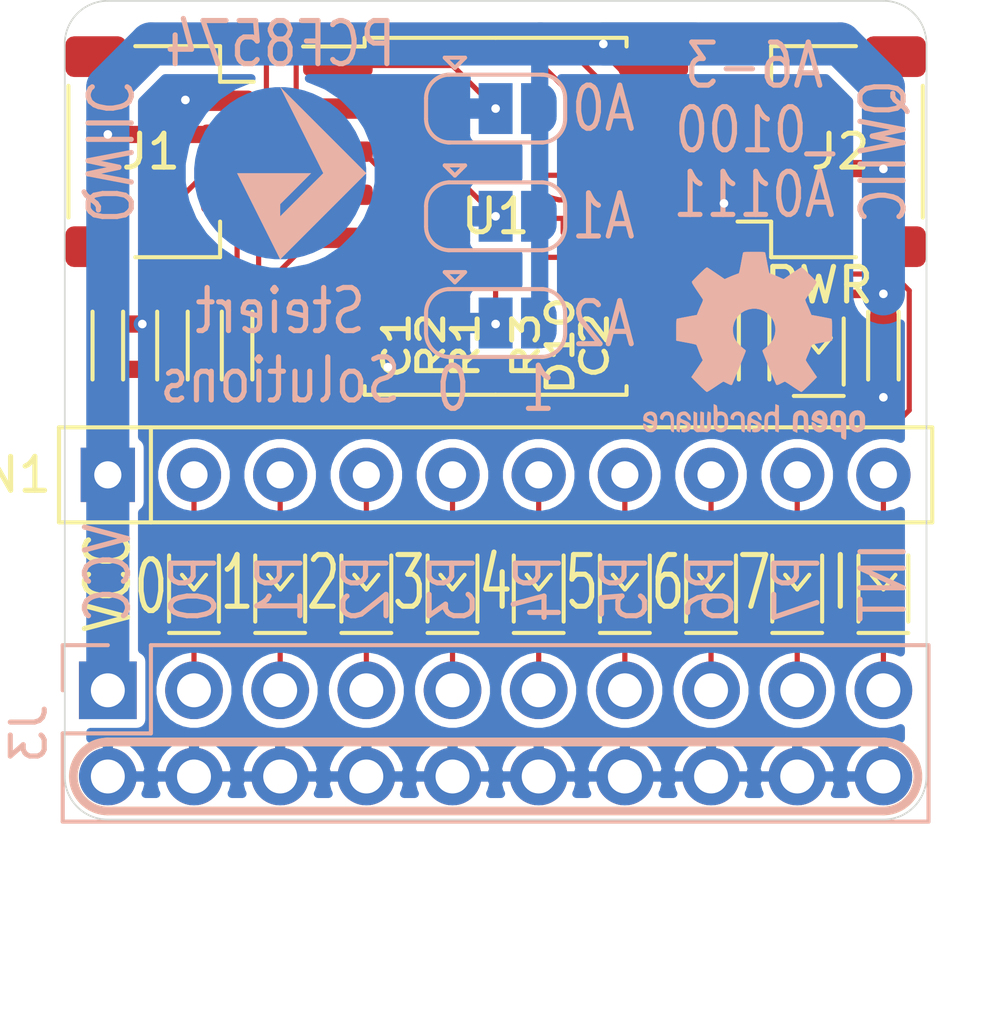
<source format=kicad_pcb>
(kicad_pcb (version 20171130) (host pcbnew 5.1.6-c6e7f7d~86~ubuntu16.04.1)

  (general
    (thickness 1.6)
    (drawings 49)
    (tracks 161)
    (zones 0)
    (modules 25)
    (nets 28)
  )

  (page A4)
  (layers
    (0 F.Cu signal hide)
    (31 B.Cu signal)
    (32 B.Adhes user hide)
    (33 F.Adhes user hide)
    (34 B.Paste user)
    (35 F.Paste user hide)
    (36 B.SilkS user)
    (37 F.SilkS user hide)
    (38 B.Mask user)
    (39 F.Mask user hide)
    (40 Dwgs.User user hide)
    (41 Cmts.User user hide)
    (42 Eco1.User user hide)
    (43 Eco2.User user hide)
    (44 Edge.Cuts user)
    (45 Margin user hide)
    (46 B.CrtYd user)
    (47 F.CrtYd user hide)
    (48 B.Fab user)
    (49 F.Fab user hide)
  )

  (setup
    (last_trace_width 0.1524)
    (user_trace_width 0.1524)
    (user_trace_width 0.254)
    (user_trace_width 0.508)
    (user_trace_width 0.762)
    (user_trace_width 1.27)
    (trace_clearance 0.127)
    (zone_clearance 0.254)
    (zone_45_only no)
    (trace_min 0.127)
    (via_size 0.508)
    (via_drill 0.254)
    (via_min_size 0.508)
    (via_min_drill 0.254)
    (user_via 0.508 0.254)
    (uvia_size 0.254)
    (uvia_drill 0.127)
    (uvias_allowed no)
    (uvia_min_size 0.254)
    (uvia_min_drill 0.1016)
    (edge_width 0.05)
    (segment_width 0.2)
    (pcb_text_width 0.3)
    (pcb_text_size 1.5 1.5)
    (mod_edge_width 0.12)
    (mod_text_size 1 1)
    (mod_text_width 0.15)
    (pad_size 1.524 1.524)
    (pad_drill 0.762)
    (pad_to_mask_clearance 0.05)
    (aux_axis_origin 0 0)
    (visible_elements FFFFFF7F)
    (pcbplotparams
      (layerselection 0x010fc_ffffffff)
      (usegerberextensions false)
      (usegerberattributes true)
      (usegerberadvancedattributes true)
      (creategerberjobfile true)
      (excludeedgelayer true)
      (linewidth 0.100000)
      (plotframeref false)
      (viasonmask false)
      (mode 1)
      (useauxorigin false)
      (hpglpennumber 1)
      (hpglpenspeed 20)
      (hpglpendiameter 15.000000)
      (psnegative false)
      (psa4output false)
      (plotreference true)
      (plotvalue true)
      (plotinvisibletext false)
      (padsonsilk false)
      (subtractmaskfromsilk false)
      (outputformat 1)
      (mirror false)
      (drillshape 1)
      (scaleselection 1)
      (outputdirectory ""))
  )

  (net 0 "")
  (net 1 GND)
  (net 2 "Net-(D1-Pad1)")
  (net 3 "Net-(D2-Pad1)")
  (net 4 "Net-(D3-Pad1)")
  (net 5 "Net-(D4-Pad1)")
  (net 6 "Net-(D5-Pad1)")
  (net 7 "Net-(D6-Pad1)")
  (net 8 "Net-(D7-Pad1)")
  (net 9 "Net-(D8-Pad1)")
  (net 10 "Net-(D9-Pad1)")
  (net 11 "Net-(JP1-Pad2)")
  (net 12 "Net-(JP2-Pad2)")
  (net 13 "Net-(JP3-Pad2)")
  (net 14 "Net-(J1-Pad4)")
  (net 15 "Net-(J1-Pad3)")
  (net 16 /VCC)
  (net 17 "Net-(D1-Pad2)")
  (net 18 "Net-(D2-Pad2)")
  (net 19 "Net-(D3-Pad2)")
  (net 20 "Net-(D4-Pad2)")
  (net 21 "Net-(D5-Pad2)")
  (net 22 "Net-(D6-Pad2)")
  (net 23 "Net-(D7-Pad2)")
  (net 24 "Net-(D8-Pad2)")
  (net 25 "Net-(D9-Pad2)")
  (net 26 "Net-(GS1-Pad1)")
  (net 27 "Net-(D10-Pad2)")

  (net_class Default "This is the default net class."
    (clearance 0.127)
    (trace_width 0.1524)
    (via_dia 0.508)
    (via_drill 0.254)
    (uvia_dia 0.254)
    (uvia_drill 0.127)
    (diff_pair_width 0.2032)
    (diff_pair_gap 0.4064)
    (add_net /VCC)
    (add_net GND)
    (add_net "Net-(D1-Pad1)")
    (add_net "Net-(D1-Pad2)")
    (add_net "Net-(D10-Pad2)")
    (add_net "Net-(D2-Pad1)")
    (add_net "Net-(D2-Pad2)")
    (add_net "Net-(D3-Pad1)")
    (add_net "Net-(D3-Pad2)")
    (add_net "Net-(D4-Pad1)")
    (add_net "Net-(D4-Pad2)")
    (add_net "Net-(D5-Pad1)")
    (add_net "Net-(D5-Pad2)")
    (add_net "Net-(D6-Pad1)")
    (add_net "Net-(D6-Pad2)")
    (add_net "Net-(D7-Pad1)")
    (add_net "Net-(D7-Pad2)")
    (add_net "Net-(D8-Pad1)")
    (add_net "Net-(D8-Pad2)")
    (add_net "Net-(D9-Pad1)")
    (add_net "Net-(D9-Pad2)")
    (add_net "Net-(GS1-Pad1)")
    (add_net "Net-(J1-Pad3)")
    (add_net "Net-(J1-Pad4)")
    (add_net "Net-(JP1-Pad2)")
    (add_net "Net-(JP2-Pad2)")
    (add_net "Net-(JP3-Pad2)")
  )

  (module footprint:C0603 (layer F.Cu) (tedit 5D4F8312) (tstamp 5EF42F64)
    (at 160.02 105.41 270)
    (descr "Capacitor SMD 0603 (1608 Metric), square (rectangular) end terminal, IPC_7351 nominal, (Body size source: http://www.tortai-tech.com/upload/download/2011102023233369053.pdf), generated with kicad-footprint-generator")
    (tags capacitor)
    (path /5F263A35)
    (attr smd)
    (fp_text reference R3 (at 0 6.731 90) (layer F.SilkS)
      (effects (font (size 0.762 1) (thickness 0.15)))
    )
    (fp_text value 3.3k (at 0 1.43 90) (layer F.Fab)
      (effects (font (size 1 1) (thickness 0.15)))
    )
    (fp_line (start 1.2 0.6) (end -1.2 0.6) (layer F.CrtYd) (width 0.05))
    (fp_line (start 1.2 -0.6) (end 1.2 0.6) (layer F.CrtYd) (width 0.05))
    (fp_line (start -1.2 -0.6) (end 1.2 -0.6) (layer F.CrtYd) (width 0.05))
    (fp_line (start -1.2 0.6) (end -1.2 -0.6) (layer F.CrtYd) (width 0.05))
    (fp_line (start -1 0.45) (end 1 0.45) (layer F.SilkS) (width 0.12))
    (fp_line (start -1 -0.45) (end 1 -0.45) (layer F.SilkS) (width 0.12))
    (fp_line (start 0.8 0.4) (end -0.8 0.4) (layer F.Fab) (width 0.1))
    (fp_line (start 0.8 -0.4) (end 0.8 0.4) (layer F.Fab) (width 0.1))
    (fp_line (start -0.8 -0.4) (end 0.8 -0.4) (layer F.Fab) (width 0.1))
    (fp_line (start -0.8 0.4) (end -0.8 -0.4) (layer F.Fab) (width 0.1))
    (fp_text user %R (at 0 0 90) (layer F.Fab)
      (effects (font (size 0.4 0.4) (thickness 0.06)))
    )
    (pad 2 smd roundrect (at 0.7 0 270) (size 0.7 0.8) (layers F.Cu F.Paste F.Mask) (roundrect_rratio 0.25)
      (net 27 "Net-(D10-Pad2)"))
    (pad 1 smd roundrect (at -0.7 0 270) (size 0.7 0.8) (layers F.Cu F.Paste F.Mask) (roundrect_rratio 0.25)
      (net 16 /VCC))
    (model ${KISYS3DMOD}/Capacitor_SMD.3dshapes/C_0603_1608Metric.wrl
      (at (xyz 0 0 0))
      (scale (xyz 1 1 1))
      (rotate (xyz 0 0 0))
    )
  )

  (module footprint:LED_0603_1608Metric (layer F.Cu) (tedit 5E9D0BDC) (tstamp 5EF42D9F)
    (at 161.925 105.41 90)
    (descr "LED SMD 0603 (1608 Metric), square (rectangular) end terminal, IPC_7351 nominal, (Body size source: http://www.tortai-tech.com/upload/download/2011102023233369053.pdf), generated with kicad-footprint-generator")
    (tags diode)
    (path /5F266C25)
    (attr smd)
    (fp_text reference D10 (at 0 -7.62 90) (layer F.SilkS)
      (effects (font (size 0.762 1) (thickness 0.15)))
    )
    (fp_text value LED (at 0 1.43 90) (layer F.Fab)
      (effects (font (size 1 1) (thickness 0.15)))
    )
    (fp_line (start 0.8 -0.4) (end -0.5 -0.4) (layer F.Fab) (width 0.1))
    (fp_line (start -0.5 -0.4) (end -0.8 -0.1) (layer F.Fab) (width 0.1))
    (fp_line (start -0.8 -0.1) (end -0.8 0.4) (layer F.Fab) (width 0.1))
    (fp_line (start -0.8 0.4) (end 0.8 0.4) (layer F.Fab) (width 0.1))
    (fp_line (start 0.8 0.4) (end 0.8 -0.4) (layer F.Fab) (width 0.1))
    (fp_line (start 0.8 -0.735) (end -1.15 -0.735) (layer F.SilkS) (width 0.12))
    (fp_line (start -1.485 -0.735) (end -1.485 0.735) (layer F.SilkS) (width 0.12))
    (fp_line (start -1.15 0.735) (end 0.8 0.735) (layer F.SilkS) (width 0.12))
    (fp_line (start -1.48 0.73) (end -1.48 -0.73) (layer F.CrtYd) (width 0.05))
    (fp_line (start -1.48 -0.73) (end 1.48 -0.73) (layer F.CrtYd) (width 0.05))
    (fp_line (start 1.48 -0.73) (end 1.48 0.73) (layer F.CrtYd) (width 0.05))
    (fp_line (start 1.48 0.73) (end -1.48 0.73) (layer F.CrtYd) (width 0.05))
    (fp_line (start 0.2286 -0.3556) (end -0.2032 0) (layer F.SilkS) (width 0.12))
    (fp_line (start -0.2032 0) (end 0.2286 0.3556) (layer F.SilkS) (width 0.12))
    (fp_text user %R (at 0 0 90) (layer F.Fab)
      (effects (font (size 0.4 0.4) (thickness 0.06)))
    )
    (pad 2 smd roundrect (at 0.7875 0 90) (size 0.875 0.95) (layers F.Cu F.Paste F.Mask) (roundrect_rratio 0.25)
      (net 27 "Net-(D10-Pad2)"))
    (pad 1 smd roundrect (at -0.7875 0 90) (size 0.875 0.95) (layers F.Cu F.Paste F.Mask) (roundrect_rratio 0.25)
      (net 1 GND))
    (model ${KISYS3DMOD}/LED_SMD.3dshapes/LED_0603_1608Metric.wrl
      (at (xyz 0 0 0))
      (scale (xyz 1 1 1))
      (rotate (xyz 0 0 0))
    )
  )

  (module Symbol:OSHW-Logo2_7.3x6mm_SilkScreen (layer B.Cu) (tedit 0) (tstamp 5EF42204)
    (at 160.02 105.41 180)
    (descr "Open Source Hardware Symbol")
    (tags "Logo Symbol OSHW")
    (path /5F04BE7F)
    (attr virtual)
    (fp_text reference LOGO1 (at 0 0) (layer B.SilkS) hide
      (effects (font (size 1 1) (thickness 0.15)) (justify mirror))
    )
    (fp_text value OSHW-LOGOS (at 0.75 0) (layer B.Fab) hide
      (effects (font (size 1 1) (thickness 0.15)) (justify mirror))
    )
    (fp_poly (pts (xy -2.400256 -1.919918) (xy -2.344799 -1.947568) (xy -2.295852 -1.99848) (xy -2.282371 -2.017338)
      (xy -2.267686 -2.042015) (xy -2.258158 -2.068816) (xy -2.252707 -2.104587) (xy -2.250253 -2.156169)
      (xy -2.249714 -2.224267) (xy -2.252148 -2.317588) (xy -2.260606 -2.387657) (xy -2.276826 -2.439931)
      (xy -2.302546 -2.479869) (xy -2.339503 -2.512929) (xy -2.342218 -2.514886) (xy -2.37864 -2.534908)
      (xy -2.422498 -2.544815) (xy -2.478276 -2.547257) (xy -2.568952 -2.547257) (xy -2.56899 -2.635283)
      (xy -2.569834 -2.684308) (xy -2.574976 -2.713065) (xy -2.588413 -2.730311) (xy -2.614142 -2.744808)
      (xy -2.620321 -2.747769) (xy -2.649236 -2.761648) (xy -2.671624 -2.770414) (xy -2.688271 -2.771171)
      (xy -2.699964 -2.761023) (xy -2.70749 -2.737073) (xy -2.711634 -2.696426) (xy -2.713185 -2.636186)
      (xy -2.712929 -2.553455) (xy -2.711651 -2.445339) (xy -2.711252 -2.413) (xy -2.709815 -2.301524)
      (xy -2.708528 -2.228603) (xy -2.569029 -2.228603) (xy -2.568245 -2.290499) (xy -2.56476 -2.330997)
      (xy -2.556876 -2.357708) (xy -2.542895 -2.378244) (xy -2.533403 -2.38826) (xy -2.494596 -2.417567)
      (xy -2.460237 -2.419952) (xy -2.424784 -2.39575) (xy -2.423886 -2.394857) (xy -2.409461 -2.376153)
      (xy -2.400687 -2.350732) (xy -2.396261 -2.311584) (xy -2.394882 -2.251697) (xy -2.394857 -2.23843)
      (xy -2.398188 -2.155901) (xy -2.409031 -2.098691) (xy -2.42866 -2.063766) (xy -2.45835 -2.048094)
      (xy -2.475509 -2.046514) (xy -2.516234 -2.053926) (xy -2.544168 -2.07833) (xy -2.560983 -2.12298)
      (xy -2.56835 -2.19113) (xy -2.569029 -2.228603) (xy -2.708528 -2.228603) (xy -2.708292 -2.215245)
      (xy -2.706323 -2.150333) (xy -2.70355 -2.102958) (xy -2.699612 -2.06929) (xy -2.694151 -2.045498)
      (xy -2.686808 -2.027753) (xy -2.677223 -2.012224) (xy -2.673113 -2.006381) (xy -2.618595 -1.951185)
      (xy -2.549664 -1.91989) (xy -2.469928 -1.911165) (xy -2.400256 -1.919918)) (layer B.SilkS) (width 0.01))
    (fp_poly (pts (xy -1.283907 -1.92778) (xy -1.237328 -1.954723) (xy -1.204943 -1.981466) (xy -1.181258 -2.009484)
      (xy -1.164941 -2.043748) (xy -1.154661 -2.089227) (xy -1.149086 -2.150892) (xy -1.146884 -2.233711)
      (xy -1.146629 -2.293246) (xy -1.146629 -2.512391) (xy -1.208314 -2.540044) (xy -1.27 -2.567697)
      (xy -1.277257 -2.32767) (xy -1.280256 -2.238028) (xy -1.283402 -2.172962) (xy -1.287299 -2.128026)
      (xy -1.292553 -2.09877) (xy -1.299769 -2.080748) (xy -1.30955 -2.069511) (xy -1.312688 -2.067079)
      (xy -1.360239 -2.048083) (xy -1.408303 -2.0556) (xy -1.436914 -2.075543) (xy -1.448553 -2.089675)
      (xy -1.456609 -2.10822) (xy -1.461729 -2.136334) (xy -1.464559 -2.179173) (xy -1.465744 -2.241895)
      (xy -1.465943 -2.307261) (xy -1.465982 -2.389268) (xy -1.467386 -2.447316) (xy -1.472086 -2.486465)
      (xy -1.482013 -2.51178) (xy -1.499097 -2.528323) (xy -1.525268 -2.541156) (xy -1.560225 -2.554491)
      (xy -1.598404 -2.569007) (xy -1.593859 -2.311389) (xy -1.592029 -2.218519) (xy -1.589888 -2.149889)
      (xy -1.586819 -2.100711) (xy -1.582206 -2.066198) (xy -1.575432 -2.041562) (xy -1.565881 -2.022016)
      (xy -1.554366 -2.00477) (xy -1.49881 -1.94968) (xy -1.43102 -1.917822) (xy -1.357287 -1.910191)
      (xy -1.283907 -1.92778)) (layer B.SilkS) (width 0.01))
    (fp_poly (pts (xy -2.958885 -1.921962) (xy -2.890855 -1.957733) (xy -2.840649 -2.015301) (xy -2.822815 -2.052312)
      (xy -2.808937 -2.107882) (xy -2.801833 -2.178096) (xy -2.80116 -2.254727) (xy -2.806573 -2.329552)
      (xy -2.81773 -2.394342) (xy -2.834286 -2.440873) (xy -2.839374 -2.448887) (xy -2.899645 -2.508707)
      (xy -2.971231 -2.544535) (xy -3.048908 -2.55502) (xy -3.127452 -2.53881) (xy -3.149311 -2.529092)
      (xy -3.191878 -2.499143) (xy -3.229237 -2.459433) (xy -3.232768 -2.454397) (xy -3.247119 -2.430124)
      (xy -3.256606 -2.404178) (xy -3.26221 -2.370022) (xy -3.264914 -2.321119) (xy -3.265701 -2.250935)
      (xy -3.265714 -2.2352) (xy -3.265678 -2.230192) (xy -3.120571 -2.230192) (xy -3.119727 -2.29643)
      (xy -3.116404 -2.340386) (xy -3.109417 -2.368779) (xy -3.097584 -2.388325) (xy -3.091543 -2.394857)
      (xy -3.056814 -2.41968) (xy -3.023097 -2.418548) (xy -2.989005 -2.397016) (xy -2.968671 -2.374029)
      (xy -2.956629 -2.340478) (xy -2.949866 -2.287569) (xy -2.949402 -2.281399) (xy -2.948248 -2.185513)
      (xy -2.960312 -2.114299) (xy -2.98543 -2.068194) (xy -3.02344 -2.047635) (xy -3.037008 -2.046514)
      (xy -3.072636 -2.052152) (xy -3.097006 -2.071686) (xy -3.111907 -2.109042) (xy -3.119125 -2.16815)
      (xy -3.120571 -2.230192) (xy -3.265678 -2.230192) (xy -3.265174 -2.160413) (xy -3.262904 -2.108159)
      (xy -3.257932 -2.071949) (xy -3.249287 -2.045299) (xy -3.235995 -2.021722) (xy -3.233057 -2.017338)
      (xy -3.183687 -1.958249) (xy -3.129891 -1.923947) (xy -3.064398 -1.910331) (xy -3.042158 -1.909665)
      (xy -2.958885 -1.921962)) (layer B.SilkS) (width 0.01))
    (fp_poly (pts (xy -1.831697 -1.931239) (xy -1.774473 -1.969735) (xy -1.730251 -2.025335) (xy -1.703833 -2.096086)
      (xy -1.69849 -2.148162) (xy -1.699097 -2.169893) (xy -1.704178 -2.186531) (xy -1.718145 -2.201437)
      (xy -1.745411 -2.217973) (xy -1.790388 -2.239498) (xy -1.857489 -2.269374) (xy -1.857829 -2.269524)
      (xy -1.919593 -2.297813) (xy -1.970241 -2.322933) (xy -2.004596 -2.342179) (xy -2.017482 -2.352848)
      (xy -2.017486 -2.352934) (xy -2.006128 -2.376166) (xy -1.979569 -2.401774) (xy -1.949077 -2.420221)
      (xy -1.93363 -2.423886) (xy -1.891485 -2.411212) (xy -1.855192 -2.379471) (xy -1.837483 -2.344572)
      (xy -1.820448 -2.318845) (xy -1.787078 -2.289546) (xy -1.747851 -2.264235) (xy -1.713244 -2.250471)
      (xy -1.706007 -2.249714) (xy -1.697861 -2.26216) (xy -1.69737 -2.293972) (xy -1.703357 -2.336866)
      (xy -1.714643 -2.382558) (xy -1.73005 -2.422761) (xy -1.730829 -2.424322) (xy -1.777196 -2.489062)
      (xy -1.837289 -2.533097) (xy -1.905535 -2.554711) (xy -1.976362 -2.552185) (xy -2.044196 -2.523804)
      (xy -2.047212 -2.521808) (xy -2.100573 -2.473448) (xy -2.13566 -2.410352) (xy -2.155078 -2.327387)
      (xy -2.157684 -2.304078) (xy -2.162299 -2.194055) (xy -2.156767 -2.142748) (xy -2.017486 -2.142748)
      (xy -2.015676 -2.174753) (xy -2.005778 -2.184093) (xy -1.981102 -2.177105) (xy -1.942205 -2.160587)
      (xy -1.898725 -2.139881) (xy -1.897644 -2.139333) (xy -1.860791 -2.119949) (xy -1.846 -2.107013)
      (xy -1.849647 -2.093451) (xy -1.865005 -2.075632) (xy -1.904077 -2.049845) (xy -1.946154 -2.04795)
      (xy -1.983897 -2.066717) (xy -2.009966 -2.102915) (xy -2.017486 -2.142748) (xy -2.156767 -2.142748)
      (xy -2.152806 -2.106027) (xy -2.12845 -2.036212) (xy -2.094544 -1.987302) (xy -2.033347 -1.937878)
      (xy -1.965937 -1.913359) (xy -1.89712 -1.911797) (xy -1.831697 -1.931239)) (layer B.SilkS) (width 0.01))
    (fp_poly (pts (xy -0.624114 -1.851289) (xy -0.619861 -1.910613) (xy -0.614975 -1.945572) (xy -0.608205 -1.96082)
      (xy -0.598298 -1.961015) (xy -0.595086 -1.959195) (xy -0.552356 -1.946015) (xy -0.496773 -1.946785)
      (xy -0.440263 -1.960333) (xy -0.404918 -1.977861) (xy -0.368679 -2.005861) (xy -0.342187 -2.037549)
      (xy -0.324001 -2.077813) (xy -0.312678 -2.131543) (xy -0.306778 -2.203626) (xy -0.304857 -2.298951)
      (xy -0.304823 -2.317237) (xy -0.3048 -2.522646) (xy -0.350509 -2.53858) (xy -0.382973 -2.54942)
      (xy -0.400785 -2.554468) (xy -0.401309 -2.554514) (xy -0.403063 -2.540828) (xy -0.404556 -2.503076)
      (xy -0.405674 -2.446224) (xy -0.406303 -2.375234) (xy -0.4064 -2.332073) (xy -0.406602 -2.246973)
      (xy -0.407642 -2.185981) (xy -0.410169 -2.144177) (xy -0.414836 -2.116642) (xy -0.422293 -2.098456)
      (xy -0.433189 -2.084698) (xy -0.439993 -2.078073) (xy -0.486728 -2.051375) (xy -0.537728 -2.049375)
      (xy -0.583999 -2.071955) (xy -0.592556 -2.080107) (xy -0.605107 -2.095436) (xy -0.613812 -2.113618)
      (xy -0.619369 -2.139909) (xy -0.622474 -2.179562) (xy -0.623824 -2.237832) (xy -0.624114 -2.318173)
      (xy -0.624114 -2.522646) (xy -0.669823 -2.53858) (xy -0.702287 -2.54942) (xy -0.720099 -2.554468)
      (xy -0.720623 -2.554514) (xy -0.721963 -2.540623) (xy -0.723172 -2.501439) (xy -0.724199 -2.4407)
      (xy -0.724998 -2.362141) (xy -0.725519 -2.269498) (xy -0.725714 -2.166509) (xy -0.725714 -1.769342)
      (xy -0.678543 -1.749444) (xy -0.631371 -1.729547) (xy -0.624114 -1.851289)) (layer B.SilkS) (width 0.01))
    (fp_poly (pts (xy 0.039744 -1.950968) (xy 0.096616 -1.972087) (xy 0.097267 -1.972493) (xy 0.13244 -1.99838)
      (xy 0.158407 -2.028633) (xy 0.17667 -2.068058) (xy 0.188732 -2.121462) (xy 0.196096 -2.193651)
      (xy 0.200264 -2.289432) (xy 0.200629 -2.303078) (xy 0.205876 -2.508842) (xy 0.161716 -2.531678)
      (xy 0.129763 -2.54711) (xy 0.11047 -2.554423) (xy 0.109578 -2.554514) (xy 0.106239 -2.541022)
      (xy 0.103587 -2.504626) (xy 0.101956 -2.451452) (xy 0.1016 -2.408393) (xy 0.101592 -2.338641)
      (xy 0.098403 -2.294837) (xy 0.087288 -2.273944) (xy 0.063501 -2.272925) (xy 0.022296 -2.288741)
      (xy -0.039914 -2.317815) (xy -0.085659 -2.341963) (xy -0.109187 -2.362913) (xy -0.116104 -2.385747)
      (xy -0.116114 -2.386877) (xy -0.104701 -2.426212) (xy -0.070908 -2.447462) (xy -0.019191 -2.450539)
      (xy 0.018061 -2.450006) (xy 0.037703 -2.460735) (xy 0.049952 -2.486505) (xy 0.057002 -2.519337)
      (xy 0.046842 -2.537966) (xy 0.043017 -2.540632) (xy 0.007001 -2.55134) (xy -0.043434 -2.552856)
      (xy -0.095374 -2.545759) (xy -0.132178 -2.532788) (xy -0.183062 -2.489585) (xy -0.211986 -2.429446)
      (xy -0.217714 -2.382462) (xy -0.213343 -2.340082) (xy -0.197525 -2.305488) (xy -0.166203 -2.274763)
      (xy -0.115322 -2.24399) (xy -0.040824 -2.209252) (xy -0.036286 -2.207288) (xy 0.030821 -2.176287)
      (xy 0.072232 -2.150862) (xy 0.089981 -2.128014) (xy 0.086107 -2.104745) (xy 0.062643 -2.078056)
      (xy 0.055627 -2.071914) (xy 0.00863 -2.0481) (xy -0.040067 -2.049103) (xy -0.082478 -2.072451)
      (xy -0.110616 -2.115675) (xy -0.113231 -2.12416) (xy -0.138692 -2.165308) (xy -0.170999 -2.185128)
      (xy -0.217714 -2.20477) (xy -0.217714 -2.15395) (xy -0.203504 -2.080082) (xy -0.161325 -2.012327)
      (xy -0.139376 -1.989661) (xy -0.089483 -1.960569) (xy -0.026033 -1.9474) (xy 0.039744 -1.950968)) (layer B.SilkS) (width 0.01))
    (fp_poly (pts (xy 0.529926 -1.949755) (xy 0.595858 -1.974084) (xy 0.649273 -2.017117) (xy 0.670164 -2.047409)
      (xy 0.692939 -2.102994) (xy 0.692466 -2.143186) (xy 0.668562 -2.170217) (xy 0.659717 -2.174813)
      (xy 0.62153 -2.189144) (xy 0.602028 -2.185472) (xy 0.595422 -2.161407) (xy 0.595086 -2.148114)
      (xy 0.582992 -2.09921) (xy 0.551471 -2.064999) (xy 0.507659 -2.048476) (xy 0.458695 -2.052634)
      (xy 0.418894 -2.074227) (xy 0.40545 -2.086544) (xy 0.395921 -2.101487) (xy 0.389485 -2.124075)
      (xy 0.385317 -2.159328) (xy 0.382597 -2.212266) (xy 0.380502 -2.287907) (xy 0.37996 -2.311857)
      (xy 0.377981 -2.39379) (xy 0.375731 -2.451455) (xy 0.372357 -2.489608) (xy 0.367006 -2.513004)
      (xy 0.358824 -2.526398) (xy 0.346959 -2.534545) (xy 0.339362 -2.538144) (xy 0.307102 -2.550452)
      (xy 0.288111 -2.554514) (xy 0.281836 -2.540948) (xy 0.278006 -2.499934) (xy 0.2766 -2.430999)
      (xy 0.277598 -2.333669) (xy 0.277908 -2.318657) (xy 0.280101 -2.229859) (xy 0.282693 -2.165019)
      (xy 0.286382 -2.119067) (xy 0.291864 -2.086935) (xy 0.299835 -2.063553) (xy 0.310993 -2.043852)
      (xy 0.31683 -2.03541) (xy 0.350296 -1.998057) (xy 0.387727 -1.969003) (xy 0.392309 -1.966467)
      (xy 0.459426 -1.946443) (xy 0.529926 -1.949755)) (layer B.SilkS) (width 0.01))
    (fp_poly (pts (xy 1.190117 -2.065358) (xy 1.189933 -2.173837) (xy 1.189219 -2.257287) (xy 1.187675 -2.319704)
      (xy 1.185001 -2.365085) (xy 1.180894 -2.397429) (xy 1.175055 -2.420733) (xy 1.167182 -2.438995)
      (xy 1.161221 -2.449418) (xy 1.111855 -2.505945) (xy 1.049264 -2.541377) (xy 0.980013 -2.55409)
      (xy 0.910668 -2.542463) (xy 0.869375 -2.521568) (xy 0.826025 -2.485422) (xy 0.796481 -2.441276)
      (xy 0.778655 -2.383462) (xy 0.770463 -2.306313) (xy 0.769302 -2.249714) (xy 0.769458 -2.245647)
      (xy 0.870857 -2.245647) (xy 0.871476 -2.31055) (xy 0.874314 -2.353514) (xy 0.88084 -2.381622)
      (xy 0.892523 -2.401953) (xy 0.906483 -2.417288) (xy 0.953365 -2.44689) (xy 1.003701 -2.449419)
      (xy 1.051276 -2.424705) (xy 1.054979 -2.421356) (xy 1.070783 -2.403935) (xy 1.080693 -2.383209)
      (xy 1.086058 -2.352362) (xy 1.088228 -2.304577) (xy 1.088571 -2.251748) (xy 1.087827 -2.185381)
      (xy 1.084748 -2.141106) (xy 1.078061 -2.112009) (xy 1.066496 -2.091173) (xy 1.057013 -2.080107)
      (xy 1.01296 -2.052198) (xy 0.962224 -2.048843) (xy 0.913796 -2.070159) (xy 0.90445 -2.078073)
      (xy 0.88854 -2.095647) (xy 0.87861 -2.116587) (xy 0.873278 -2.147782) (xy 0.871163 -2.196122)
      (xy 0.870857 -2.245647) (xy 0.769458 -2.245647) (xy 0.77281 -2.158568) (xy 0.784726 -2.090086)
      (xy 0.807135 -2.0386) (xy 0.842124 -1.998443) (xy 0.869375 -1.977861) (xy 0.918907 -1.955625)
      (xy 0.976316 -1.945304) (xy 1.029682 -1.948067) (xy 1.059543 -1.959212) (xy 1.071261 -1.962383)
      (xy 1.079037 -1.950557) (xy 1.084465 -1.918866) (xy 1.088571 -1.870593) (xy 1.093067 -1.816829)
      (xy 1.099313 -1.784482) (xy 1.110676 -1.765985) (xy 1.130528 -1.75377) (xy 1.143 -1.748362)
      (xy 1.190171 -1.728601) (xy 1.190117 -2.065358)) (layer B.SilkS) (width 0.01))
    (fp_poly (pts (xy 1.779833 -1.958663) (xy 1.782048 -1.99685) (xy 1.783784 -2.054886) (xy 1.784899 -2.12818)
      (xy 1.785257 -2.205055) (xy 1.785257 -2.465196) (xy 1.739326 -2.511127) (xy 1.707675 -2.539429)
      (xy 1.67989 -2.550893) (xy 1.641915 -2.550168) (xy 1.62684 -2.548321) (xy 1.579726 -2.542948)
      (xy 1.540756 -2.539869) (xy 1.531257 -2.539585) (xy 1.499233 -2.541445) (xy 1.453432 -2.546114)
      (xy 1.435674 -2.548321) (xy 1.392057 -2.551735) (xy 1.362745 -2.54432) (xy 1.33368 -2.521427)
      (xy 1.323188 -2.511127) (xy 1.277257 -2.465196) (xy 1.277257 -1.978602) (xy 1.314226 -1.961758)
      (xy 1.346059 -1.949282) (xy 1.364683 -1.944914) (xy 1.369458 -1.958718) (xy 1.373921 -1.997286)
      (xy 1.377775 -2.056356) (xy 1.380722 -2.131663) (xy 1.382143 -2.195286) (xy 1.386114 -2.445657)
      (xy 1.420759 -2.450556) (xy 1.452268 -2.447131) (xy 1.467708 -2.436041) (xy 1.472023 -2.415308)
      (xy 1.475708 -2.371145) (xy 1.478469 -2.309146) (xy 1.480012 -2.234909) (xy 1.480235 -2.196706)
      (xy 1.480457 -1.976783) (xy 1.526166 -1.960849) (xy 1.558518 -1.950015) (xy 1.576115 -1.944962)
      (xy 1.576623 -1.944914) (xy 1.578388 -1.958648) (xy 1.580329 -1.99673) (xy 1.582282 -2.054482)
      (xy 1.584084 -2.127227) (xy 1.585343 -2.195286) (xy 1.589314 -2.445657) (xy 1.6764 -2.445657)
      (xy 1.680396 -2.21724) (xy 1.684392 -1.988822) (xy 1.726847 -1.966868) (xy 1.758192 -1.951793)
      (xy 1.776744 -1.944951) (xy 1.777279 -1.944914) (xy 1.779833 -1.958663)) (layer B.SilkS) (width 0.01))
    (fp_poly (pts (xy 2.144876 -1.956335) (xy 2.186667 -1.975344) (xy 2.219469 -1.998378) (xy 2.243503 -2.024133)
      (xy 2.260097 -2.057358) (xy 2.270577 -2.1028) (xy 2.276271 -2.165207) (xy 2.278507 -2.249327)
      (xy 2.278743 -2.304721) (xy 2.278743 -2.520826) (xy 2.241774 -2.53767) (xy 2.212656 -2.549981)
      (xy 2.198231 -2.554514) (xy 2.195472 -2.541025) (xy 2.193282 -2.504653) (xy 2.191942 -2.451542)
      (xy 2.191657 -2.409372) (xy 2.190434 -2.348447) (xy 2.187136 -2.300115) (xy 2.182321 -2.270518)
      (xy 2.178496 -2.264229) (xy 2.152783 -2.270652) (xy 2.112418 -2.287125) (xy 2.065679 -2.309458)
      (xy 2.020845 -2.333457) (xy 1.986193 -2.35493) (xy 1.970002 -2.369685) (xy 1.969938 -2.369845)
      (xy 1.97133 -2.397152) (xy 1.983818 -2.423219) (xy 2.005743 -2.444392) (xy 2.037743 -2.451474)
      (xy 2.065092 -2.450649) (xy 2.103826 -2.450042) (xy 2.124158 -2.459116) (xy 2.136369 -2.483092)
      (xy 2.137909 -2.487613) (xy 2.143203 -2.521806) (xy 2.129047 -2.542568) (xy 2.092148 -2.552462)
      (xy 2.052289 -2.554292) (xy 1.980562 -2.540727) (xy 1.943432 -2.521355) (xy 1.897576 -2.475845)
      (xy 1.873256 -2.419983) (xy 1.871073 -2.360957) (xy 1.891629 -2.305953) (xy 1.922549 -2.271486)
      (xy 1.95342 -2.252189) (xy 2.001942 -2.227759) (xy 2.058485 -2.202985) (xy 2.06791 -2.199199)
      (xy 2.130019 -2.171791) (xy 2.165822 -2.147634) (xy 2.177337 -2.123619) (xy 2.16658 -2.096635)
      (xy 2.148114 -2.075543) (xy 2.104469 -2.049572) (xy 2.056446 -2.047624) (xy 2.012406 -2.067637)
      (xy 1.980709 -2.107551) (xy 1.976549 -2.117848) (xy 1.952327 -2.155724) (xy 1.916965 -2.183842)
      (xy 1.872343 -2.206917) (xy 1.872343 -2.141485) (xy 1.874969 -2.101506) (xy 1.88623 -2.069997)
      (xy 1.911199 -2.036378) (xy 1.935169 -2.010484) (xy 1.972441 -1.973817) (xy 2.001401 -1.954121)
      (xy 2.032505 -1.94622) (xy 2.067713 -1.944914) (xy 2.144876 -1.956335)) (layer B.SilkS) (width 0.01))
    (fp_poly (pts (xy 2.6526 -1.958752) (xy 2.669948 -1.966334) (xy 2.711356 -1.999128) (xy 2.746765 -2.046547)
      (xy 2.768664 -2.097151) (xy 2.772229 -2.122098) (xy 2.760279 -2.156927) (xy 2.734067 -2.175357)
      (xy 2.705964 -2.186516) (xy 2.693095 -2.188572) (xy 2.686829 -2.173649) (xy 2.674456 -2.141175)
      (xy 2.669028 -2.126502) (xy 2.63859 -2.075744) (xy 2.59452 -2.050427) (xy 2.53801 -2.051206)
      (xy 2.533825 -2.052203) (xy 2.503655 -2.066507) (xy 2.481476 -2.094393) (xy 2.466327 -2.139287)
      (xy 2.45725 -2.204615) (xy 2.453286 -2.293804) (xy 2.452914 -2.341261) (xy 2.45273 -2.416071)
      (xy 2.451522 -2.467069) (xy 2.448309 -2.499471) (xy 2.442109 -2.518495) (xy 2.43194 -2.529356)
      (xy 2.416819 -2.537272) (xy 2.415946 -2.53767) (xy 2.386828 -2.549981) (xy 2.372403 -2.554514)
      (xy 2.370186 -2.540809) (xy 2.368289 -2.502925) (xy 2.366847 -2.445715) (xy 2.365998 -2.374027)
      (xy 2.365829 -2.321565) (xy 2.366692 -2.220047) (xy 2.37007 -2.143032) (xy 2.377142 -2.086023)
      (xy 2.389088 -2.044526) (xy 2.40709 -2.014043) (xy 2.432327 -1.99008) (xy 2.457247 -1.973355)
      (xy 2.517171 -1.951097) (xy 2.586911 -1.946076) (xy 2.6526 -1.958752)) (layer B.SilkS) (width 0.01))
    (fp_poly (pts (xy 3.153595 -1.966966) (xy 3.211021 -2.004497) (xy 3.238719 -2.038096) (xy 3.260662 -2.099064)
      (xy 3.262405 -2.147308) (xy 3.258457 -2.211816) (xy 3.109686 -2.276934) (xy 3.037349 -2.310202)
      (xy 2.990084 -2.336964) (xy 2.965507 -2.360144) (xy 2.961237 -2.382667) (xy 2.974889 -2.407455)
      (xy 2.989943 -2.423886) (xy 3.033746 -2.450235) (xy 3.081389 -2.452081) (xy 3.125145 -2.431546)
      (xy 3.157289 -2.390752) (xy 3.163038 -2.376347) (xy 3.190576 -2.331356) (xy 3.222258 -2.312182)
      (xy 3.265714 -2.295779) (xy 3.265714 -2.357966) (xy 3.261872 -2.400283) (xy 3.246823 -2.435969)
      (xy 3.21528 -2.476943) (xy 3.210592 -2.482267) (xy 3.175506 -2.51872) (xy 3.145347 -2.538283)
      (xy 3.107615 -2.547283) (xy 3.076335 -2.55023) (xy 3.020385 -2.550965) (xy 2.980555 -2.54166)
      (xy 2.955708 -2.527846) (xy 2.916656 -2.497467) (xy 2.889625 -2.464613) (xy 2.872517 -2.423294)
      (xy 2.863238 -2.367521) (xy 2.859693 -2.291305) (xy 2.85941 -2.252622) (xy 2.860372 -2.206247)
      (xy 2.948007 -2.206247) (xy 2.949023 -2.231126) (xy 2.951556 -2.2352) (xy 2.968274 -2.229665)
      (xy 3.004249 -2.215017) (xy 3.052331 -2.19419) (xy 3.062386 -2.189714) (xy 3.123152 -2.158814)
      (xy 3.156632 -2.131657) (xy 3.16399 -2.10622) (xy 3.146391 -2.080481) (xy 3.131856 -2.069109)
      (xy 3.07941 -2.046364) (xy 3.030322 -2.050122) (xy 2.989227 -2.077884) (xy 2.960758 -2.127152)
      (xy 2.951631 -2.166257) (xy 2.948007 -2.206247) (xy 2.860372 -2.206247) (xy 2.861285 -2.162249)
      (xy 2.868196 -2.095384) (xy 2.881884 -2.046695) (xy 2.904096 -2.010849) (xy 2.936574 -1.982513)
      (xy 2.950733 -1.973355) (xy 3.015053 -1.949507) (xy 3.085473 -1.948006) (xy 3.153595 -1.966966)) (layer B.SilkS) (width 0.01))
    (fp_poly (pts (xy 0.10391 2.757652) (xy 0.182454 2.757222) (xy 0.239298 2.756058) (xy 0.278105 2.753793)
      (xy 0.302538 2.75006) (xy 0.316262 2.744494) (xy 0.32294 2.736727) (xy 0.326236 2.726395)
      (xy 0.326556 2.725057) (xy 0.331562 2.700921) (xy 0.340829 2.653299) (xy 0.353392 2.587259)
      (xy 0.368287 2.507872) (xy 0.384551 2.420204) (xy 0.385119 2.417125) (xy 0.40141 2.331211)
      (xy 0.416652 2.255304) (xy 0.429861 2.193955) (xy 0.440054 2.151718) (xy 0.446248 2.133145)
      (xy 0.446543 2.132816) (xy 0.464788 2.123747) (xy 0.502405 2.108633) (xy 0.551271 2.090738)
      (xy 0.551543 2.090642) (xy 0.613093 2.067507) (xy 0.685657 2.038035) (xy 0.754057 2.008403)
      (xy 0.757294 2.006938) (xy 0.868702 1.956374) (xy 1.115399 2.12484) (xy 1.191077 2.176197)
      (xy 1.259631 2.222111) (xy 1.317088 2.25997) (xy 1.359476 2.287163) (xy 1.382825 2.301079)
      (xy 1.385042 2.302111) (xy 1.40201 2.297516) (xy 1.433701 2.275345) (xy 1.481352 2.234553)
      (xy 1.546198 2.174095) (xy 1.612397 2.109773) (xy 1.676214 2.046388) (xy 1.733329 1.988549)
      (xy 1.780305 1.939825) (xy 1.813703 1.90379) (xy 1.830085 1.884016) (xy 1.830694 1.882998)
      (xy 1.832505 1.869428) (xy 1.825683 1.847267) (xy 1.80854 1.813522) (xy 1.779393 1.7652)
      (xy 1.736555 1.699308) (xy 1.679448 1.614483) (xy 1.628766 1.539823) (xy 1.583461 1.47286)
      (xy 1.54615 1.417484) (xy 1.519452 1.37758) (xy 1.505985 1.357038) (xy 1.505137 1.355644)
      (xy 1.506781 1.335962) (xy 1.519245 1.297707) (xy 1.540048 1.248111) (xy 1.547462 1.232272)
      (xy 1.579814 1.16171) (xy 1.614328 1.081647) (xy 1.642365 1.012371) (xy 1.662568 0.960955)
      (xy 1.678615 0.921881) (xy 1.687888 0.901459) (xy 1.689041 0.899886) (xy 1.706096 0.897279)
      (xy 1.746298 0.890137) (xy 1.804302 0.879477) (xy 1.874763 0.866315) (xy 1.952335 0.851667)
      (xy 2.031672 0.836551) (xy 2.107431 0.821982) (xy 2.174264 0.808978) (xy 2.226828 0.798555)
      (xy 2.259776 0.79173) (xy 2.267857 0.789801) (xy 2.276205 0.785038) (xy 2.282506 0.774282)
      (xy 2.287045 0.753902) (xy 2.290104 0.720266) (xy 2.291967 0.669745) (xy 2.292918 0.598708)
      (xy 2.29324 0.503524) (xy 2.293257 0.464508) (xy 2.293257 0.147201) (xy 2.217057 0.132161)
      (xy 2.174663 0.124005) (xy 2.1114 0.112101) (xy 2.034962 0.097884) (xy 1.953043 0.08279)
      (xy 1.9304 0.078645) (xy 1.854806 0.063947) (xy 1.788953 0.049495) (xy 1.738366 0.036625)
      (xy 1.708574 0.026678) (xy 1.703612 0.023713) (xy 1.691426 0.002717) (xy 1.673953 -0.037967)
      (xy 1.654577 -0.090322) (xy 1.650734 -0.1016) (xy 1.625339 -0.171523) (xy 1.593817 -0.250418)
      (xy 1.562969 -0.321266) (xy 1.562817 -0.321595) (xy 1.511447 -0.432733) (xy 1.680399 -0.681253)
      (xy 1.849352 -0.929772) (xy 1.632429 -1.147058) (xy 1.566819 -1.211726) (xy 1.506979 -1.268733)
      (xy 1.456267 -1.315033) (xy 1.418046 -1.347584) (xy 1.395675 -1.363343) (xy 1.392466 -1.364343)
      (xy 1.373626 -1.356469) (xy 1.33518 -1.334578) (xy 1.28133 -1.301267) (xy 1.216276 -1.259131)
      (xy 1.14594 -1.211943) (xy 1.074555 -1.16381) (xy 1.010908 -1.121928) (xy 0.959041 -1.088871)
      (xy 0.922995 -1.067218) (xy 0.906867 -1.059543) (xy 0.887189 -1.066037) (xy 0.849875 -1.08315)
      (xy 0.802621 -1.107326) (xy 0.797612 -1.110013) (xy 0.733977 -1.141927) (xy 0.690341 -1.157579)
      (xy 0.663202 -1.157745) (xy 0.649057 -1.143204) (xy 0.648975 -1.143) (xy 0.641905 -1.125779)
      (xy 0.625042 -1.084899) (xy 0.599695 -1.023525) (xy 0.567171 -0.944819) (xy 0.528778 -0.851947)
      (xy 0.485822 -0.748072) (xy 0.444222 -0.647502) (xy 0.398504 -0.536516) (xy 0.356526 -0.433703)
      (xy 0.319548 -0.342215) (xy 0.288827 -0.265201) (xy 0.265622 -0.205815) (xy 0.25119 -0.167209)
      (xy 0.246743 -0.1528) (xy 0.257896 -0.136272) (xy 0.287069 -0.10993) (xy 0.325971 -0.080887)
      (xy 0.436757 0.010961) (xy 0.523351 0.116241) (xy 0.584716 0.232734) (xy 0.619815 0.358224)
      (xy 0.627608 0.490493) (xy 0.621943 0.551543) (xy 0.591078 0.678205) (xy 0.53792 0.790059)
      (xy 0.465767 0.885999) (xy 0.377917 0.964924) (xy 0.277665 1.02573) (xy 0.16831 1.067313)
      (xy 0.053147 1.088572) (xy -0.064525 1.088401) (xy -0.18141 1.065699) (xy -0.294211 1.019362)
      (xy -0.399631 0.948287) (xy -0.443632 0.908089) (xy -0.528021 0.804871) (xy -0.586778 0.692075)
      (xy -0.620296 0.57299) (xy -0.628965 0.450905) (xy -0.613177 0.329107) (xy -0.573322 0.210884)
      (xy -0.509793 0.099525) (xy -0.422979 -0.001684) (xy -0.325971 -0.080887) (xy -0.285563 -0.111162)
      (xy -0.257018 -0.137219) (xy -0.246743 -0.152825) (xy -0.252123 -0.169843) (xy -0.267425 -0.2105)
      (xy -0.291388 -0.271642) (xy -0.322756 -0.350119) (xy -0.360268 -0.44278) (xy -0.402667 -0.546472)
      (xy -0.444337 -0.647526) (xy -0.49031 -0.758607) (xy -0.532893 -0.861541) (xy -0.570779 -0.953165)
      (xy -0.60266 -1.030316) (xy -0.627229 -1.089831) (xy -0.64318 -1.128544) (xy -0.64909 -1.143)
      (xy -0.663052 -1.157685) (xy -0.69006 -1.157642) (xy -0.733587 -1.142099) (xy -0.79711 -1.110284)
      (xy -0.797612 -1.110013) (xy -0.84544 -1.085323) (xy -0.884103 -1.067338) (xy -0.905905 -1.059614)
      (xy -0.906867 -1.059543) (xy -0.923279 -1.067378) (xy -0.959513 -1.089165) (xy -1.011526 -1.122328)
      (xy -1.075275 -1.164291) (xy -1.14594 -1.211943) (xy -1.217884 -1.260191) (xy -1.282726 -1.302151)
      (xy -1.336265 -1.335227) (xy -1.374303 -1.356821) (xy -1.392467 -1.364343) (xy -1.409192 -1.354457)
      (xy -1.44282 -1.326826) (xy -1.48999 -1.284495) (xy -1.547342 -1.230505) (xy -1.611516 -1.167899)
      (xy -1.632503 -1.146983) (xy -1.849501 -0.929623) (xy -1.684332 -0.68722) (xy -1.634136 -0.612781)
      (xy -1.590081 -0.545972) (xy -1.554638 -0.490665) (xy -1.530281 -0.450729) (xy -1.519478 -0.430036)
      (xy -1.519162 -0.428563) (xy -1.524857 -0.409058) (xy -1.540174 -0.369822) (xy -1.562463 -0.31743)
      (xy -1.578107 -0.282355) (xy -1.607359 -0.215201) (xy -1.634906 -0.147358) (xy -1.656263 -0.090034)
      (xy -1.662065 -0.072572) (xy -1.678548 -0.025938) (xy -1.69466 0.010095) (xy -1.70351 0.023713)
      (xy -1.72304 0.032048) (xy -1.765666 0.043863) (xy -1.825855 0.057819) (xy -1.898078 0.072578)
      (xy -1.9304 0.078645) (xy -2.012478 0.093727) (xy -2.091205 0.108331) (xy -2.158891 0.12102)
      (xy -2.20784 0.130358) (xy -2.217057 0.132161) (xy -2.293257 0.147201) (xy -2.293257 0.464508)
      (xy -2.293086 0.568846) (xy -2.292384 0.647787) (xy -2.290866 0.704962) (xy -2.288251 0.744001)
      (xy -2.284254 0.768535) (xy -2.278591 0.782195) (xy -2.27098 0.788611) (xy -2.267857 0.789801)
      (xy -2.249022 0.79402) (xy -2.207412 0.802438) (xy -2.14837 0.814039) (xy -2.077243 0.827805)
      (xy -1.999375 0.84272) (xy -1.920113 0.857768) (xy -1.844802 0.871931) (xy -1.778787 0.884194)
      (xy -1.727413 0.893539) (xy -1.696025 0.89895) (xy -1.689041 0.899886) (xy -1.682715 0.912404)
      (xy -1.66871 0.945754) (xy -1.649645 0.993623) (xy -1.642366 1.012371) (xy -1.613004 1.084805)
      (xy -1.578429 1.16483) (xy -1.547463 1.232272) (xy -1.524677 1.283841) (xy -1.509518 1.326215)
      (xy -1.504458 1.352166) (xy -1.505264 1.355644) (xy -1.515959 1.372064) (xy -1.54038 1.408583)
      (xy -1.575905 1.461313) (xy -1.619913 1.526365) (xy -1.669783 1.599849) (xy -1.679644 1.614355)
      (xy -1.737508 1.700296) (xy -1.780044 1.765739) (xy -1.808946 1.813696) (xy -1.82591 1.84718)
      (xy -1.832633 1.869205) (xy -1.83081 1.882783) (xy -1.830764 1.882869) (xy -1.816414 1.900703)
      (xy -1.784677 1.935183) (xy -1.73899 1.982732) (xy -1.682796 2.039778) (xy -1.619532 2.102745)
      (xy -1.612398 2.109773) (xy -1.53267 2.18698) (xy -1.471143 2.24367) (xy -1.426579 2.28089)
      (xy -1.397743 2.299685) (xy -1.385042 2.302111) (xy -1.366506 2.291529) (xy -1.328039 2.267084)
      (xy -1.273614 2.231388) (xy -1.207202 2.187053) (xy -1.132775 2.136689) (xy -1.115399 2.12484)
      (xy -0.868703 1.956374) (xy -0.757294 2.006938) (xy -0.689543 2.036405) (xy -0.616817 2.066041)
      (xy -0.554297 2.08967) (xy -0.551543 2.090642) (xy -0.50264 2.108543) (xy -0.464943 2.12368)
      (xy -0.446575 2.13279) (xy -0.446544 2.132816) (xy -0.440715 2.149283) (xy -0.430808 2.189781)
      (xy -0.417805 2.249758) (xy -0.402691 2.32466) (xy -0.386448 2.409936) (xy -0.385119 2.417125)
      (xy -0.368825 2.504986) (xy -0.353867 2.58474) (xy -0.341209 2.651319) (xy -0.331814 2.699653)
      (xy -0.326646 2.724675) (xy -0.326556 2.725057) (xy -0.323411 2.735701) (xy -0.317296 2.743738)
      (xy -0.304547 2.749533) (xy -0.2815 2.753453) (xy -0.244491 2.755865) (xy -0.189856 2.757135)
      (xy -0.113933 2.757629) (xy -0.013056 2.757714) (xy 0 2.757714) (xy 0.10391 2.757652)) (layer B.SilkS) (width 0.01))
  )

  (module footprint:gs_logo_200mil (layer B.Cu) (tedit 5EA488D8) (tstamp 5EF2F1D3)
    (at 146.05 100.33 180)
    (path /60BAB88C)
    (fp_text reference GS1 (at 0 3.175) (layer B.SilkS) hide
      (effects (font (size 1 1) (thickness 0.15)) (justify mirror))
    )
    (fp_text value GS_logo (at 0 0.5) (layer B.Fab)
      (effects (font (size 1 1) (thickness 0.15)) (justify mirror))
    )
    (fp_poly (pts (xy 0 2.54) (xy 0.221 2.53) (xy 0.441 2.5) (xy 0.657 2.45)
      (xy 0.869 2.39) (xy 1.07 2.3) (xy 1.27 2.2) (xy 1.46 2.08)
      (xy 1.63 1.95) (xy 1.8 1.8) (xy 1.95 1.63) (xy 2.08 1.46)
      (xy 2.2 1.27) (xy 2.3 1.07) (xy 2.39 0.869) (xy 2.45 0.657)
      (xy 2.5 0.441) (xy 2.53 0.221) (xy 2.54 0)) (layer B.Mask) (width 0.0254))
    (fp_poly (pts (xy 2.54 0) (xy 2.53 -0.221) (xy 2.5 -0.441) (xy 2.45 -0.657)
      (xy 2.39 -0.869) (xy 2.3 -1.07) (xy 2.2 -1.27) (xy 2.08 -1.46)
      (xy 1.95 -1.63) (xy 1.8 -1.8) (xy 1.63 -1.95) (xy 1.46 -2.08)
      (xy 1.27 -2.2) (xy 1.07 -2.3) (xy 0.869 -2.39) (xy 0.657 -2.45)
      (xy 0.441 -2.5) (xy 0.221 -2.53) (xy 0 -2.54)) (layer B.Mask) (width 0.0254))
    (fp_poly (pts (xy 0 -2.54) (xy -0.221 -2.53) (xy -0.441 -2.5) (xy -0.657 -2.45)
      (xy -0.869 -2.39) (xy -1.07 -2.3) (xy -1.27 -2.2) (xy -1.46 -2.08)
      (xy -1.63 -1.95) (xy -1.8 -1.8) (xy -1.95 -1.63) (xy -2.08 -1.46)
      (xy -2.2 -1.27) (xy -2.3 -1.07) (xy -2.39 -0.869) (xy -2.45 -0.657)
      (xy -2.5 -0.441) (xy -2.53 -0.221) (xy -2.54 0)) (layer B.Mask) (width 0.0254))
    (fp_poly (pts (xy -1.27 0) (xy 0 -1.27) (xy 0 -0.9144) (xy -0.9144 0)
      (xy 1.27 0) (xy 0 -2.54) (xy -2.54 0) (xy 0 2.54)) (layer B.SilkS) (width 0.00254))
    (fp_poly (pts (xy 1.651 0.889) (xy 0 0.889) (xy 0 1.143) (xy 1.397 1.143)) (layer B.Mask) (width 0.0254))
    (fp_poly (pts (xy 0 -0.9144) (xy 0 -1.27) (xy -1.27 0) (xy -0.9144 0)) (layer B.Mask) (width 0.0254))
    (fp_poly (pts (xy -2.54 0) (xy -2.53 0.221) (xy -2.5 0.441) (xy -2.45 0.657)
      (xy -2.39 0.869) (xy -2.3 1.07) (xy -2.2 1.27) (xy -2.08 1.46)
      (xy -1.95 1.63) (xy -1.8 1.8) (xy -1.63 1.95) (xy -1.46 2.08)
      (xy -1.27 2.2) (xy -1.07 2.3) (xy -0.869 2.39) (xy -0.657 2.45)
      (xy -0.441 2.5) (xy -0.221 2.53) (xy 0 2.54)) (layer B.Mask) (width 0.0254))
    (pad 1 smd custom (at 0 0 180) (size 5.08 5.08) (layers B.Cu)
      (net 26 "Net-(GS1-Pad1)") (zone_connect 0)
      (options (clearance outline) (anchor circle))
      (primitives
      ))
  )

  (module Resistor_THT:R_Array_SIP10 (layer F.Cu) (tedit 5A14249F) (tstamp 5EF2B0E0)
    (at 140.97 109.22)
    (descr "10-pin Resistor SIP pack")
    (tags R)
    (path /60AD700F)
    (fp_text reference RN1 (at -3.175 0) (layer F.SilkS)
      (effects (font (size 1 1) (thickness 0.15)))
    )
    (fp_text value R_Network09_US (at 12.7 2.4) (layer F.Fab)
      (effects (font (size 1 1) (thickness 0.15)))
    )
    (fp_line (start 24.55 -1.65) (end -1.7 -1.65) (layer F.CrtYd) (width 0.05))
    (fp_line (start 24.55 1.65) (end 24.55 -1.65) (layer F.CrtYd) (width 0.05))
    (fp_line (start -1.7 1.65) (end 24.55 1.65) (layer F.CrtYd) (width 0.05))
    (fp_line (start -1.7 -1.65) (end -1.7 1.65) (layer F.CrtYd) (width 0.05))
    (fp_line (start 1.27 -1.4) (end 1.27 1.4) (layer F.SilkS) (width 0.12))
    (fp_line (start 24.3 -1.4) (end -1.44 -1.4) (layer F.SilkS) (width 0.12))
    (fp_line (start 24.3 1.4) (end 24.3 -1.4) (layer F.SilkS) (width 0.12))
    (fp_line (start -1.44 1.4) (end 24.3 1.4) (layer F.SilkS) (width 0.12))
    (fp_line (start -1.44 -1.4) (end -1.44 1.4) (layer F.SilkS) (width 0.12))
    (fp_line (start 1.27 -1.25) (end 1.27 1.25) (layer F.Fab) (width 0.1))
    (fp_line (start 24.15 -1.25) (end -1.29 -1.25) (layer F.Fab) (width 0.1))
    (fp_line (start 24.15 1.25) (end 24.15 -1.25) (layer F.Fab) (width 0.1))
    (fp_line (start -1.29 1.25) (end 24.15 1.25) (layer F.Fab) (width 0.1))
    (fp_line (start -1.29 -1.25) (end -1.29 1.25) (layer F.Fab) (width 0.1))
    (fp_text user %R (at 11.43 0) (layer F.Fab)
      (effects (font (size 1 1) (thickness 0.15)))
    )
    (pad 10 thru_hole oval (at 22.86 0) (size 1.6 1.6) (drill 0.8) (layers *.Cu *.Mask)
      (net 25 "Net-(D9-Pad2)"))
    (pad 9 thru_hole oval (at 20.32 0) (size 1.6 1.6) (drill 0.8) (layers *.Cu *.Mask)
      (net 24 "Net-(D8-Pad2)"))
    (pad 8 thru_hole oval (at 17.78 0) (size 1.6 1.6) (drill 0.8) (layers *.Cu *.Mask)
      (net 23 "Net-(D7-Pad2)"))
    (pad 7 thru_hole oval (at 15.24 0) (size 1.6 1.6) (drill 0.8) (layers *.Cu *.Mask)
      (net 22 "Net-(D6-Pad2)"))
    (pad 6 thru_hole oval (at 12.7 0) (size 1.6 1.6) (drill 0.8) (layers *.Cu *.Mask)
      (net 21 "Net-(D5-Pad2)"))
    (pad 5 thru_hole oval (at 10.16 0) (size 1.6 1.6) (drill 0.8) (layers *.Cu *.Mask)
      (net 20 "Net-(D4-Pad2)"))
    (pad 4 thru_hole oval (at 7.62 0) (size 1.6 1.6) (drill 0.8) (layers *.Cu *.Mask)
      (net 19 "Net-(D3-Pad2)"))
    (pad 3 thru_hole oval (at 5.08 0) (size 1.6 1.6) (drill 0.8) (layers *.Cu *.Mask)
      (net 18 "Net-(D2-Pad2)"))
    (pad 2 thru_hole oval (at 2.54 0) (size 1.6 1.6) (drill 0.8) (layers *.Cu *.Mask)
      (net 17 "Net-(D1-Pad2)"))
    (pad 1 thru_hole rect (at 0 0) (size 1.6 1.6) (drill 0.8) (layers *.Cu *.Mask)
      (net 16 /VCC))
    (model ${KISYS3DMOD}/Resistor_THT.3dshapes/R_Array_SIP10.wrl
      (at (xyz 0 0 0))
      (scale (xyz 1 1 1))
      (rotate (xyz 0 0 0))
    )
  )

  (module footprint:C0603 (layer F.Cu) (tedit 5D4F8312) (tstamp 5EF2E4C9)
    (at 163.83 105.41 270)
    (descr "Capacitor SMD 0603 (1608 Metric), square (rectangular) end terminal, IPC_7351 nominal, (Body size source: http://www.tortai-tech.com/upload/download/2011102023233369053.pdf), generated with kicad-footprint-generator")
    (tags capacitor)
    (path /60B5743D)
    (attr smd)
    (fp_text reference C2 (at 0 8.509 90) (layer F.SilkS)
      (effects (font (size 0.762 1) (thickness 0.15)))
    )
    (fp_text value 1uF (at 0 1.43 90) (layer F.Fab)
      (effects (font (size 1 1) (thickness 0.15)))
    )
    (fp_line (start -0.8 0.4) (end -0.8 -0.4) (layer F.Fab) (width 0.1))
    (fp_line (start -0.8 -0.4) (end 0.8 -0.4) (layer F.Fab) (width 0.1))
    (fp_line (start 0.8 -0.4) (end 0.8 0.4) (layer F.Fab) (width 0.1))
    (fp_line (start 0.8 0.4) (end -0.8 0.4) (layer F.Fab) (width 0.1))
    (fp_line (start -1 -0.45) (end 1 -0.45) (layer F.SilkS) (width 0.12))
    (fp_line (start -1 0.45) (end 1 0.45) (layer F.SilkS) (width 0.12))
    (fp_line (start -1.2 0.6) (end -1.2 -0.6) (layer F.CrtYd) (width 0.05))
    (fp_line (start -1.2 -0.6) (end 1.2 -0.6) (layer F.CrtYd) (width 0.05))
    (fp_line (start 1.2 -0.6) (end 1.2 0.6) (layer F.CrtYd) (width 0.05))
    (fp_line (start 1.2 0.6) (end -1.2 0.6) (layer F.CrtYd) (width 0.05))
    (fp_text user %R (at 0 0 90) (layer F.Fab)
      (effects (font (size 0.4 0.4) (thickness 0.06)))
    )
    (pad 2 smd roundrect (at 0.7 0 270) (size 0.7 0.8) (layers F.Cu F.Paste F.Mask) (roundrect_rratio 0.25)
      (net 1 GND))
    (pad 1 smd roundrect (at -0.7 0 270) (size 0.7 0.8) (layers F.Cu F.Paste F.Mask) (roundrect_rratio 0.25)
      (net 16 /VCC))
    (model ${KISYS3DMOD}/Capacitor_SMD.3dshapes/C_0603_1608Metric.wrl
      (at (xyz 0 0 0))
      (scale (xyz 1 1 1))
      (rotate (xyz 0 0 0))
    )
  )

  (module Connector_JST:JST_SH_SM04B-SRSS-TB_1x04-1MP_P1.00mm_Horizontal (layer F.Cu) (tedit 5B78AD87) (tstamp 5EF19187)
    (at 162.306 99.695 90)
    (descr "JST SH series connector, SM04B-SRSS-TB (http://www.jst-mfg.com/product/pdf/eng/eSH.pdf), generated with kicad-footprint-generator")
    (tags "connector JST SH top entry")
    (path /6096D848)
    (attr smd)
    (fp_text reference J2 (at 0 0.254 180) (layer F.SilkS)
      (effects (font (size 1 1) (thickness 0.15)))
    )
    (fp_text value I2C_STANDARDQWIIC (at 0 3.98 90) (layer F.Fab)
      (effects (font (size 1 1) (thickness 0.15)))
    )
    (fp_line (start -1.5 -0.967893) (end -1 -1.675) (layer F.Fab) (width 0.1))
    (fp_line (start -2 -1.675) (end -1.5 -0.967893) (layer F.Fab) (width 0.1))
    (fp_line (start 3.9 -3.28) (end -3.9 -3.28) (layer F.CrtYd) (width 0.05))
    (fp_line (start 3.9 3.28) (end 3.9 -3.28) (layer F.CrtYd) (width 0.05))
    (fp_line (start -3.9 3.28) (end 3.9 3.28) (layer F.CrtYd) (width 0.05))
    (fp_line (start -3.9 -3.28) (end -3.9 3.28) (layer F.CrtYd) (width 0.05))
    (fp_line (start 3 -1.675) (end 3 2.575) (layer F.Fab) (width 0.1))
    (fp_line (start -3 -1.675) (end -3 2.575) (layer F.Fab) (width 0.1))
    (fp_line (start -3 2.575) (end 3 2.575) (layer F.Fab) (width 0.1))
    (fp_line (start -1.94 2.685) (end 1.94 2.685) (layer F.SilkS) (width 0.12))
    (fp_line (start 3.11 -1.785) (end 2.06 -1.785) (layer F.SilkS) (width 0.12))
    (fp_line (start 3.11 0.715) (end 3.11 -1.785) (layer F.SilkS) (width 0.12))
    (fp_line (start -2.06 -1.785) (end -2.06 -2.775) (layer F.SilkS) (width 0.12))
    (fp_line (start -3.11 -1.785) (end -2.06 -1.785) (layer F.SilkS) (width 0.12))
    (fp_line (start -3.11 0.715) (end -3.11 -1.785) (layer F.SilkS) (width 0.12))
    (fp_line (start -3 -1.675) (end 3 -1.675) (layer F.Fab) (width 0.1))
    (fp_text user %R (at 0 0 90) (layer F.Fab)
      (effects (font (size 1 1) (thickness 0.15)))
    )
    (pad MP smd roundrect (at 2.8 1.875 90) (size 1.2 1.8) (layers F.Cu F.Paste F.Mask) (roundrect_rratio 0.208333))
    (pad MP smd roundrect (at -2.8 1.875 90) (size 1.2 1.8) (layers F.Cu F.Paste F.Mask) (roundrect_rratio 0.208333))
    (pad 4 smd roundrect (at 1.5 -2 90) (size 0.6 1.55) (layers F.Cu F.Paste F.Mask) (roundrect_rratio 0.25)
      (net 14 "Net-(J1-Pad4)"))
    (pad 3 smd roundrect (at 0.5 -2 90) (size 0.6 1.55) (layers F.Cu F.Paste F.Mask) (roundrect_rratio 0.25)
      (net 15 "Net-(J1-Pad3)"))
    (pad 2 smd roundrect (at -0.5 -2 90) (size 0.6 1.55) (layers F.Cu F.Paste F.Mask) (roundrect_rratio 0.25)
      (net 16 /VCC))
    (pad 1 smd roundrect (at -1.5 -2 90) (size 0.6 1.55) (layers F.Cu F.Paste F.Mask) (roundrect_rratio 0.25)
      (net 1 GND))
    (model ${KISYS3DMOD}/Connector_JST.3dshapes/JST_SH_SM04B-SRSS-TB_1x04-1MP_P1.00mm_Horizontal.wrl
      (at (xyz 0 0 0))
      (scale (xyz 1 1 1))
      (rotate (xyz 0 0 0))
    )
  )

  (module Connector_JST:JST_SH_SM04B-SRSS-TB_1x04-1MP_P1.00mm_Horizontal (layer F.Cu) (tedit 5B78AD87) (tstamp 5EF2EADB)
    (at 142.494 99.695 270)
    (descr "JST SH series connector, SM04B-SRSS-TB (http://www.jst-mfg.com/product/pdf/eng/eSH.pdf), generated with kicad-footprint-generator")
    (tags "connector JST SH top entry")
    (path /6096AA4C)
    (attr smd)
    (fp_text reference J1 (at 0 0.254 180) (layer F.SilkS)
      (effects (font (size 1 1) (thickness 0.15)))
    )
    (fp_text value I2C_STANDARDQWIIC (at 0 3.98 90) (layer F.Fab)
      (effects (font (size 1 1) (thickness 0.15)))
    )
    (fp_line (start -1.5 -0.967893) (end -1 -1.675) (layer F.Fab) (width 0.1))
    (fp_line (start -2 -1.675) (end -1.5 -0.967893) (layer F.Fab) (width 0.1))
    (fp_line (start 3.9 -3.28) (end -3.9 -3.28) (layer F.CrtYd) (width 0.05))
    (fp_line (start 3.9 3.28) (end 3.9 -3.28) (layer F.CrtYd) (width 0.05))
    (fp_line (start -3.9 3.28) (end 3.9 3.28) (layer F.CrtYd) (width 0.05))
    (fp_line (start -3.9 -3.28) (end -3.9 3.28) (layer F.CrtYd) (width 0.05))
    (fp_line (start 3 -1.675) (end 3 2.575) (layer F.Fab) (width 0.1))
    (fp_line (start -3 -1.675) (end -3 2.575) (layer F.Fab) (width 0.1))
    (fp_line (start -3 2.575) (end 3 2.575) (layer F.Fab) (width 0.1))
    (fp_line (start -1.94 2.685) (end 1.94 2.685) (layer F.SilkS) (width 0.12))
    (fp_line (start 3.11 -1.785) (end 2.06 -1.785) (layer F.SilkS) (width 0.12))
    (fp_line (start 3.11 0.715) (end 3.11 -1.785) (layer F.SilkS) (width 0.12))
    (fp_line (start -2.06 -1.785) (end -2.06 -2.775) (layer F.SilkS) (width 0.12))
    (fp_line (start -3.11 -1.785) (end -2.06 -1.785) (layer F.SilkS) (width 0.12))
    (fp_line (start -3.11 0.715) (end -3.11 -1.785) (layer F.SilkS) (width 0.12))
    (fp_line (start -3 -1.675) (end 3 -1.675) (layer F.Fab) (width 0.1))
    (fp_text user %R (at 0 0 90) (layer F.Fab)
      (effects (font (size 1 1) (thickness 0.15)))
    )
    (pad MP smd roundrect (at 2.8 1.875 270) (size 1.2 1.8) (layers F.Cu F.Paste F.Mask) (roundrect_rratio 0.208333))
    (pad MP smd roundrect (at -2.8 1.875 270) (size 1.2 1.8) (layers F.Cu F.Paste F.Mask) (roundrect_rratio 0.208333))
    (pad 4 smd roundrect (at 1.5 -2 270) (size 0.6 1.55) (layers F.Cu F.Paste F.Mask) (roundrect_rratio 0.25)
      (net 14 "Net-(J1-Pad4)"))
    (pad 3 smd roundrect (at 0.5 -2 270) (size 0.6 1.55) (layers F.Cu F.Paste F.Mask) (roundrect_rratio 0.25)
      (net 15 "Net-(J1-Pad3)"))
    (pad 2 smd roundrect (at -0.5 -2 270) (size 0.6 1.55) (layers F.Cu F.Paste F.Mask) (roundrect_rratio 0.25)
      (net 16 /VCC))
    (pad 1 smd roundrect (at -1.5 -2 270) (size 0.6 1.55) (layers F.Cu F.Paste F.Mask) (roundrect_rratio 0.25)
      (net 1 GND))
    (model ${KISYS3DMOD}/Connector_JST.3dshapes/JST_SH_SM04B-SRSS-TB_1x04-1MP_P1.00mm_Horizontal.wrl
      (at (xyz 0 0 0))
      (scale (xyz 1 1 1))
      (rotate (xyz 0 0 0))
    )
  )

  (module Package_SO:SOIC-16W_7.5x10.3mm_P1.27mm (layer F.Cu) (tedit 5D9F72B1) (tstamp 5EF188D6)
    (at 152.4 101.6)
    (descr "SOIC, 16 Pin (JEDEC MS-013AA, https://www.analog.com/media/en/package-pcb-resources/package/pkg_pdf/soic_wide-rw/rw_16.pdf), generated with kicad-footprint-generator ipc_gullwing_generator.py")
    (tags "SOIC SO")
    (path /60970D2E)
    (attr smd)
    (fp_text reference U1 (at 0 0) (layer F.SilkS)
      (effects (font (size 1 1) (thickness 0.15)))
    )
    (fp_text value PCF8574A (at 0 6.1) (layer F.Fab)
      (effects (font (size 1 1) (thickness 0.15)))
    )
    (fp_line (start 5.93 -5.4) (end -5.93 -5.4) (layer F.CrtYd) (width 0.05))
    (fp_line (start 5.93 5.4) (end 5.93 -5.4) (layer F.CrtYd) (width 0.05))
    (fp_line (start -5.93 5.4) (end 5.93 5.4) (layer F.CrtYd) (width 0.05))
    (fp_line (start -5.93 -5.4) (end -5.93 5.4) (layer F.CrtYd) (width 0.05))
    (fp_line (start -3.75 -4.15) (end -2.75 -5.15) (layer F.Fab) (width 0.1))
    (fp_line (start -3.75 5.15) (end -3.75 -4.15) (layer F.Fab) (width 0.1))
    (fp_line (start 3.75 5.15) (end -3.75 5.15) (layer F.Fab) (width 0.1))
    (fp_line (start 3.75 -5.15) (end 3.75 5.15) (layer F.Fab) (width 0.1))
    (fp_line (start -2.75 -5.15) (end 3.75 -5.15) (layer F.Fab) (width 0.1))
    (fp_line (start -3.86 -5.005) (end -5.675 -5.005) (layer F.SilkS) (width 0.12))
    (fp_line (start -3.86 -5.26) (end -3.86 -5.005) (layer F.SilkS) (width 0.12))
    (fp_line (start 0 -5.26) (end -3.86 -5.26) (layer F.SilkS) (width 0.12))
    (fp_line (start 3.86 -5.26) (end 3.86 -5.005) (layer F.SilkS) (width 0.12))
    (fp_line (start 0 -5.26) (end 3.86 -5.26) (layer F.SilkS) (width 0.12))
    (fp_line (start -3.86 5.26) (end -3.86 5.005) (layer F.SilkS) (width 0.12))
    (fp_line (start 0 5.26) (end -3.86 5.26) (layer F.SilkS) (width 0.12))
    (fp_line (start 3.86 5.26) (end 3.86 5.005) (layer F.SilkS) (width 0.12))
    (fp_line (start 0 5.26) (end 3.86 5.26) (layer F.SilkS) (width 0.12))
    (fp_text user %R (at 0 0) (layer F.Fab)
      (effects (font (size 1 1) (thickness 0.15)))
    )
    (pad 16 smd roundrect (at 4.65 -4.445) (size 2.05 0.6) (layers F.Cu F.Paste F.Mask) (roundrect_rratio 0.25)
      (net 16 /VCC))
    (pad 15 smd roundrect (at 4.65 -3.175) (size 2.05 0.6) (layers F.Cu F.Paste F.Mask) (roundrect_rratio 0.25)
      (net 15 "Net-(J1-Pad3)"))
    (pad 14 smd roundrect (at 4.65 -1.905) (size 2.05 0.6) (layers F.Cu F.Paste F.Mask) (roundrect_rratio 0.25)
      (net 14 "Net-(J1-Pad4)"))
    (pad 13 smd roundrect (at 4.65 -0.635) (size 2.05 0.6) (layers F.Cu F.Paste F.Mask) (roundrect_rratio 0.25)
      (net 10 "Net-(D9-Pad1)"))
    (pad 12 smd roundrect (at 4.65 0.635) (size 2.05 0.6) (layers F.Cu F.Paste F.Mask) (roundrect_rratio 0.25)
      (net 9 "Net-(D8-Pad1)"))
    (pad 11 smd roundrect (at 4.65 1.905) (size 2.05 0.6) (layers F.Cu F.Paste F.Mask) (roundrect_rratio 0.25)
      (net 8 "Net-(D7-Pad1)"))
    (pad 10 smd roundrect (at 4.65 3.175) (size 2.05 0.6) (layers F.Cu F.Paste F.Mask) (roundrect_rratio 0.25)
      (net 7 "Net-(D6-Pad1)"))
    (pad 9 smd roundrect (at 4.65 4.445) (size 2.05 0.6) (layers F.Cu F.Paste F.Mask) (roundrect_rratio 0.25)
      (net 6 "Net-(D5-Pad1)"))
    (pad 8 smd roundrect (at -4.65 4.445) (size 2.05 0.6) (layers F.Cu F.Paste F.Mask) (roundrect_rratio 0.25)
      (net 1 GND))
    (pad 7 smd roundrect (at -4.65 3.175) (size 2.05 0.6) (layers F.Cu F.Paste F.Mask) (roundrect_rratio 0.25)
      (net 5 "Net-(D4-Pad1)"))
    (pad 6 smd roundrect (at -4.65 1.905) (size 2.05 0.6) (layers F.Cu F.Paste F.Mask) (roundrect_rratio 0.25)
      (net 4 "Net-(D3-Pad1)"))
    (pad 5 smd roundrect (at -4.65 0.635) (size 2.05 0.6) (layers F.Cu F.Paste F.Mask) (roundrect_rratio 0.25)
      (net 3 "Net-(D2-Pad1)"))
    (pad 4 smd roundrect (at -4.65 -0.635) (size 2.05 0.6) (layers F.Cu F.Paste F.Mask) (roundrect_rratio 0.25)
      (net 2 "Net-(D1-Pad1)"))
    (pad 3 smd roundrect (at -4.65 -1.905) (size 2.05 0.6) (layers F.Cu F.Paste F.Mask) (roundrect_rratio 0.25)
      (net 13 "Net-(JP3-Pad2)"))
    (pad 2 smd roundrect (at -4.65 -3.175) (size 2.05 0.6) (layers F.Cu F.Paste F.Mask) (roundrect_rratio 0.25)
      (net 12 "Net-(JP2-Pad2)"))
    (pad 1 smd roundrect (at -4.65 -4.445) (size 2.05 0.6) (layers F.Cu F.Paste F.Mask) (roundrect_rratio 0.25)
      (net 11 "Net-(JP1-Pad2)"))
    (model ${KISYS3DMOD}/Package_SO.3dshapes/SOIC-16W_7.5x10.3mm_P1.27mm.wrl
      (at (xyz 0 0 0))
      (scale (xyz 1 1 1))
      (rotate (xyz 0 0 0))
    )
  )

  (module footprint:C0603 (layer F.Cu) (tedit 5D4F8312) (tstamp 5EF18816)
    (at 142.875 105.41 270)
    (descr "Capacitor SMD 0603 (1608 Metric), square (rectangular) end terminal, IPC_7351 nominal, (Body size source: http://www.tortai-tech.com/upload/download/2011102023233369053.pdf), generated with kicad-footprint-generator")
    (tags capacitor)
    (path /60A8AA58)
    (attr smd)
    (fp_text reference R2 (at 0 -7.62 90) (layer F.SilkS)
      (effects (font (size 0.762 1) (thickness 0.15)))
    )
    (fp_text value 3.3k (at 0 1.43 90) (layer F.Fab)
      (effects (font (size 1 1) (thickness 0.15)))
    )
    (fp_line (start -0.8 0.4) (end -0.8 -0.4) (layer F.Fab) (width 0.1))
    (fp_line (start -0.8 -0.4) (end 0.8 -0.4) (layer F.Fab) (width 0.1))
    (fp_line (start 0.8 -0.4) (end 0.8 0.4) (layer F.Fab) (width 0.1))
    (fp_line (start 0.8 0.4) (end -0.8 0.4) (layer F.Fab) (width 0.1))
    (fp_line (start -1 -0.45) (end 1 -0.45) (layer F.SilkS) (width 0.12))
    (fp_line (start -1 0.45) (end 1 0.45) (layer F.SilkS) (width 0.12))
    (fp_line (start -1.2 0.6) (end -1.2 -0.6) (layer F.CrtYd) (width 0.05))
    (fp_line (start -1.2 -0.6) (end 1.2 -0.6) (layer F.CrtYd) (width 0.05))
    (fp_line (start 1.2 -0.6) (end 1.2 0.6) (layer F.CrtYd) (width 0.05))
    (fp_line (start 1.2 0.6) (end -1.2 0.6) (layer F.CrtYd) (width 0.05))
    (fp_text user %R (at 0 0 90) (layer F.Fab)
      (effects (font (size 0.4 0.4) (thickness 0.06)))
    )
    (pad 2 smd roundrect (at 0.7 0 270) (size 0.7 0.8) (layers F.Cu F.Paste F.Mask) (roundrect_rratio 0.25)
      (net 16 /VCC))
    (pad 1 smd roundrect (at -0.7 0 270) (size 0.7 0.8) (layers F.Cu F.Paste F.Mask) (roundrect_rratio 0.25)
      (net 15 "Net-(J1-Pad3)"))
    (model ${KISYS3DMOD}/Capacitor_SMD.3dshapes/C_0603_1608Metric.wrl
      (at (xyz 0 0 0))
      (scale (xyz 1 1 1))
      (rotate (xyz 0 0 0))
    )
  )

  (module footprint:C0603 (layer F.Cu) (tedit 5D4F8312) (tstamp 5EF18805)
    (at 144.78 105.41 270)
    (descr "Capacitor SMD 0603 (1608 Metric), square (rectangular) end terminal, IPC_7351 nominal, (Body size source: http://www.tortai-tech.com/upload/download/2011102023233369053.pdf), generated with kicad-footprint-generator")
    (tags capacitor)
    (path /60A8E72A)
    (attr smd)
    (fp_text reference R1 (at 0 -6.731 90) (layer F.SilkS)
      (effects (font (size 0.762 1) (thickness 0.15)))
    )
    (fp_text value 3.3k (at 0 1.43 90) (layer F.Fab)
      (effects (font (size 1 1) (thickness 0.15)))
    )
    (fp_line (start -0.8 0.4) (end -0.8 -0.4) (layer F.Fab) (width 0.1))
    (fp_line (start -0.8 -0.4) (end 0.8 -0.4) (layer F.Fab) (width 0.1))
    (fp_line (start 0.8 -0.4) (end 0.8 0.4) (layer F.Fab) (width 0.1))
    (fp_line (start 0.8 0.4) (end -0.8 0.4) (layer F.Fab) (width 0.1))
    (fp_line (start -1 -0.45) (end 1 -0.45) (layer F.SilkS) (width 0.12))
    (fp_line (start -1 0.45) (end 1 0.45) (layer F.SilkS) (width 0.12))
    (fp_line (start -1.2 0.6) (end -1.2 -0.6) (layer F.CrtYd) (width 0.05))
    (fp_line (start -1.2 -0.6) (end 1.2 -0.6) (layer F.CrtYd) (width 0.05))
    (fp_line (start 1.2 -0.6) (end 1.2 0.6) (layer F.CrtYd) (width 0.05))
    (fp_line (start 1.2 0.6) (end -1.2 0.6) (layer F.CrtYd) (width 0.05))
    (fp_text user %R (at 0 0 90) (layer F.Fab)
      (effects (font (size 0.4 0.4) (thickness 0.06)))
    )
    (pad 2 smd roundrect (at 0.7 0 270) (size 0.7 0.8) (layers F.Cu F.Paste F.Mask) (roundrect_rratio 0.25)
      (net 16 /VCC))
    (pad 1 smd roundrect (at -0.7 0 270) (size 0.7 0.8) (layers F.Cu F.Paste F.Mask) (roundrect_rratio 0.25)
      (net 14 "Net-(J1-Pad4)"))
    (model ${KISYS3DMOD}/Capacitor_SMD.3dshapes/C_0603_1608Metric.wrl
      (at (xyz 0 0 0))
      (scale (xyz 1 1 1))
      (rotate (xyz 0 0 0))
    )
  )

  (module Jumper:SolderJumper-3_P1.3mm_Bridged12_RoundedPad1.0x1.5mm (layer B.Cu) (tedit 5C745321) (tstamp 5EF187F4)
    (at 152.4 104.745)
    (descr "SMD Solder 3-pad Jumper, 1x1.5mm rounded Pads, 0.3mm gap, pads 1-2 bridged with 1 copper strip")
    (tags "solder jumper open")
    (path /60996B6A)
    (attr virtual)
    (fp_text reference JP3 (at 0 1.8) (layer B.SilkS) hide
      (effects (font (size 1 1) (thickness 0.15)) (justify mirror))
    )
    (fp_text value SolderJumper_3_Bridged12 (at 0 -1.9) (layer B.Fab)
      (effects (font (size 1 1) (thickness 0.15)) (justify mirror))
    )
    (fp_poly (pts (xy -0.9 0.3) (xy -0.4 0.3) (xy -0.4 -0.3) (xy -0.9 -0.3)) (layer B.Cu) (width 0))
    (fp_line (start 2.3 -1.25) (end -2.3 -1.25) (layer B.CrtYd) (width 0.05))
    (fp_line (start 2.3 -1.25) (end 2.3 1.25) (layer B.CrtYd) (width 0.05))
    (fp_line (start -2.3 1.25) (end -2.3 -1.25) (layer B.CrtYd) (width 0.05))
    (fp_line (start -2.3 1.25) (end 2.3 1.25) (layer B.CrtYd) (width 0.05))
    (fp_line (start -1.4 1) (end 1.4 1) (layer B.SilkS) (width 0.12))
    (fp_line (start 2.05 0.3) (end 2.05 -0.3) (layer B.SilkS) (width 0.12))
    (fp_line (start 1.4 -1) (end -1.4 -1) (layer B.SilkS) (width 0.12))
    (fp_line (start -2.05 -0.3) (end -2.05 0.3) (layer B.SilkS) (width 0.12))
    (fp_line (start -1.2 -1.2) (end -1.5 -1.5) (layer B.SilkS) (width 0.12))
    (fp_line (start -1.5 -1.5) (end -0.9 -1.5) (layer B.SilkS) (width 0.12))
    (fp_line (start -1.2 -1.2) (end -0.9 -1.5) (layer B.SilkS) (width 0.12))
    (fp_arc (start -1.35 0.3) (end -1.35 1) (angle 90) (layer B.SilkS) (width 0.12))
    (fp_arc (start -1.35 -0.3) (end -2.05 -0.3) (angle 90) (layer B.SilkS) (width 0.12))
    (fp_arc (start 1.35 -0.3) (end 1.35 -1) (angle 90) (layer B.SilkS) (width 0.12))
    (fp_arc (start 1.35 0.3) (end 2.05 0.3) (angle 90) (layer B.SilkS) (width 0.12))
    (pad 1 smd custom (at -1.3 0) (size 1 0.5) (layers B.Cu B.Mask)
      (net 1 GND) (zone_connect 2)
      (options (clearance outline) (anchor rect))
      (primitives
        (gr_circle (center 0 -0.25) (end 0.5 -0.25) (width 0))
        (gr_circle (center 0 0.25) (end 0.5 0.25) (width 0))
        (gr_poly (pts
           (xy 0.55 0.75) (xy 0 0.75) (xy 0 -0.75) (xy 0.55 -0.75)) (width 0))
      ))
    (pad 2 smd rect (at 0 0) (size 1 1.5) (layers B.Cu B.Mask)
      (net 13 "Net-(JP3-Pad2)"))
    (pad 3 smd custom (at 1.3 0) (size 1 0.5) (layers B.Cu B.Mask)
      (net 16 /VCC) (zone_connect 2)
      (options (clearance outline) (anchor rect))
      (primitives
        (gr_circle (center 0 -0.25) (end 0.5 -0.25) (width 0))
        (gr_circle (center 0 0.25) (end 0.5 0.25) (width 0))
        (gr_poly (pts
           (xy -0.55 0.75) (xy 0 0.75) (xy 0 -0.75) (xy -0.55 -0.75)) (width 0))
      ))
  )

  (module Jumper:SolderJumper-3_P1.3mm_Bridged12_RoundedPad1.0x1.5mm (layer B.Cu) (tedit 5C745321) (tstamp 5EF187DD)
    (at 152.4 101.6)
    (descr "SMD Solder 3-pad Jumper, 1x1.5mm rounded Pads, 0.3mm gap, pads 1-2 bridged with 1 copper strip")
    (tags "solder jumper open")
    (path /60994755)
    (attr virtual)
    (fp_text reference JP2 (at 0 1.8) (layer B.SilkS) hide
      (effects (font (size 1 1) (thickness 0.15)) (justify mirror))
    )
    (fp_text value SolderJumper_3_Bridged12 (at 0 -1.9) (layer B.Fab)
      (effects (font (size 1 1) (thickness 0.15)) (justify mirror))
    )
    (fp_poly (pts (xy -0.9 0.3) (xy -0.4 0.3) (xy -0.4 -0.3) (xy -0.9 -0.3)) (layer B.Cu) (width 0))
    (fp_line (start 2.3 -1.25) (end -2.3 -1.25) (layer B.CrtYd) (width 0.05))
    (fp_line (start 2.3 -1.25) (end 2.3 1.25) (layer B.CrtYd) (width 0.05))
    (fp_line (start -2.3 1.25) (end -2.3 -1.25) (layer B.CrtYd) (width 0.05))
    (fp_line (start -2.3 1.25) (end 2.3 1.25) (layer B.CrtYd) (width 0.05))
    (fp_line (start -1.4 1) (end 1.4 1) (layer B.SilkS) (width 0.12))
    (fp_line (start 2.05 0.3) (end 2.05 -0.3) (layer B.SilkS) (width 0.12))
    (fp_line (start 1.4 -1) (end -1.4 -1) (layer B.SilkS) (width 0.12))
    (fp_line (start -2.05 -0.3) (end -2.05 0.3) (layer B.SilkS) (width 0.12))
    (fp_line (start -1.2 -1.2) (end -1.5 -1.5) (layer B.SilkS) (width 0.12))
    (fp_line (start -1.5 -1.5) (end -0.9 -1.5) (layer B.SilkS) (width 0.12))
    (fp_line (start -1.2 -1.2) (end -0.9 -1.5) (layer B.SilkS) (width 0.12))
    (fp_arc (start -1.35 0.3) (end -1.35 1) (angle 90) (layer B.SilkS) (width 0.12))
    (fp_arc (start -1.35 -0.3) (end -2.05 -0.3) (angle 90) (layer B.SilkS) (width 0.12))
    (fp_arc (start 1.35 -0.3) (end 1.35 -1) (angle 90) (layer B.SilkS) (width 0.12))
    (fp_arc (start 1.35 0.3) (end 2.05 0.3) (angle 90) (layer B.SilkS) (width 0.12))
    (pad 1 smd custom (at -1.3 0) (size 1 0.5) (layers B.Cu B.Mask)
      (net 1 GND) (zone_connect 2)
      (options (clearance outline) (anchor rect))
      (primitives
        (gr_circle (center 0 -0.25) (end 0.5 -0.25) (width 0))
        (gr_circle (center 0 0.25) (end 0.5 0.25) (width 0))
        (gr_poly (pts
           (xy 0.55 0.75) (xy 0 0.75) (xy 0 -0.75) (xy 0.55 -0.75)) (width 0))
      ))
    (pad 2 smd rect (at 0 0) (size 1 1.5) (layers B.Cu B.Mask)
      (net 12 "Net-(JP2-Pad2)"))
    (pad 3 smd custom (at 1.3 0) (size 1 0.5) (layers B.Cu B.Mask)
      (net 16 /VCC) (zone_connect 2)
      (options (clearance outline) (anchor rect))
      (primitives
        (gr_circle (center 0 -0.25) (end 0.5 -0.25) (width 0))
        (gr_circle (center 0 0.25) (end 0.5 0.25) (width 0))
        (gr_poly (pts
           (xy -0.55 0.75) (xy 0 0.75) (xy 0 -0.75) (xy -0.55 -0.75)) (width 0))
      ))
  )

  (module Jumper:SolderJumper-3_P1.3mm_Bridged12_RoundedPad1.0x1.5mm (layer B.Cu) (tedit 5C745321) (tstamp 5EF187C6)
    (at 152.4 98.425)
    (descr "SMD Solder 3-pad Jumper, 1x1.5mm rounded Pads, 0.3mm gap, pads 1-2 bridged with 1 copper strip")
    (tags "solder jumper open")
    (path /6098C306)
    (attr virtual)
    (fp_text reference JP1 (at 0 1.8 180) (layer B.SilkS) hide
      (effects (font (size 1 1) (thickness 0.15)) (justify mirror))
    )
    (fp_text value SolderJumper_3_Bridged12 (at 0 -1.9 180) (layer B.Fab)
      (effects (font (size 1 1) (thickness 0.15)) (justify mirror))
    )
    (fp_poly (pts (xy -0.9 0.3) (xy -0.4 0.3) (xy -0.4 -0.3) (xy -0.9 -0.3)) (layer B.Cu) (width 0))
    (fp_line (start 2.3 -1.25) (end -2.3 -1.25) (layer B.CrtYd) (width 0.05))
    (fp_line (start 2.3 -1.25) (end 2.3 1.25) (layer B.CrtYd) (width 0.05))
    (fp_line (start -2.3 1.25) (end -2.3 -1.25) (layer B.CrtYd) (width 0.05))
    (fp_line (start -2.3 1.25) (end 2.3 1.25) (layer B.CrtYd) (width 0.05))
    (fp_line (start -1.4 1) (end 1.4 1) (layer B.SilkS) (width 0.12))
    (fp_line (start 2.05 0.3) (end 2.05 -0.3) (layer B.SilkS) (width 0.12))
    (fp_line (start 1.4 -1) (end -1.4 -1) (layer B.SilkS) (width 0.12))
    (fp_line (start -2.05 -0.3) (end -2.05 0.3) (layer B.SilkS) (width 0.12))
    (fp_line (start -1.2 -1.2) (end -1.5 -1.5) (layer B.SilkS) (width 0.12))
    (fp_line (start -1.5 -1.5) (end -0.9 -1.5) (layer B.SilkS) (width 0.12))
    (fp_line (start -1.2 -1.2) (end -0.9 -1.5) (layer B.SilkS) (width 0.12))
    (fp_arc (start -1.35 0.3) (end -1.35 1) (angle 90) (layer B.SilkS) (width 0.12))
    (fp_arc (start -1.35 -0.3) (end -2.05 -0.3) (angle 90) (layer B.SilkS) (width 0.12))
    (fp_arc (start 1.35 -0.3) (end 1.35 -1) (angle 90) (layer B.SilkS) (width 0.12))
    (fp_arc (start 1.35 0.3) (end 2.05 0.3) (angle 90) (layer B.SilkS) (width 0.12))
    (pad 1 smd custom (at -1.3 0) (size 1 0.5) (layers B.Cu B.Mask)
      (net 1 GND) (zone_connect 2)
      (options (clearance outline) (anchor rect))
      (primitives
        (gr_circle (center 0 -0.25) (end 0.5 -0.25) (width 0))
        (gr_circle (center 0 0.25) (end 0.5 0.25) (width 0))
        (gr_poly (pts
           (xy 0.55 0.75) (xy 0 0.75) (xy 0 -0.75) (xy 0.55 -0.75)) (width 0))
      ))
    (pad 2 smd rect (at 0 0) (size 1 1.5) (layers B.Cu B.Mask)
      (net 11 "Net-(JP1-Pad2)"))
    (pad 3 smd custom (at 1.3 0) (size 1 0.5) (layers B.Cu B.Mask)
      (net 16 /VCC) (zone_connect 2)
      (options (clearance outline) (anchor rect))
      (primitives
        (gr_circle (center 0 -0.25) (end 0.5 -0.25) (width 0))
        (gr_circle (center 0 0.25) (end 0.5 0.25) (width 0))
        (gr_poly (pts
           (xy -0.55 0.75) (xy 0 0.75) (xy 0 -0.75) (xy -0.55 -0.75)) (width 0))
      ))
  )

  (module Connector_PinHeader_2.54mm:PinHeader_2x10_P2.54mm_Vertical (layer B.Cu) (tedit 59FED5CC) (tstamp 5EF187AF)
    (at 140.97 115.57 270)
    (descr "Through hole straight pin header, 2x10, 2.54mm pitch, double rows")
    (tags "Through hole pin header THT 2x10 2.54mm double row")
    (path /609FF75B)
    (fp_text reference J3 (at 1.27 2.33 270) (layer B.SilkS)
      (effects (font (size 1 1) (thickness 0.15)) (justify mirror))
    )
    (fp_text value Conn_02x10_Odd_Even (at 1.27 -25.19 270) (layer B.Fab)
      (effects (font (size 1 1) (thickness 0.15)) (justify mirror))
    )
    (fp_line (start 4.35 1.8) (end -1.8 1.8) (layer B.CrtYd) (width 0.05))
    (fp_line (start 4.35 -24.65) (end 4.35 1.8) (layer B.CrtYd) (width 0.05))
    (fp_line (start -1.8 -24.65) (end 4.35 -24.65) (layer B.CrtYd) (width 0.05))
    (fp_line (start -1.8 1.8) (end -1.8 -24.65) (layer B.CrtYd) (width 0.05))
    (fp_line (start -1.33 1.33) (end 0 1.33) (layer B.SilkS) (width 0.12))
    (fp_line (start -1.33 0) (end -1.33 1.33) (layer B.SilkS) (width 0.12))
    (fp_line (start 1.27 1.33) (end 3.87 1.33) (layer B.SilkS) (width 0.12))
    (fp_line (start 1.27 -1.27) (end 1.27 1.33) (layer B.SilkS) (width 0.12))
    (fp_line (start -1.33 -1.27) (end 1.27 -1.27) (layer B.SilkS) (width 0.12))
    (fp_line (start 3.87 1.33) (end 3.87 -24.19) (layer B.SilkS) (width 0.12))
    (fp_line (start -1.33 -1.27) (end -1.33 -24.19) (layer B.SilkS) (width 0.12))
    (fp_line (start -1.33 -24.19) (end 3.87 -24.19) (layer B.SilkS) (width 0.12))
    (fp_line (start -1.27 0) (end 0 1.27) (layer B.Fab) (width 0.1))
    (fp_line (start -1.27 -24.13) (end -1.27 0) (layer B.Fab) (width 0.1))
    (fp_line (start 3.81 -24.13) (end -1.27 -24.13) (layer B.Fab) (width 0.1))
    (fp_line (start 3.81 1.27) (end 3.81 -24.13) (layer B.Fab) (width 0.1))
    (fp_line (start 0 1.27) (end 3.81 1.27) (layer B.Fab) (width 0.1))
    (fp_text user %R (at 1.27 -11.43) (layer B.Fab)
      (effects (font (size 1 1) (thickness 0.15)) (justify mirror))
    )
    (pad 20 thru_hole oval (at 2.54 -22.86 270) (size 1.7 1.7) (drill 1) (layers *.Cu *.Mask)
      (net 1 GND))
    (pad 19 thru_hole oval (at 0 -22.86 270) (size 1.7 1.7) (drill 1) (layers *.Cu *.Mask)
      (net 10 "Net-(D9-Pad1)"))
    (pad 18 thru_hole oval (at 2.54 -20.32 270) (size 1.7 1.7) (drill 1) (layers *.Cu *.Mask)
      (net 1 GND))
    (pad 17 thru_hole oval (at 0 -20.32 270) (size 1.7 1.7) (drill 1) (layers *.Cu *.Mask)
      (net 9 "Net-(D8-Pad1)"))
    (pad 16 thru_hole oval (at 2.54 -17.78 270) (size 1.7 1.7) (drill 1) (layers *.Cu *.Mask)
      (net 1 GND))
    (pad 15 thru_hole oval (at 0 -17.78 270) (size 1.7 1.7) (drill 1) (layers *.Cu *.Mask)
      (net 8 "Net-(D7-Pad1)"))
    (pad 14 thru_hole oval (at 2.54 -15.24 270) (size 1.7 1.7) (drill 1) (layers *.Cu *.Mask)
      (net 1 GND))
    (pad 13 thru_hole oval (at 0 -15.24 270) (size 1.7 1.7) (drill 1) (layers *.Cu *.Mask)
      (net 7 "Net-(D6-Pad1)"))
    (pad 12 thru_hole oval (at 2.54 -12.7 270) (size 1.7 1.7) (drill 1) (layers *.Cu *.Mask)
      (net 1 GND))
    (pad 11 thru_hole oval (at 0 -12.7 270) (size 1.7 1.7) (drill 1) (layers *.Cu *.Mask)
      (net 6 "Net-(D5-Pad1)"))
    (pad 10 thru_hole oval (at 2.54 -10.16 270) (size 1.7 1.7) (drill 1) (layers *.Cu *.Mask)
      (net 1 GND))
    (pad 9 thru_hole oval (at 0 -10.16 270) (size 1.7 1.7) (drill 1) (layers *.Cu *.Mask)
      (net 5 "Net-(D4-Pad1)"))
    (pad 8 thru_hole oval (at 2.54 -7.62 270) (size 1.7 1.7) (drill 1) (layers *.Cu *.Mask)
      (net 1 GND))
    (pad 7 thru_hole oval (at 0 -7.62 270) (size 1.7 1.7) (drill 1) (layers *.Cu *.Mask)
      (net 4 "Net-(D3-Pad1)"))
    (pad 6 thru_hole oval (at 2.54 -5.08 270) (size 1.7 1.7) (drill 1) (layers *.Cu *.Mask)
      (net 1 GND))
    (pad 5 thru_hole oval (at 0 -5.08 270) (size 1.7 1.7) (drill 1) (layers *.Cu *.Mask)
      (net 3 "Net-(D2-Pad1)"))
    (pad 4 thru_hole oval (at 2.54 -2.54 270) (size 1.7 1.7) (drill 1) (layers *.Cu *.Mask)
      (net 1 GND))
    (pad 3 thru_hole oval (at 0 -2.54 270) (size 1.7 1.7) (drill 1) (layers *.Cu *.Mask)
      (net 2 "Net-(D1-Pad1)"))
    (pad 2 thru_hole oval (at 2.54 0 270) (size 1.7 1.7) (drill 1) (layers *.Cu *.Mask)
      (net 1 GND))
    (pad 1 thru_hole rect (at 0 0 270) (size 1.7 1.7) (drill 1) (layers *.Cu *.Mask)
      (net 16 /VCC))
    (model ${KISYS3DMOD}/Connector_PinHeader_2.54mm.3dshapes/PinHeader_2x10_P2.54mm_Vertical.wrl
      (at (xyz 0 0 0))
      (scale (xyz 1 1 1))
      (rotate (xyz 0 0 0))
    )
  )

  (module footprint:LED_0603_1608Metric (layer F.Cu) (tedit 5E9D0BDC) (tstamp 5EF18785)
    (at 163.83 112.395 90)
    (descr "LED SMD 0603 (1608 Metric), square (rectangular) end terminal, IPC_7351 nominal, (Body size source: http://www.tortai-tech.com/upload/download/2011102023233369053.pdf), generated with kicad-footprint-generator")
    (tags diode)
    (path /60A48A5C)
    (attr smd)
    (fp_text reference D9 (at 0 -1.43 90) (layer F.SilkS) hide
      (effects (font (size 1 1) (thickness 0.15)))
    )
    (fp_text value LED (at 0 1.43 90) (layer F.Fab)
      (effects (font (size 1 1) (thickness 0.15)))
    )
    (fp_line (start -0.2032 0) (end 0.2286 0.3556) (layer F.SilkS) (width 0.12))
    (fp_line (start 0.2286 -0.3556) (end -0.2032 0) (layer F.SilkS) (width 0.12))
    (fp_line (start 1.48 0.73) (end -1.48 0.73) (layer F.CrtYd) (width 0.05))
    (fp_line (start 1.48 -0.73) (end 1.48 0.73) (layer F.CrtYd) (width 0.05))
    (fp_line (start -1.48 -0.73) (end 1.48 -0.73) (layer F.CrtYd) (width 0.05))
    (fp_line (start -1.48 0.73) (end -1.48 -0.73) (layer F.CrtYd) (width 0.05))
    (fp_line (start -1.15 0.735) (end 0.8 0.735) (layer F.SilkS) (width 0.12))
    (fp_line (start -1.485 -0.735) (end -1.485 0.735) (layer F.SilkS) (width 0.12))
    (fp_line (start 0.8 -0.735) (end -1.15 -0.735) (layer F.SilkS) (width 0.12))
    (fp_line (start 0.8 0.4) (end 0.8 -0.4) (layer F.Fab) (width 0.1))
    (fp_line (start -0.8 0.4) (end 0.8 0.4) (layer F.Fab) (width 0.1))
    (fp_line (start -0.8 -0.1) (end -0.8 0.4) (layer F.Fab) (width 0.1))
    (fp_line (start -0.5 -0.4) (end -0.8 -0.1) (layer F.Fab) (width 0.1))
    (fp_line (start 0.8 -0.4) (end -0.5 -0.4) (layer F.Fab) (width 0.1))
    (fp_text user %R (at 0 0 90) (layer F.Fab)
      (effects (font (size 0.4 0.4) (thickness 0.06)))
    )
    (pad 2 smd roundrect (at 0.7875 0 90) (size 0.875 0.95) (layers F.Cu F.Paste F.Mask) (roundrect_rratio 0.25)
      (net 25 "Net-(D9-Pad2)"))
    (pad 1 smd roundrect (at -0.7875 0 90) (size 0.875 0.95) (layers F.Cu F.Paste F.Mask) (roundrect_rratio 0.25)
      (net 10 "Net-(D9-Pad1)"))
    (model ${KISYS3DMOD}/LED_SMD.3dshapes/LED_0603_1608Metric.wrl
      (at (xyz 0 0 0))
      (scale (xyz 1 1 1))
      (rotate (xyz 0 0 0))
    )
  )

  (module footprint:LED_0603_1608Metric (layer F.Cu) (tedit 5E9D0BDC) (tstamp 5EF18770)
    (at 161.29 112.395 90)
    (descr "LED SMD 0603 (1608 Metric), square (rectangular) end terminal, IPC_7351 nominal, (Body size source: http://www.tortai-tech.com/upload/download/2011102023233369053.pdf), generated with kicad-footprint-generator")
    (tags diode)
    (path /609B7481)
    (attr smd)
    (fp_text reference D8 (at 0 -1.43 90) (layer F.SilkS) hide
      (effects (font (size 1 1) (thickness 0.15)))
    )
    (fp_text value LED (at 0 1.43 90) (layer F.Fab)
      (effects (font (size 1 1) (thickness 0.15)))
    )
    (fp_line (start -0.2032 0) (end 0.2286 0.3556) (layer F.SilkS) (width 0.12))
    (fp_line (start 0.2286 -0.3556) (end -0.2032 0) (layer F.SilkS) (width 0.12))
    (fp_line (start 1.48 0.73) (end -1.48 0.73) (layer F.CrtYd) (width 0.05))
    (fp_line (start 1.48 -0.73) (end 1.48 0.73) (layer F.CrtYd) (width 0.05))
    (fp_line (start -1.48 -0.73) (end 1.48 -0.73) (layer F.CrtYd) (width 0.05))
    (fp_line (start -1.48 0.73) (end -1.48 -0.73) (layer F.CrtYd) (width 0.05))
    (fp_line (start -1.15 0.735) (end 0.8 0.735) (layer F.SilkS) (width 0.12))
    (fp_line (start -1.485 -0.735) (end -1.485 0.735) (layer F.SilkS) (width 0.12))
    (fp_line (start 0.8 -0.735) (end -1.15 -0.735) (layer F.SilkS) (width 0.12))
    (fp_line (start 0.8 0.4) (end 0.8 -0.4) (layer F.Fab) (width 0.1))
    (fp_line (start -0.8 0.4) (end 0.8 0.4) (layer F.Fab) (width 0.1))
    (fp_line (start -0.8 -0.1) (end -0.8 0.4) (layer F.Fab) (width 0.1))
    (fp_line (start -0.5 -0.4) (end -0.8 -0.1) (layer F.Fab) (width 0.1))
    (fp_line (start 0.8 -0.4) (end -0.5 -0.4) (layer F.Fab) (width 0.1))
    (fp_text user %R (at 0 0 90) (layer F.Fab)
      (effects (font (size 0.4 0.4) (thickness 0.06)))
    )
    (pad 2 smd roundrect (at 0.7875 0 90) (size 0.875 0.95) (layers F.Cu F.Paste F.Mask) (roundrect_rratio 0.25)
      (net 24 "Net-(D8-Pad2)"))
    (pad 1 smd roundrect (at -0.7875 0 90) (size 0.875 0.95) (layers F.Cu F.Paste F.Mask) (roundrect_rratio 0.25)
      (net 9 "Net-(D8-Pad1)"))
    (model ${KISYS3DMOD}/LED_SMD.3dshapes/LED_0603_1608Metric.wrl
      (at (xyz 0 0 0))
      (scale (xyz 1 1 1))
      (rotate (xyz 0 0 0))
    )
  )

  (module footprint:LED_0603_1608Metric (layer F.Cu) (tedit 5E9D0BDC) (tstamp 5EF1875B)
    (at 158.75 112.395 90)
    (descr "LED SMD 0603 (1608 Metric), square (rectangular) end terminal, IPC_7351 nominal, (Body size source: http://www.tortai-tech.com/upload/download/2011102023233369053.pdf), generated with kicad-footprint-generator")
    (tags diode)
    (path /609B746D)
    (attr smd)
    (fp_text reference D7 (at 0 -1.43 90) (layer F.SilkS) hide
      (effects (font (size 1 1) (thickness 0.15)))
    )
    (fp_text value LED (at 0 1.43 90) (layer F.Fab)
      (effects (font (size 1 1) (thickness 0.15)))
    )
    (fp_line (start -0.2032 0) (end 0.2286 0.3556) (layer F.SilkS) (width 0.12))
    (fp_line (start 0.2286 -0.3556) (end -0.2032 0) (layer F.SilkS) (width 0.12))
    (fp_line (start 1.48 0.73) (end -1.48 0.73) (layer F.CrtYd) (width 0.05))
    (fp_line (start 1.48 -0.73) (end 1.48 0.73) (layer F.CrtYd) (width 0.05))
    (fp_line (start -1.48 -0.73) (end 1.48 -0.73) (layer F.CrtYd) (width 0.05))
    (fp_line (start -1.48 0.73) (end -1.48 -0.73) (layer F.CrtYd) (width 0.05))
    (fp_line (start -1.15 0.735) (end 0.8 0.735) (layer F.SilkS) (width 0.12))
    (fp_line (start -1.485 -0.735) (end -1.485 0.735) (layer F.SilkS) (width 0.12))
    (fp_line (start 0.8 -0.735) (end -1.15 -0.735) (layer F.SilkS) (width 0.12))
    (fp_line (start 0.8 0.4) (end 0.8 -0.4) (layer F.Fab) (width 0.1))
    (fp_line (start -0.8 0.4) (end 0.8 0.4) (layer F.Fab) (width 0.1))
    (fp_line (start -0.8 -0.1) (end -0.8 0.4) (layer F.Fab) (width 0.1))
    (fp_line (start -0.5 -0.4) (end -0.8 -0.1) (layer F.Fab) (width 0.1))
    (fp_line (start 0.8 -0.4) (end -0.5 -0.4) (layer F.Fab) (width 0.1))
    (fp_text user %R (at 0 0 90) (layer F.Fab)
      (effects (font (size 0.4 0.4) (thickness 0.06)))
    )
    (pad 2 smd roundrect (at 0.7875 0 90) (size 0.875 0.95) (layers F.Cu F.Paste F.Mask) (roundrect_rratio 0.25)
      (net 23 "Net-(D7-Pad2)"))
    (pad 1 smd roundrect (at -0.7875 0 90) (size 0.875 0.95) (layers F.Cu F.Paste F.Mask) (roundrect_rratio 0.25)
      (net 8 "Net-(D7-Pad1)"))
    (model ${KISYS3DMOD}/LED_SMD.3dshapes/LED_0603_1608Metric.wrl
      (at (xyz 0 0 0))
      (scale (xyz 1 1 1))
      (rotate (xyz 0 0 0))
    )
  )

  (module footprint:LED_0603_1608Metric (layer F.Cu) (tedit 5E9D0BDC) (tstamp 5EF18746)
    (at 156.21 112.395 90)
    (descr "LED SMD 0603 (1608 Metric), square (rectangular) end terminal, IPC_7351 nominal, (Body size source: http://www.tortai-tech.com/upload/download/2011102023233369053.pdf), generated with kicad-footprint-generator")
    (tags diode)
    (path /609B7459)
    (attr smd)
    (fp_text reference D6 (at 0 -1.43 90) (layer F.SilkS) hide
      (effects (font (size 1 1) (thickness 0.15)))
    )
    (fp_text value LED (at 0 1.43 90) (layer F.Fab)
      (effects (font (size 1 1) (thickness 0.15)))
    )
    (fp_line (start -0.2032 0) (end 0.2286 0.3556) (layer F.SilkS) (width 0.12))
    (fp_line (start 0.2286 -0.3556) (end -0.2032 0) (layer F.SilkS) (width 0.12))
    (fp_line (start 1.48 0.73) (end -1.48 0.73) (layer F.CrtYd) (width 0.05))
    (fp_line (start 1.48 -0.73) (end 1.48 0.73) (layer F.CrtYd) (width 0.05))
    (fp_line (start -1.48 -0.73) (end 1.48 -0.73) (layer F.CrtYd) (width 0.05))
    (fp_line (start -1.48 0.73) (end -1.48 -0.73) (layer F.CrtYd) (width 0.05))
    (fp_line (start -1.15 0.735) (end 0.8 0.735) (layer F.SilkS) (width 0.12))
    (fp_line (start -1.485 -0.735) (end -1.485 0.735) (layer F.SilkS) (width 0.12))
    (fp_line (start 0.8 -0.735) (end -1.15 -0.735) (layer F.SilkS) (width 0.12))
    (fp_line (start 0.8 0.4) (end 0.8 -0.4) (layer F.Fab) (width 0.1))
    (fp_line (start -0.8 0.4) (end 0.8 0.4) (layer F.Fab) (width 0.1))
    (fp_line (start -0.8 -0.1) (end -0.8 0.4) (layer F.Fab) (width 0.1))
    (fp_line (start -0.5 -0.4) (end -0.8 -0.1) (layer F.Fab) (width 0.1))
    (fp_line (start 0.8 -0.4) (end -0.5 -0.4) (layer F.Fab) (width 0.1))
    (fp_text user %R (at 0 0 90) (layer F.Fab)
      (effects (font (size 0.4 0.4) (thickness 0.06)))
    )
    (pad 2 smd roundrect (at 0.7875 0 90) (size 0.875 0.95) (layers F.Cu F.Paste F.Mask) (roundrect_rratio 0.25)
      (net 22 "Net-(D6-Pad2)"))
    (pad 1 smd roundrect (at -0.7875 0 90) (size 0.875 0.95) (layers F.Cu F.Paste F.Mask) (roundrect_rratio 0.25)
      (net 7 "Net-(D6-Pad1)"))
    (model ${KISYS3DMOD}/LED_SMD.3dshapes/LED_0603_1608Metric.wrl
      (at (xyz 0 0 0))
      (scale (xyz 1 1 1))
      (rotate (xyz 0 0 0))
    )
  )

  (module footprint:LED_0603_1608Metric (layer F.Cu) (tedit 5E9D0BDC) (tstamp 5EF18731)
    (at 153.67 112.395 90)
    (descr "LED SMD 0603 (1608 Metric), square (rectangular) end terminal, IPC_7351 nominal, (Body size source: http://www.tortai-tech.com/upload/download/2011102023233369053.pdf), generated with kicad-footprint-generator")
    (tags diode)
    (path /609B7445)
    (attr smd)
    (fp_text reference D5 (at 0 -1.43 90) (layer F.SilkS) hide
      (effects (font (size 1 1) (thickness 0.15)))
    )
    (fp_text value LED (at 0 1.43 90) (layer F.Fab)
      (effects (font (size 1 1) (thickness 0.15)))
    )
    (fp_line (start -0.2032 0) (end 0.2286 0.3556) (layer F.SilkS) (width 0.12))
    (fp_line (start 0.2286 -0.3556) (end -0.2032 0) (layer F.SilkS) (width 0.12))
    (fp_line (start 1.48 0.73) (end -1.48 0.73) (layer F.CrtYd) (width 0.05))
    (fp_line (start 1.48 -0.73) (end 1.48 0.73) (layer F.CrtYd) (width 0.05))
    (fp_line (start -1.48 -0.73) (end 1.48 -0.73) (layer F.CrtYd) (width 0.05))
    (fp_line (start -1.48 0.73) (end -1.48 -0.73) (layer F.CrtYd) (width 0.05))
    (fp_line (start -1.15 0.735) (end 0.8 0.735) (layer F.SilkS) (width 0.12))
    (fp_line (start -1.485 -0.735) (end -1.485 0.735) (layer F.SilkS) (width 0.12))
    (fp_line (start 0.8 -0.735) (end -1.15 -0.735) (layer F.SilkS) (width 0.12))
    (fp_line (start 0.8 0.4) (end 0.8 -0.4) (layer F.Fab) (width 0.1))
    (fp_line (start -0.8 0.4) (end 0.8 0.4) (layer F.Fab) (width 0.1))
    (fp_line (start -0.8 -0.1) (end -0.8 0.4) (layer F.Fab) (width 0.1))
    (fp_line (start -0.5 -0.4) (end -0.8 -0.1) (layer F.Fab) (width 0.1))
    (fp_line (start 0.8 -0.4) (end -0.5 -0.4) (layer F.Fab) (width 0.1))
    (fp_text user %R (at 0 0 90) (layer F.Fab)
      (effects (font (size 0.4 0.4) (thickness 0.06)))
    )
    (pad 2 smd roundrect (at 0.7875 0 90) (size 0.875 0.95) (layers F.Cu F.Paste F.Mask) (roundrect_rratio 0.25)
      (net 21 "Net-(D5-Pad2)"))
    (pad 1 smd roundrect (at -0.7875 0 90) (size 0.875 0.95) (layers F.Cu F.Paste F.Mask) (roundrect_rratio 0.25)
      (net 6 "Net-(D5-Pad1)"))
    (model ${KISYS3DMOD}/LED_SMD.3dshapes/LED_0603_1608Metric.wrl
      (at (xyz 0 0 0))
      (scale (xyz 1 1 1))
      (rotate (xyz 0 0 0))
    )
  )

  (module footprint:LED_0603_1608Metric (layer F.Cu) (tedit 5E9D0BDC) (tstamp 5EF1871C)
    (at 151.13 112.395 90)
    (descr "LED SMD 0603 (1608 Metric), square (rectangular) end terminal, IPC_7351 nominal, (Body size source: http://www.tortai-tech.com/upload/download/2011102023233369053.pdf), generated with kicad-footprint-generator")
    (tags diode)
    (path /609B514B)
    (attr smd)
    (fp_text reference D4 (at 0 -1.43 90) (layer F.SilkS) hide
      (effects (font (size 1 1) (thickness 0.15)))
    )
    (fp_text value LED (at 0 1.43 90) (layer F.Fab)
      (effects (font (size 1 1) (thickness 0.15)))
    )
    (fp_line (start -0.2032 0) (end 0.2286 0.3556) (layer F.SilkS) (width 0.12))
    (fp_line (start 0.2286 -0.3556) (end -0.2032 0) (layer F.SilkS) (width 0.12))
    (fp_line (start 1.48 0.73) (end -1.48 0.73) (layer F.CrtYd) (width 0.05))
    (fp_line (start 1.48 -0.73) (end 1.48 0.73) (layer F.CrtYd) (width 0.05))
    (fp_line (start -1.48 -0.73) (end 1.48 -0.73) (layer F.CrtYd) (width 0.05))
    (fp_line (start -1.48 0.73) (end -1.48 -0.73) (layer F.CrtYd) (width 0.05))
    (fp_line (start -1.15 0.735) (end 0.8 0.735) (layer F.SilkS) (width 0.12))
    (fp_line (start -1.485 -0.735) (end -1.485 0.735) (layer F.SilkS) (width 0.12))
    (fp_line (start 0.8 -0.735) (end -1.15 -0.735) (layer F.SilkS) (width 0.12))
    (fp_line (start 0.8 0.4) (end 0.8 -0.4) (layer F.Fab) (width 0.1))
    (fp_line (start -0.8 0.4) (end 0.8 0.4) (layer F.Fab) (width 0.1))
    (fp_line (start -0.8 -0.1) (end -0.8 0.4) (layer F.Fab) (width 0.1))
    (fp_line (start -0.5 -0.4) (end -0.8 -0.1) (layer F.Fab) (width 0.1))
    (fp_line (start 0.8 -0.4) (end -0.5 -0.4) (layer F.Fab) (width 0.1))
    (fp_text user %R (at 0 0 90) (layer F.Fab)
      (effects (font (size 0.4 0.4) (thickness 0.06)))
    )
    (pad 2 smd roundrect (at 0.7875 0 90) (size 0.875 0.95) (layers F.Cu F.Paste F.Mask) (roundrect_rratio 0.25)
      (net 20 "Net-(D4-Pad2)"))
    (pad 1 smd roundrect (at -0.7875 0 90) (size 0.875 0.95) (layers F.Cu F.Paste F.Mask) (roundrect_rratio 0.25)
      (net 5 "Net-(D4-Pad1)"))
    (model ${KISYS3DMOD}/LED_SMD.3dshapes/LED_0603_1608Metric.wrl
      (at (xyz 0 0 0))
      (scale (xyz 1 1 1))
      (rotate (xyz 0 0 0))
    )
  )

  (module footprint:LED_0603_1608Metric (layer F.Cu) (tedit 5E9D0BDC) (tstamp 5EF18707)
    (at 148.59 112.395 90)
    (descr "LED SMD 0603 (1608 Metric), square (rectangular) end terminal, IPC_7351 nominal, (Body size source: http://www.tortai-tech.com/upload/download/2011102023233369053.pdf), generated with kicad-footprint-generator")
    (tags diode)
    (path /609B5137)
    (attr smd)
    (fp_text reference D3 (at 0 -1.43 90) (layer F.SilkS) hide
      (effects (font (size 1 1) (thickness 0.15)))
    )
    (fp_text value LED (at 0 1.43 90) (layer F.Fab)
      (effects (font (size 1 1) (thickness 0.15)))
    )
    (fp_line (start -0.2032 0) (end 0.2286 0.3556) (layer F.SilkS) (width 0.12))
    (fp_line (start 0.2286 -0.3556) (end -0.2032 0) (layer F.SilkS) (width 0.12))
    (fp_line (start 1.48 0.73) (end -1.48 0.73) (layer F.CrtYd) (width 0.05))
    (fp_line (start 1.48 -0.73) (end 1.48 0.73) (layer F.CrtYd) (width 0.05))
    (fp_line (start -1.48 -0.73) (end 1.48 -0.73) (layer F.CrtYd) (width 0.05))
    (fp_line (start -1.48 0.73) (end -1.48 -0.73) (layer F.CrtYd) (width 0.05))
    (fp_line (start -1.15 0.735) (end 0.8 0.735) (layer F.SilkS) (width 0.12))
    (fp_line (start -1.485 -0.735) (end -1.485 0.735) (layer F.SilkS) (width 0.12))
    (fp_line (start 0.8 -0.735) (end -1.15 -0.735) (layer F.SilkS) (width 0.12))
    (fp_line (start 0.8 0.4) (end 0.8 -0.4) (layer F.Fab) (width 0.1))
    (fp_line (start -0.8 0.4) (end 0.8 0.4) (layer F.Fab) (width 0.1))
    (fp_line (start -0.8 -0.1) (end -0.8 0.4) (layer F.Fab) (width 0.1))
    (fp_line (start -0.5 -0.4) (end -0.8 -0.1) (layer F.Fab) (width 0.1))
    (fp_line (start 0.8 -0.4) (end -0.5 -0.4) (layer F.Fab) (width 0.1))
    (fp_text user %R (at 0 0 90) (layer F.Fab)
      (effects (font (size 0.4 0.4) (thickness 0.06)))
    )
    (pad 2 smd roundrect (at 0.7875 0 90) (size 0.875 0.95) (layers F.Cu F.Paste F.Mask) (roundrect_rratio 0.25)
      (net 19 "Net-(D3-Pad2)"))
    (pad 1 smd roundrect (at -0.7875 0 90) (size 0.875 0.95) (layers F.Cu F.Paste F.Mask) (roundrect_rratio 0.25)
      (net 4 "Net-(D3-Pad1)"))
    (model ${KISYS3DMOD}/LED_SMD.3dshapes/LED_0603_1608Metric.wrl
      (at (xyz 0 0 0))
      (scale (xyz 1 1 1))
      (rotate (xyz 0 0 0))
    )
  )

  (module footprint:LED_0603_1608Metric (layer F.Cu) (tedit 5E9D0BDC) (tstamp 5EF186F2)
    (at 146.05 112.395 90)
    (descr "LED SMD 0603 (1608 Metric), square (rectangular) end terminal, IPC_7351 nominal, (Body size source: http://www.tortai-tech.com/upload/download/2011102023233369053.pdf), generated with kicad-footprint-generator")
    (tags diode)
    (path /609B20CB)
    (attr smd)
    (fp_text reference D2 (at 0 -1.43 90) (layer F.SilkS) hide
      (effects (font (size 1 1) (thickness 0.15)))
    )
    (fp_text value LED (at 0 1.43 90) (layer F.Fab)
      (effects (font (size 1 1) (thickness 0.15)))
    )
    (fp_line (start -0.2032 0) (end 0.2286 0.3556) (layer F.SilkS) (width 0.12))
    (fp_line (start 0.2286 -0.3556) (end -0.2032 0) (layer F.SilkS) (width 0.12))
    (fp_line (start 1.48 0.73) (end -1.48 0.73) (layer F.CrtYd) (width 0.05))
    (fp_line (start 1.48 -0.73) (end 1.48 0.73) (layer F.CrtYd) (width 0.05))
    (fp_line (start -1.48 -0.73) (end 1.48 -0.73) (layer F.CrtYd) (width 0.05))
    (fp_line (start -1.48 0.73) (end -1.48 -0.73) (layer F.CrtYd) (width 0.05))
    (fp_line (start -1.15 0.735) (end 0.8 0.735) (layer F.SilkS) (width 0.12))
    (fp_line (start -1.485 -0.735) (end -1.485 0.735) (layer F.SilkS) (width 0.12))
    (fp_line (start 0.8 -0.735) (end -1.15 -0.735) (layer F.SilkS) (width 0.12))
    (fp_line (start 0.8 0.4) (end 0.8 -0.4) (layer F.Fab) (width 0.1))
    (fp_line (start -0.8 0.4) (end 0.8 0.4) (layer F.Fab) (width 0.1))
    (fp_line (start -0.8 -0.1) (end -0.8 0.4) (layer F.Fab) (width 0.1))
    (fp_line (start -0.5 -0.4) (end -0.8 -0.1) (layer F.Fab) (width 0.1))
    (fp_line (start 0.8 -0.4) (end -0.5 -0.4) (layer F.Fab) (width 0.1))
    (fp_text user %R (at 0 0 90) (layer F.Fab)
      (effects (font (size 0.4 0.4) (thickness 0.06)))
    )
    (pad 2 smd roundrect (at 0.7875 0 90) (size 0.875 0.95) (layers F.Cu F.Paste F.Mask) (roundrect_rratio 0.25)
      (net 18 "Net-(D2-Pad2)"))
    (pad 1 smd roundrect (at -0.7875 0 90) (size 0.875 0.95) (layers F.Cu F.Paste F.Mask) (roundrect_rratio 0.25)
      (net 3 "Net-(D2-Pad1)"))
    (model ${KISYS3DMOD}/LED_SMD.3dshapes/LED_0603_1608Metric.wrl
      (at (xyz 0 0 0))
      (scale (xyz 1 1 1))
      (rotate (xyz 0 0 0))
    )
  )

  (module footprint:LED_0603_1608Metric (layer F.Cu) (tedit 5E9D0BDC) (tstamp 5EF186DD)
    (at 143.51 112.395 90)
    (descr "LED SMD 0603 (1608 Metric), square (rectangular) end terminal, IPC_7351 nominal, (Body size source: http://www.tortai-tech.com/upload/download/2011102023233369053.pdf), generated with kicad-footprint-generator")
    (tags diode)
    (path /609A0664)
    (attr smd)
    (fp_text reference D1 (at 0 -1.43 90) (layer F.SilkS) hide
      (effects (font (size 1 1) (thickness 0.15)))
    )
    (fp_text value LED (at 0 1.43 90) (layer F.Fab)
      (effects (font (size 1 1) (thickness 0.15)))
    )
    (fp_line (start -0.2032 0) (end 0.2286 0.3556) (layer F.SilkS) (width 0.12))
    (fp_line (start 0.2286 -0.3556) (end -0.2032 0) (layer F.SilkS) (width 0.12))
    (fp_line (start 1.48 0.73) (end -1.48 0.73) (layer F.CrtYd) (width 0.05))
    (fp_line (start 1.48 -0.73) (end 1.48 0.73) (layer F.CrtYd) (width 0.05))
    (fp_line (start -1.48 -0.73) (end 1.48 -0.73) (layer F.CrtYd) (width 0.05))
    (fp_line (start -1.48 0.73) (end -1.48 -0.73) (layer F.CrtYd) (width 0.05))
    (fp_line (start -1.15 0.735) (end 0.8 0.735) (layer F.SilkS) (width 0.12))
    (fp_line (start -1.485 -0.735) (end -1.485 0.735) (layer F.SilkS) (width 0.12))
    (fp_line (start 0.8 -0.735) (end -1.15 -0.735) (layer F.SilkS) (width 0.12))
    (fp_line (start 0.8 0.4) (end 0.8 -0.4) (layer F.Fab) (width 0.1))
    (fp_line (start -0.8 0.4) (end 0.8 0.4) (layer F.Fab) (width 0.1))
    (fp_line (start -0.8 -0.1) (end -0.8 0.4) (layer F.Fab) (width 0.1))
    (fp_line (start -0.5 -0.4) (end -0.8 -0.1) (layer F.Fab) (width 0.1))
    (fp_line (start 0.8 -0.4) (end -0.5 -0.4) (layer F.Fab) (width 0.1))
    (fp_text user %R (at 0 0 90) (layer F.Fab)
      (effects (font (size 0.4 0.4) (thickness 0.06)))
    )
    (pad 2 smd roundrect (at 0.7875 0 90) (size 0.875 0.95) (layers F.Cu F.Paste F.Mask) (roundrect_rratio 0.25)
      (net 17 "Net-(D1-Pad2)"))
    (pad 1 smd roundrect (at -0.7875 0 90) (size 0.875 0.95) (layers F.Cu F.Paste F.Mask) (roundrect_rratio 0.25)
      (net 2 "Net-(D1-Pad1)"))
    (model ${KISYS3DMOD}/LED_SMD.3dshapes/LED_0603_1608Metric.wrl
      (at (xyz 0 0 0))
      (scale (xyz 1 1 1))
      (rotate (xyz 0 0 0))
    )
  )

  (module footprint:C0603 (layer F.Cu) (tedit 5D4F8312) (tstamp 5EF186C8)
    (at 140.97 105.41 90)
    (descr "Capacitor SMD 0603 (1608 Metric), square (rectangular) end terminal, IPC_7351 nominal, (Body size source: http://www.tortai-tech.com/upload/download/2011102023233369053.pdf), generated with kicad-footprint-generator")
    (tags capacitor)
    (path /60AAC31C)
    (attr smd)
    (fp_text reference C1 (at 0 8.509 270) (layer F.SilkS)
      (effects (font (size 0.762 1) (thickness 0.15)))
    )
    (fp_text value 1uF (at 0 1.43 90) (layer F.Fab)
      (effects (font (size 1 1) (thickness 0.15)))
    )
    (fp_line (start -0.8 0.4) (end -0.8 -0.4) (layer F.Fab) (width 0.1))
    (fp_line (start -0.8 -0.4) (end 0.8 -0.4) (layer F.Fab) (width 0.1))
    (fp_line (start 0.8 -0.4) (end 0.8 0.4) (layer F.Fab) (width 0.1))
    (fp_line (start 0.8 0.4) (end -0.8 0.4) (layer F.Fab) (width 0.1))
    (fp_line (start -1 -0.45) (end 1 -0.45) (layer F.SilkS) (width 0.12))
    (fp_line (start -1 0.45) (end 1 0.45) (layer F.SilkS) (width 0.12))
    (fp_line (start -1.2 0.6) (end -1.2 -0.6) (layer F.CrtYd) (width 0.05))
    (fp_line (start -1.2 -0.6) (end 1.2 -0.6) (layer F.CrtYd) (width 0.05))
    (fp_line (start 1.2 -0.6) (end 1.2 0.6) (layer F.CrtYd) (width 0.05))
    (fp_line (start 1.2 0.6) (end -1.2 0.6) (layer F.CrtYd) (width 0.05))
    (fp_text user %R (at 0 0 90) (layer F.Fab)
      (effects (font (size 0.4 0.4) (thickness 0.06)))
    )
    (pad 2 smd roundrect (at 0.7 0 90) (size 0.7 0.8) (layers F.Cu F.Paste F.Mask) (roundrect_rratio 0.25)
      (net 1 GND))
    (pad 1 smd roundrect (at -0.7 0 90) (size 0.7 0.8) (layers F.Cu F.Paste F.Mask) (roundrect_rratio 0.25)
      (net 16 /VCC))
    (model ${KISYS3DMOD}/Capacitor_SMD.3dshapes/C_0603_1608Metric.wrl
      (at (xyz 0 0 0))
      (scale (xyz 1 1 1))
      (rotate (xyz 0 0 0))
    )
  )

  (gr_text A0111 (at 160.02 100.965) (layer B.SilkS) (tstamp 5F03F4CC)
    (effects (font (size 1.27 1.016) (thickness 0.1524)) (justify mirror))
  )
  (gr_text _0100 (at 160.02 99.06) (layer B.SilkS) (tstamp 5F03F735)
    (effects (font (size 1.27 1.016) (thickness 0.1524)) (justify mirror))
  )
  (gr_text A6-3 (at 160.02 97.155) (layer B.SilkS) (tstamp 5F03F479)
    (effects (font (size 1.27 1.016) (thickness 0.1524)) (justify mirror))
  )
  (gr_arc (start 140.97 118.11) (end 140.97 119.126) (angle 180) (layer B.SilkS) (width 0.254) (tstamp 5EF41450))
  (gr_text PWR (at 161.925 103.632) (layer F.SilkS) (tstamp 5EF43C81)
    (effects (font (size 1.016 1.016) (thickness 0.1524)))
  )
  (gr_line (start 163.83 119.126) (end 140.97 119.126) (layer B.SilkS) (width 0.254) (tstamp 5EF41451))
  (gr_arc (start 163.83 118.11) (end 163.83 117.094) (angle 180) (layer B.SilkS) (width 0.254) (tstamp 5EF413C5))
  (gr_line (start 163.83 117.094) (end 140.97 117.094) (layer B.SilkS) (width 0.254) (tstamp 5EF413C4))
  (gr_arc (start 163.83 118.11) (end 163.83 119.126) (angle -180) (layer F.SilkS) (width 0.254) (tstamp 5EF413B9))
  (gr_line (start 140.97 119.126) (end 163.83 119.126) (layer F.SilkS) (width 0.254) (tstamp 5EF4138F))
  (gr_line (start 140.97 117.094) (end 163.83 117.094) (layer F.SilkS) (width 0.254))
  (gr_arc (start 140.97 118.11) (end 140.97 117.094) (angle -180) (layer F.SilkS) (width 0.254))
  (gr_text DEI (at 154.305 101.6 270) (layer F.Cu)
    (effects (font (size 1.27 1.27) (thickness 0.1524)))
  )
  (gr_text "Steiert\nSolutions" (at 146.05 105.41) (layer B.SilkS) (tstamp 5EF2FC34)
    (effects (font (size 1.27 1.016) (thickness 0.1524)) (justify mirror))
  )
  (gr_text INT (at 163.83 113.665 90) (layer B.SilkS) (tstamp 5EF2EC56)
    (effects (font (size 1.27 1.016) (thickness 0.1524)) (justify right mirror))
  )
  (gr_text P6 (at 158.75 113.665 90) (layer B.SilkS) (tstamp 5EF2EC52)
    (effects (font (size 1.27 1.016) (thickness 0.1524)) (justify right mirror))
  )
  (gr_text P7 (at 161.29 113.665 90) (layer B.SilkS) (tstamp 5EF2EC51)
    (effects (font (size 1.27 1.016) (thickness 0.1524)) (justify right mirror))
  )
  (gr_text P4 (at 153.67 113.665 90) (layer B.SilkS) (tstamp 5EF2EC4E)
    (effects (font (size 1.27 1.016) (thickness 0.1524)) (justify right mirror))
  )
  (gr_text P5 (at 156.21 113.665 90) (layer B.SilkS) (tstamp 5EF2EC4D)
    (effects (font (size 1.27 1.016) (thickness 0.1524)) (justify right mirror))
  )
  (gr_text P3 (at 151.13 113.665 90) (layer B.SilkS) (tstamp 5EF2EC4A)
    (effects (font (size 1.27 1.016) (thickness 0.1524)) (justify right mirror))
  )
  (gr_text P2 (at 148.59 113.665 90) (layer B.SilkS) (tstamp 5EF2EC49)
    (effects (font (size 1.27 1.016) (thickness 0.1524)) (justify right mirror))
  )
  (gr_text P1 (at 146.05 113.665 90) (layer B.SilkS) (tstamp 5EF2EC45)
    (effects (font (size 1.27 1.016) (thickness 0.1524)) (justify right mirror))
  )
  (gr_text P0 (at 143.51 113.665 90) (layer B.SilkS) (tstamp 5EF2EC42)
    (effects (font (size 1.27 1.016) (thickness 0.1524)) (justify right mirror))
  )
  (gr_text VCC (at 140.97 113.665 90) (layer B.SilkS) (tstamp 5EF2EC36)
    (effects (font (size 1.27 1.016) (thickness 0.1524)) (justify right mirror))
  )
  (gr_text "1  0" (at 152.4 106.68) (layer B.SilkS) (tstamp 5EF2EC32)
    (effects (font (size 1.27 1.016) (thickness 0.1524)) (justify mirror))
  )
  (gr_text A2 (at 155.575 104.775) (layer B.SilkS) (tstamp 5EF2EC2D)
    (effects (font (size 1.27 1.016) (thickness 0.1524)) (justify mirror))
  )
  (gr_text A1 (at 155.575 101.6) (layer B.SilkS) (tstamp 5EF2EC2B)
    (effects (font (size 1.27 1.016) (thickness 0.1524)) (justify mirror))
  )
  (gr_text A0 (at 155.575 98.425) (layer B.SilkS) (tstamp 5EF2EC28)
    (effects (font (size 1.27 1.016) (thickness 0.1524)) (justify mirror))
  )
  (gr_text PCF8574 (at 146.05 96.52) (layer B.SilkS) (tstamp 5EF2EBC6)
    (effects (font (size 1.27 1.016) (thickness 0.1524)) (justify mirror))
  )
  (gr_text QWIIC (at 163.83 99.695 90) (layer B.SilkS) (tstamp 5EF2EBB8)
    (effects (font (size 1.27 1.016) (thickness 0.1524)) (justify mirror))
  )
  (gr_text QWIIC (at 140.97 99.695 270) (layer B.SilkS) (tstamp 5EF2EBAF)
    (effects (font (size 1.27 1.016) (thickness 0.1524)) (justify mirror))
  )
  (gr_text VCC (at 140.97 112.395 90) (layer F.SilkS) (tstamp 5EF2DF78)
    (effects (font (size 1.27 1.016) (thickness 0.1524)))
  )
  (gr_text I (at 162.56 112.395) (layer F.SilkS) (tstamp 5EF2DF50)
    (effects (font (size 1.524 1.016) (thickness 0.1524)))
  )
  (gr_text 7 (at 160.02 112.395) (layer F.SilkS) (tstamp 5EF2DF4E)
    (effects (font (size 1.524 1.016) (thickness 0.1524)))
  )
  (gr_text 6 (at 157.48 112.395) (layer F.SilkS) (tstamp 5EF2DF4C)
    (effects (font (size 1.524 1.016) (thickness 0.1524)))
  )
  (gr_text 5 (at 154.94 112.395) (layer F.SilkS) (tstamp 5EF2DF4A)
    (effects (font (size 1.524 1.016) (thickness 0.1524)))
  )
  (gr_text 4 (at 152.4 112.395) (layer F.SilkS) (tstamp 5EF2DF48)
    (effects (font (size 1.524 1.016) (thickness 0.1524)))
  )
  (gr_text 3 (at 149.86 112.395) (layer F.SilkS) (tstamp 5EF2DF46)
    (effects (font (size 1.524 1.016) (thickness 0.1524)))
  )
  (gr_text 2 (at 147.32 112.395) (layer F.SilkS) (tstamp 5EF2DF44)
    (effects (font (size 1.524 1.016) (thickness 0.1524)))
  )
  (gr_text 1 (at 144.78 112.395) (layer F.SilkS) (tstamp 5EF2DF42)
    (effects (font (size 1.524 1.016) (thickness 0.1524)))
  )
  (gr_text 0 (at 142.24 112.522) (layer F.SilkS)
    (effects (font (size 1.524 1.016) (thickness 0.1524)))
  )
  (gr_arc (start 163.83 118.11) (end 163.83 119.38) (angle -90) (layer Edge.Cuts) (width 0.05))
  (gr_arc (start 140.97 118.11) (end 139.7 118.11) (angle -90) (layer Edge.Cuts) (width 0.05))
  (gr_arc (start 140.97 96.52) (end 140.97 95.25) (angle -90) (layer Edge.Cuts) (width 0.05))
  (gr_arc (start 163.83 96.52) (end 165.1 96.52) (angle -90) (layer Edge.Cuts) (width 0.05))
  (gr_line (start 139.7 96.52) (end 139.7 118.11) (layer Edge.Cuts) (width 0.05) (tstamp 5EF2B6E4))
  (gr_line (start 163.83 95.25) (end 140.97 95.25) (layer Edge.Cuts) (width 0.05))
  (gr_line (start 165.1 118.11) (end 165.1 96.52) (layer Edge.Cuts) (width 0.05))
  (gr_line (start 140.97 119.38) (end 163.83 119.38) (layer Edge.Cuts) (width 0.05))

  (via (at 159.131 101.219) (size 0.508) (drill 0.254) (layers F.Cu B.Cu) (net 1))
  (via (at 149.225 106.045) (size 0.508) (drill 0.254) (layers F.Cu B.Cu) (net 1))
  (via (at 143.256 98.171) (size 0.508) (drill 0.254) (layers F.Cu B.Cu) (net 1))
  (via (at 141.986 104.775) (size 0.508) (drill 0.254) (layers F.Cu B.Cu) (net 1))
  (segment (start 144.47 98.171) (end 144.494 98.195) (width 0.508) (layer F.Cu) (net 1))
  (segment (start 143.256 98.171) (end 144.47 98.171) (width 0.508) (layer F.Cu) (net 1))
  (segment (start 141.035 104.775) (end 140.97 104.71) (width 0.508) (layer F.Cu) (net 1))
  (segment (start 141.986 104.775) (end 141.035 104.775) (width 0.508) (layer F.Cu) (net 1))
  (segment (start 160.282 101.219) (end 160.306 101.195) (width 0.508) (layer F.Cu) (net 1))
  (segment (start 159.131 101.219) (end 160.282 101.219) (width 0.508) (layer F.Cu) (net 1))
  (segment (start 149.225 106.045) (end 147.75 106.045) (width 0.508) (layer F.Cu) (net 1))
  (via (at 163.83 106.934) (size 0.508) (drill 0.254) (layers F.Cu B.Cu) (net 1))
  (segment (start 163.83 106.11) (end 163.83 106.934) (width 0.762) (layer F.Cu) (net 1))
  (segment (start 162.6615 106.934) (end 161.925 106.1975) (width 0.254) (layer F.Cu) (net 1))
  (segment (start 163.83 106.934) (end 162.6615 106.934) (width 0.254) (layer F.Cu) (net 1))
  (segment (start 143.51 113.1825) (end 143.51 115.57) (width 0.1524) (layer F.Cu) (net 2))
  (segment (start 143.5354 107.2642) (end 142.24 108.5596) (width 0.1524) (layer F.Cu) (net 2))
  (segment (start 142.24 108.5596) (end 142.24 111.9125) (width 0.1524) (layer F.Cu) (net 2))
  (segment (start 144.8562 107.2642) (end 143.5354 107.2642) (width 0.1524) (layer F.Cu) (net 2))
  (segment (start 147.75 100.965) (end 147.0152 100.965) (width 0.1524) (layer F.Cu) (net 2))
  (segment (start 142.24 111.9125) (end 143.51 113.1825) (width 0.1524) (layer F.Cu) (net 2))
  (segment (start 147.0152 100.965) (end 145.415 102.5652) (width 0.1524) (layer F.Cu) (net 2))
  (segment (start 145.415 102.5652) (end 145.415 106.7054) (width 0.1524) (layer F.Cu) (net 2))
  (segment (start 145.415 106.7054) (end 144.8562 107.2642) (width 0.1524) (layer F.Cu) (net 2))
  (segment (start 146.05 113.1825) (end 146.05 115.57) (width 0.1524) (layer F.Cu) (net 3))
  (segment (start 144.78 111.9125) (end 146.05 113.1825) (width 0.1524) (layer F.Cu) (net 3))
  (segment (start 144.78 108.585) (end 144.78 111.9125) (width 0.1524) (layer F.Cu) (net 3))
  (segment (start 147.75 102.235) (end 147.0152 102.235) (width 0.1524) (layer F.Cu) (net 3))
  (segment (start 147.0152 102.235) (end 145.8976 103.3526) (width 0.1524) (layer F.Cu) (net 3))
  (segment (start 145.8976 103.3526) (end 145.8976 107.4674) (width 0.1524) (layer F.Cu) (net 3))
  (segment (start 145.8976 107.4674) (end 144.78 108.585) (width 0.1524) (layer F.Cu) (net 3))
  (segment (start 148.59 113.1825) (end 148.59 115.57) (width 0.1524) (layer F.Cu) (net 4))
  (segment (start 147.32 111.9125) (end 148.59 113.1825) (width 0.1524) (layer F.Cu) (net 4))
  (segment (start 147.32 107.696) (end 147.32 111.9125) (width 0.1524) (layer F.Cu) (net 4))
  (segment (start 147.75 103.505) (end 147.0152 103.505) (width 0.1524) (layer F.Cu) (net 4))
  (segment (start 147.0152 103.505) (end 146.3548 104.1654) (width 0.1524) (layer F.Cu) (net 4))
  (segment (start 146.3548 104.1654) (end 146.3548 106.7308) (width 0.1524) (layer F.Cu) (net 4))
  (segment (start 146.3548 106.7308) (end 147.32 107.696) (width 0.1524) (layer F.Cu) (net 4))
  (segment (start 151.13 113.1825) (end 151.13 115.57) (width 0.1524) (layer F.Cu) (net 5))
  (segment (start 147.75 104.775) (end 149.1996 104.775) (width 0.1524) (layer F.Cu) (net 5))
  (segment (start 149.1996 104.775) (end 149.86 105.4354) (width 0.1524) (layer F.Cu) (net 5))
  (segment (start 149.86 111.9125) (end 151.13 113.1825) (width 0.1524) (layer F.Cu) (net 5))
  (segment (start 149.86 105.4354) (end 149.86 111.9125) (width 0.1524) (layer F.Cu) (net 5))
  (segment (start 153.67 113.1825) (end 153.67 115.57) (width 0.1524) (layer F.Cu) (net 6))
  (segment (start 153.67 113.1825) (end 152.4 111.9125) (width 0.1524) (layer F.Cu) (net 6))
  (segment (start 152.4 111.9125) (end 152.4 108.4326) (width 0.1524) (layer F.Cu) (net 6))
  (segment (start 154.7876 106.045) (end 157.05 106.045) (width 0.1524) (layer F.Cu) (net 6))
  (segment (start 152.4 108.4326) (end 154.7876 106.045) (width 0.1524) (layer F.Cu) (net 6))
  (segment (start 156.21 113.1825) (end 156.21 115.57) (width 0.1524) (layer F.Cu) (net 7))
  (segment (start 155.9306 107.315) (end 154.94 108.3056) (width 0.1524) (layer F.Cu) (net 7))
  (segment (start 157.05 104.775) (end 157.7848 104.775) (width 0.1524) (layer F.Cu) (net 7))
  (segment (start 154.94 108.3056) (end 154.94 111.9125) (width 0.1524) (layer F.Cu) (net 7))
  (segment (start 158.4198 106.4514) (end 157.5562 107.315) (width 0.1524) (layer F.Cu) (net 7))
  (segment (start 154.94 111.9125) (end 156.21 113.1825) (width 0.1524) (layer F.Cu) (net 7))
  (segment (start 157.7848 104.775) (end 158.4198 105.41) (width 0.1524) (layer F.Cu) (net 7))
  (segment (start 157.5562 107.315) (end 155.9306 107.315) (width 0.1524) (layer F.Cu) (net 7))
  (segment (start 158.4198 105.41) (end 158.4198 106.4514) (width 0.1524) (layer F.Cu) (net 7))
  (segment (start 158.75 113.1825) (end 158.75 115.57) (width 0.1524) (layer F.Cu) (net 8))
  (segment (start 158.877 104.5718) (end 157.8102 103.505) (width 0.1524) (layer F.Cu) (net 8))
  (segment (start 158.75 113.1825) (end 157.48 111.9125) (width 0.1524) (layer F.Cu) (net 8))
  (segment (start 157.8102 103.505) (end 157.05 103.505) (width 0.1524) (layer F.Cu) (net 8))
  (segment (start 157.48 111.9125) (end 157.48 108.3564) (width 0.1524) (layer F.Cu) (net 8))
  (segment (start 157.48 108.3564) (end 158.877 106.9594) (width 0.1524) (layer F.Cu) (net 8))
  (segment (start 158.877 106.9594) (end 158.877 104.5718) (width 0.1524) (layer F.Cu) (net 8))
  (segment (start 161.29 115.57) (end 161.29 113.1825) (width 0.1524) (layer F.Cu) (net 9))
  (segment (start 161.29 113.075756) (end 161.29 113.1825) (width 0.1524) (layer F.Cu) (net 9))
  (segment (start 160.0454 111.831156) (end 161.29 113.075756) (width 0.1524) (layer F.Cu) (net 9))
  (segment (start 160.0454 107.9119) (end 160.0454 111.831156) (width 0.1524) (layer F.Cu) (net 9))
  (segment (start 157.05 102.235) (end 157.7848 102.235) (width 0.1524) (layer F.Cu) (net 9))
  (segment (start 157.7848 102.235) (end 159.385 103.8352) (width 0.1524) (layer F.Cu) (net 9))
  (segment (start 159.385 103.8352) (end 159.385 107.2515) (width 0.1524) (layer F.Cu) (net 9))
  (segment (start 159.385 107.2515) (end 160.0454 107.9119) (width 0.1524) (layer F.Cu) (net 9))
  (segment (start 163.83 115.57) (end 163.83 113.1825) (width 0.1524) (layer F.Cu) (net 10))
  (segment (start 157.8102 100.965) (end 157.05 100.965) (width 0.1524) (layer F.Cu) (net 10))
  (segment (start 160.14699 103.30179) (end 157.8102 100.965) (width 0.1524) (layer F.Cu) (net 10))
  (segment (start 164.592 103.790401) (end 164.103389 103.30179) (width 0.1524) (layer F.Cu) (net 10))
  (segment (start 164.592 107.315) (end 164.592 103.790401) (width 0.1524) (layer F.Cu) (net 10))
  (segment (start 164.103389 103.30179) (end 160.14699 103.30179) (width 0.1524) (layer F.Cu) (net 10))
  (segment (start 164.084 107.823) (end 164.592 107.315) (width 0.1524) (layer F.Cu) (net 10))
  (segment (start 163.83 113.1825) (end 162.56 111.9125) (width 0.1524) (layer F.Cu) (net 10))
  (segment (start 162.56 111.9125) (end 162.56 108.458) (width 0.1524) (layer F.Cu) (net 10))
  (segment (start 162.56 108.458) (end 163.195 107.823) (width 0.1524) (layer F.Cu) (net 10))
  (segment (start 163.195 107.823) (end 164.084 107.823) (width 0.1524) (layer F.Cu) (net 10))
  (via (at 152.4 98.425) (size 0.508) (drill 0.254) (layers F.Cu B.Cu) (net 11))
  (segment (start 151.13 97.155) (end 147.75 97.155) (width 0.1524) (layer F.Cu) (net 11))
  (segment (start 152.4 98.425) (end 151.13 97.155) (width 0.1524) (layer F.Cu) (net 11))
  (via (at 152.4 101.6) (size 0.508) (drill 0.254) (layers F.Cu B.Cu) (net 12))
  (segment (start 149.225 98.425) (end 147.75 98.425) (width 0.1524) (layer F.Cu) (net 12))
  (segment (start 152.4 101.6) (end 149.225 98.425) (width 0.1524) (layer F.Cu) (net 12))
  (via (at 152.4 104.775) (size 0.508) (drill 0.254) (layers F.Cu B.Cu) (net 13))
  (segment (start 148.4884 99.695) (end 147.75 99.695) (width 0.1524) (layer F.Cu) (net 13))
  (segment (start 152.4 103.6066) (end 148.4884 99.695) (width 0.1524) (layer F.Cu) (net 13))
  (segment (start 152.4 104.775) (end 152.4 103.6066) (width 0.1524) (layer F.Cu) (net 13))
  (segment (start 159.8436 98.195) (end 160.306 98.195) (width 0.1524) (layer F.Cu) (net 14))
  (segment (start 158.3436 99.695) (end 159.8436 98.195) (width 0.1524) (layer F.Cu) (net 14))
  (segment (start 157.05 99.695) (end 158.3436 99.695) (width 0.1524) (layer F.Cu) (net 14))
  (segment (start 153.26839 96.65179) (end 156.3116 99.695) (width 0.1524) (layer F.Cu) (net 14))
  (segment (start 146.728694 96.65179) (end 153.26839 96.65179) (width 0.1524) (layer F.Cu) (net 14))
  (segment (start 144.494 101.195) (end 144.9818 101.195) (width 0.1524) (layer F.Cu) (net 14))
  (segment (start 144.9818 101.195) (end 146.52179 99.65501) (width 0.1524) (layer F.Cu) (net 14))
  (segment (start 146.52179 99.65501) (end 146.52179 96.858694) (width 0.1524) (layer F.Cu) (net 14))
  (segment (start 156.3116 99.695) (end 157.05 99.695) (width 0.1524) (layer F.Cu) (net 14))
  (segment (start 146.52179 96.858694) (end 146.728694 96.65179) (width 0.1524) (layer F.Cu) (net 14))
  (segment (start 144.78 101.481) (end 144.78 104.71) (width 0.1524) (layer F.Cu) (net 14))
  (segment (start 144.494 101.195) (end 144.78 101.481) (width 0.1524) (layer F.Cu) (net 14))
  (segment (start 142.875 101.2952) (end 143.9752 100.195) (width 0.1524) (layer F.Cu) (net 15))
  (segment (start 143.9752 100.195) (end 144.494 100.195) (width 0.1524) (layer F.Cu) (net 15))
  (segment (start 142.875 104.71) (end 142.875 101.2952) (width 0.1524) (layer F.Cu) (net 15))
  (segment (start 161.417 98.5774) (end 160.7994 99.195) (width 0.1524) (layer F.Cu) (net 15))
  (segment (start 160.7994 99.195) (end 160.306 99.195) (width 0.1524) (layer F.Cu) (net 15))
  (segment (start 157.05 98.425) (end 157.7848 98.425) (width 0.1524) (layer F.Cu) (net 15))
  (segment (start 158.6738 97.536) (end 161.1122 97.536) (width 0.1524) (layer F.Cu) (net 15))
  (segment (start 161.417 97.8408) (end 161.417 98.5774) (width 0.1524) (layer F.Cu) (net 15))
  (segment (start 157.7848 98.425) (end 158.6738 97.536) (width 0.1524) (layer F.Cu) (net 15))
  (segment (start 161.1122 97.536) (end 161.417 97.8408) (width 0.1524) (layer F.Cu) (net 15))
  (segment (start 146.3294 96.1136) (end 154.0002 96.1136) (width 0.1524) (layer F.Cu) (net 15))
  (segment (start 144.494 100.195) (end 144.9658 100.195) (width 0.1524) (layer F.Cu) (net 15))
  (segment (start 144.9658 100.195) (end 145.6436 99.5172) (width 0.1524) (layer F.Cu) (net 15))
  (segment (start 145.6436 99.5172) (end 145.6436 96.7994) (width 0.1524) (layer F.Cu) (net 15))
  (segment (start 156.3116 98.425) (end 157.05 98.425) (width 0.1524) (layer F.Cu) (net 15))
  (segment (start 154.0002 96.1136) (end 156.3116 98.425) (width 0.1524) (layer F.Cu) (net 15))
  (segment (start 145.6436 96.7994) (end 146.3294 96.1136) (width 0.1524) (layer F.Cu) (net 15))
  (via (at 155.575 96.52) (size 0.508) (drill 0.254) (layers F.Cu B.Cu) (net 16))
  (via (at 140.97 99.187) (size 0.508) (drill 0.254) (layers F.Cu B.Cu) (net 16))
  (segment (start 140.97 106.11) (end 140.97 109.22) (width 0.762) (layer F.Cu) (net 16))
  (segment (start 140.97 109.22) (end 140.97 115.57) (width 1.27) (layer B.Cu) (net 16))
  (segment (start 140.97 109.22) (end 140.97 99.187) (width 1.27) (layer B.Cu) (net 16))
  (segment (start 156.21 97.155) (end 155.575 96.52) (width 0.508) (layer F.Cu) (net 16))
  (segment (start 157.05 97.155) (end 156.21 97.155) (width 0.508) (layer F.Cu) (net 16))
  (segment (start 144.486 99.187) (end 144.494 99.195) (width 0.508) (layer F.Cu) (net 16))
  (segment (start 140.97 99.187) (end 144.486 99.187) (width 0.508) (layer F.Cu) (net 16))
  (segment (start 140.97 106.11) (end 144.78 106.11) (width 0.508) (layer F.Cu) (net 16))
  (segment (start 153.7208 96.792552) (end 153.7208 96.52) (width 0.508) (layer B.Cu) (net 16))
  (segment (start 153.7 104.745) (end 153.7 96.813352) (width 0.508) (layer B.Cu) (net 16))
  (segment (start 153.7 96.813352) (end 153.7208 96.792552) (width 0.508) (layer B.Cu) (net 16))
  (segment (start 153.7208 96.52) (end 158.242 96.52) (width 1.27) (layer B.Cu) (net 16))
  (via (at 163.83 103.886) (size 0.508) (drill 0.254) (layers F.Cu B.Cu) (net 16))
  (segment (start 163.83 104.71) (end 163.83 103.886) (width 0.762) (layer F.Cu) (net 16))
  (segment (start 142.24 96.52) (end 153.7208 96.52) (width 1.27) (layer B.Cu) (net 16))
  (segment (start 140.97 97.79) (end 142.24 96.52) (width 1.27) (layer B.Cu) (net 16))
  (segment (start 140.97 99.187) (end 140.97 97.79) (width 1.27) (layer B.Cu) (net 16))
  (segment (start 162.56 96.52) (end 155.575 96.52) (width 1.27) (layer B.Cu) (net 16))
  (segment (start 163.83 97.79) (end 162.56 96.52) (width 1.27) (layer B.Cu) (net 16))
  (segment (start 163.83 103.886) (end 163.83 97.79) (width 1.27) (layer B.Cu) (net 16))
  (segment (start 160.306 100.195) (end 163.822 100.195) (width 0.508) (layer F.Cu) (net 16))
  (segment (start 163.822 100.195) (end 163.83 100.203) (width 0.508) (layer F.Cu) (net 16))
  (via (at 163.83 100.203) (size 0.508) (drill 0.254) (layers F.Cu B.Cu) (net 16))
  (segment (start 160.844 103.886) (end 160.02 104.71) (width 0.254) (layer F.Cu) (net 16))
  (segment (start 163.83 103.886) (end 160.844 103.886) (width 0.254) (layer F.Cu) (net 16))
  (segment (start 143.51 111.6075) (end 143.51 109.22) (width 0.1524) (layer F.Cu) (net 17))
  (segment (start 146.05 109.22) (end 146.05 111.6075) (width 0.1524) (layer F.Cu) (net 18))
  (segment (start 148.59 111.6075) (end 148.59 109.22) (width 0.1524) (layer F.Cu) (net 19))
  (segment (start 151.13 109.22) (end 151.13 111.6075) (width 0.1524) (layer F.Cu) (net 20))
  (segment (start 153.67 111.6075) (end 153.67 109.22) (width 0.1524) (layer F.Cu) (net 21))
  (segment (start 156.21 109.22) (end 156.21 111.6075) (width 0.1524) (layer F.Cu) (net 22))
  (segment (start 158.75 109.22) (end 158.75 111.6075) (width 0.1524) (layer F.Cu) (net 23))
  (segment (start 161.29 111.6075) (end 161.29 109.22) (width 0.1524) (layer F.Cu) (net 24))
  (segment (start 163.83 109.22) (end 163.83 111.6075) (width 0.1524) (layer F.Cu) (net 25))
  (segment (start 161.1375 105.41) (end 161.925 104.6225) (width 0.254) (layer F.Cu) (net 27))
  (segment (start 160.72 105.41) (end 161.1375 105.41) (width 0.254) (layer F.Cu) (net 27))
  (segment (start 160.02 106.11) (end 160.72 105.41) (width 0.254) (layer F.Cu) (net 27))

  (zone (net 1) (net_name GND) (layer B.Cu) (tstamp 5EF42496) (hatch edge 0.508)
    (connect_pads thru_hole_only (clearance 0.254))
    (min_thickness 0.254)
    (fill yes (arc_segments 32) (thermal_gap 0.254) (thermal_bridge_width 0.3048))
    (polygon
      (pts
        (xy 164.465 118.745) (xy 140.335 118.745) (xy 140.335 95.885) (xy 164.465 95.885)
      )
    )
    (filled_polygon
      (pts
        (xy 145.16617 97.545671) (xy 144.706145 97.736219) (xy 144.639956 97.771598) (xy 144.225945 98.048231) (xy 144.16793 98.095842)
        (xy 143.815842 98.44793) (xy 143.768231 98.505945) (xy 143.491598 98.919956) (xy 143.456219 98.986145) (xy 143.265671 99.44617)
        (xy 143.243885 99.517988) (xy 143.146744 100.006347) (xy 143.139388 100.081036) (xy 143.139388 100.578964) (xy 143.146744 100.653653)
        (xy 143.243885 101.142012) (xy 143.265671 101.21383) (xy 143.456219 101.673855) (xy 143.491598 101.740044) (xy 143.768231 102.154055)
        (xy 143.815842 102.21207) (xy 144.16793 102.564158) (xy 144.225945 102.611769) (xy 144.639956 102.888402) (xy 144.706145 102.923781)
        (xy 145.16617 103.114329) (xy 145.237988 103.136115) (xy 145.726347 103.233256) (xy 145.801036 103.240612) (xy 146.298964 103.240612)
        (xy 146.373653 103.233256) (xy 146.862012 103.136115) (xy 146.93383 103.114329) (xy 147.393855 102.923781) (xy 147.460044 102.888402)
        (xy 147.874055 102.611769) (xy 147.93207 102.564158) (xy 148.284158 102.21207) (xy 148.331769 102.154055) (xy 148.608402 101.740044)
        (xy 148.643781 101.673855) (xy 148.834329 101.21383) (xy 148.856115 101.142012) (xy 148.953256 100.653653) (xy 148.960612 100.578964)
        (xy 148.960612 100.081036) (xy 148.953256 100.006347) (xy 148.856115 99.517988) (xy 148.834329 99.44617) (xy 148.643781 98.986145)
        (xy 148.608402 98.919956) (xy 148.331769 98.505945) (xy 148.284158 98.44793) (xy 147.93207 98.095842) (xy 147.874055 98.048231)
        (xy 147.460044 97.771598) (xy 147.393855 97.736219) (xy 146.93383 97.545671) (xy 146.901949 97.536) (xy 151.544021 97.536)
        (xy 151.524513 97.600311) (xy 151.517157 97.675) (xy 151.517157 97.744) (xy 151.5 97.744) (xy 151.464296 97.747501)
        (xy 151.428608 97.750749) (xy 151.427329 97.751125) (xy 151.425997 97.751256) (xy 151.391632 97.761631) (xy 151.357275 97.771743)
        (xy 151.356092 97.772362) (xy 151.354812 97.772748) (xy 151.32315 97.789583) (xy 151.291378 97.806193) (xy 151.290337 97.80703)
        (xy 151.289158 97.807657) (xy 151.261395 97.8303) (xy 151.233428 97.852786) (xy 151.232569 97.85381) (xy 151.231534 97.854654)
        (xy 151.208689 97.882269) (xy 151.185632 97.909748) (xy 151.184988 97.910919) (xy 151.184137 97.911948) (xy 151.167106 97.943446)
        (xy 151.149809 97.974908) (xy 151.149404 97.976184) (xy 151.14877 97.977357) (xy 151.138171 98.011598) (xy 151.127326 98.045786)
        (xy 151.127177 98.047112) (xy 151.126782 98.048389) (xy 151.123032 98.084064) (xy 151.119037 98.11968) (xy 151.119019 98.122243)
        (xy 151.119009 98.12234) (xy 151.119018 98.122437) (xy 151.119 98.125) (xy 151.119 98.725) (xy 151.122501 98.760704)
        (xy 151.125749 98.796392) (xy 151.126125 98.797671) (xy 151.126256 98.799003) (xy 151.136631 98.833368) (xy 151.146743 98.867725)
        (xy 151.147362 98.868908) (xy 151.147748 98.870188) (xy 151.164583 98.90185) (xy 151.181193 98.933622) (xy 151.18203 98.934663)
        (xy 151.182657 98.935842) (xy 151.2053 98.963605) (xy 151.227786 98.991572) (xy 151.22881 98.992431) (xy 151.229654 98.993466)
        (xy 151.257269 99.016311) (xy 151.284748 99.039368) (xy 151.285919 99.040012) (xy 151.286948 99.040863) (xy 151.318446 99.057894)
        (xy 151.349908 99.075191) (xy 151.351184 99.075596) (xy 151.352357 99.07623) (xy 151.386598 99.086829) (xy 151.420786 99.097674)
        (xy 151.422112 99.097823) (xy 151.423389 99.098218) (xy 151.459064 99.101968) (xy 151.49468 99.105963) (xy 151.497243 99.105981)
        (xy 151.49734 99.105991) (xy 151.497437 99.105982) (xy 151.5 99.106) (xy 151.517157 99.106) (xy 151.517157 99.175)
        (xy 151.524513 99.249689) (xy 151.546299 99.321508) (xy 151.581678 99.387696) (xy 151.629289 99.445711) (xy 151.687304 99.493322)
        (xy 151.753492 99.528701) (xy 151.825311 99.550487) (xy 151.9 99.557843) (xy 152.9 99.557843) (xy 152.974689 99.550487)
        (xy 153.025 99.535225) (xy 153.065001 99.547359) (xy 153.065001 100.477641) (xy 153.025 100.489775) (xy 152.974689 100.474513)
        (xy 152.9 100.467157) (xy 151.9 100.467157) (xy 151.825311 100.474513) (xy 151.753492 100.496299) (xy 151.687304 100.531678)
        (xy 151.629289 100.579289) (xy 151.581678 100.637304) (xy 151.546299 100.703492) (xy 151.524513 100.775311) (xy 151.517157 100.85)
        (xy 151.517157 100.919) (xy 151.5 100.919) (xy 151.464296 100.922501) (xy 151.428608 100.925749) (xy 151.427329 100.926125)
        (xy 151.425997 100.926256) (xy 151.391632 100.936631) (xy 151.357275 100.946743) (xy 151.356092 100.947362) (xy 151.354812 100.947748)
        (xy 151.32315 100.964583) (xy 151.291378 100.981193) (xy 151.290337 100.98203) (xy 151.289158 100.982657) (xy 151.261395 101.0053)
        (xy 151.233428 101.027786) (xy 151.232569 101.02881) (xy 151.231534 101.029654) (xy 151.208689 101.057269) (xy 151.185632 101.084748)
        (xy 151.184988 101.085919) (xy 151.184137 101.086948) (xy 151.167106 101.118446) (xy 151.149809 101.149908) (xy 151.149404 101.151184)
        (xy 151.14877 101.152357) (xy 151.138171 101.186598) (xy 151.127326 101.220786) (xy 151.127177 101.222112) (xy 151.126782 101.223389)
        (xy 151.123032 101.259064) (xy 151.119037 101.29468) (xy 151.119019 101.297243) (xy 151.119009 101.29734) (xy 151.119018 101.297437)
        (xy 151.119 101.3) (xy 151.119 101.9) (xy 151.122501 101.935704) (xy 151.125749 101.971392) (xy 151.126125 101.972671)
        (xy 151.126256 101.974003) (xy 151.136631 102.008368) (xy 151.146743 102.042725) (xy 151.147362 102.043908) (xy 151.147748 102.045188)
        (xy 151.164583 102.07685) (xy 151.181193 102.108622) (xy 151.18203 102.109663) (xy 151.182657 102.110842) (xy 151.2053 102.138605)
        (xy 151.227786 102.166572) (xy 151.22881 102.167431) (xy 151.229654 102.168466) (xy 151.257269 102.191311) (xy 151.284748 102.214368)
        (xy 151.285919 102.215012) (xy 151.286948 102.215863) (xy 151.318446 102.232894) (xy 151.349908 102.250191) (xy 151.351184 102.250596)
        (xy 151.352357 102.25123) (xy 151.386598 102.261829) (xy 151.420786 102.272674) (xy 151.422112 102.272823) (xy 151.423389 102.273218)
        (xy 151.459064 102.276968) (xy 151.49468 102.280963) (xy 151.497243 102.280981) (xy 151.49734 102.280991) (xy 151.497437 102.280982)
        (xy 151.5 102.281) (xy 151.517157 102.281) (xy 151.517157 102.35) (xy 151.524513 102.424689) (xy 151.546299 102.496508)
        (xy 151.581678 102.562696) (xy 151.629289 102.620711) (xy 151.687304 102.668322) (xy 151.753492 102.703701) (xy 151.825311 102.725487)
        (xy 151.9 102.732843) (xy 152.9 102.732843) (xy 152.974689 102.725487) (xy 153.025 102.710225) (xy 153.065 102.722359)
        (xy 153.065 103.622641) (xy 153.025 103.634775) (xy 152.974689 103.619513) (xy 152.9 103.612157) (xy 151.9 103.612157)
        (xy 151.825311 103.619513) (xy 151.753492 103.641299) (xy 151.687304 103.676678) (xy 151.629289 103.724289) (xy 151.581678 103.782304)
        (xy 151.546299 103.848492) (xy 151.524513 103.920311) (xy 151.517157 103.995) (xy 151.517157 104.064) (xy 151.5 104.064)
        (xy 151.464296 104.067501) (xy 151.428608 104.070749) (xy 151.427329 104.071125) (xy 151.425997 104.071256) (xy 151.391632 104.081631)
        (xy 151.357275 104.091743) (xy 151.356092 104.092362) (xy 151.354812 104.092748) (xy 151.32315 104.109583) (xy 151.291378 104.126193)
        (xy 151.290337 104.12703) (xy 151.289158 104.127657) (xy 151.261395 104.1503) (xy 151.233428 104.172786) (xy 151.232569 104.17381)
        (xy 151.231534 104.174654) (xy 151.208689 104.202269) (xy 151.185632 104.229748) (xy 151.184988 104.230919) (xy 151.184137 104.231948)
        (xy 151.167106 104.263446) (xy 151.149809 104.294908) (xy 151.149404 104.296184) (xy 151.14877 104.297357) (xy 151.138171 104.331598)
        (xy 151.127326 104.365786) (xy 151.127177 104.367112) (xy 151.126782 104.368389) (xy 151.123032 104.404064) (xy 151.119037 104.43968)
        (xy 151.119019 104.442243) (xy 151.119009 104.44234) (xy 151.119018 104.442437) (xy 151.119 104.445) (xy 151.119 105.045)
        (xy 151.122501 105.080704) (xy 151.125749 105.116392) (xy 151.126125 105.117671) (xy 151.126256 105.119003) (xy 151.136631 105.153368)
        (xy 151.146743 105.187725) (xy 151.147362 105.188908) (xy 151.147748 105.190188) (xy 151.164583 105.22185) (xy 151.181193 105.253622)
        (xy 151.18203 105.254663) (xy 151.182657 105.255842) (xy 151.2053 105.283605) (xy 151.227786 105.311572) (xy 151.22881 105.312431)
        (xy 151.229654 105.313466) (xy 151.257269 105.336311) (xy 151.284748 105.359368) (xy 151.285919 105.360012) (xy 151.286948 105.360863)
        (xy 151.318446 105.377894) (xy 151.349908 105.395191) (xy 151.351184 105.395596) (xy 151.352357 105.39623) (xy 151.386598 105.406829)
        (xy 151.420786 105.417674) (xy 151.422112 105.417823) (xy 151.423389 105.418218) (xy 151.459064 105.421968) (xy 151.49468 105.425963)
        (xy 151.497243 105.425981) (xy 151.49734 105.425991) (xy 151.497437 105.425982) (xy 151.5 105.426) (xy 151.517157 105.426)
        (xy 151.517157 105.495) (xy 151.524513 105.569689) (xy 151.546299 105.641508) (xy 151.581678 105.707696) (xy 151.629289 105.765711)
        (xy 151.687304 105.813322) (xy 151.753492 105.848701) (xy 151.825311 105.870487) (xy 151.9 105.877843) (xy 152.9 105.877843)
        (xy 152.974689 105.870487) (xy 153.025 105.855225) (xy 153.075311 105.870487) (xy 153.15 105.877843) (xy 153.7 105.877843)
        (xy 153.72445 105.875435) (xy 153.749009 105.875435) (xy 153.823698 105.868079) (xy 153.919831 105.848957) (xy 153.991648 105.827172)
        (xy 154.082204 105.789663) (xy 154.148394 105.754283) (xy 154.229893 105.699827) (xy 154.287908 105.652216) (xy 154.357216 105.582908)
        (xy 154.404827 105.524893) (xy 154.459283 105.443394) (xy 154.494663 105.377204) (xy 154.532172 105.286648) (xy 154.553957 105.214831)
        (xy 154.573079 105.118698) (xy 154.580435 105.044009) (xy 154.580435 105.01945) (xy 154.582843 104.995) (xy 154.582843 104.495)
        (xy 154.580435 104.47055) (xy 154.580435 104.445991) (xy 154.573079 104.371302) (xy 154.553957 104.275169) (xy 154.532172 104.203352)
        (xy 154.494663 104.112796) (xy 154.459283 104.046606) (xy 154.404827 103.965107) (xy 154.357216 103.907092) (xy 154.335 103.884876)
        (xy 154.335 102.460124) (xy 154.357216 102.437908) (xy 154.404827 102.379893) (xy 154.459283 102.298394) (xy 154.494663 102.232204)
        (xy 154.532172 102.141648) (xy 154.553957 102.069831) (xy 154.573079 101.973698) (xy 154.580435 101.899009) (xy 154.580435 101.87445)
        (xy 154.582843 101.85) (xy 154.582843 101.35) (xy 154.580435 101.32555) (xy 154.580435 101.300991) (xy 154.573079 101.226302)
        (xy 154.553957 101.130169) (xy 154.532172 101.058352) (xy 154.494663 100.967796) (xy 154.459283 100.901606) (xy 154.404827 100.820107)
        (xy 154.357216 100.762092) (xy 154.335 100.739876) (xy 154.335 99.285124) (xy 154.357216 99.262908) (xy 154.404827 99.204893)
        (xy 154.459283 99.123394) (xy 154.494663 99.057204) (xy 154.532172 98.966648) (xy 154.553957 98.894831) (xy 154.573079 98.798698)
        (xy 154.580435 98.724009) (xy 154.580435 98.69945) (xy 154.582843 98.675) (xy 154.582843 98.175) (xy 154.580435 98.15055)
        (xy 154.580435 98.125991) (xy 154.573079 98.051302) (xy 154.553957 97.955169) (xy 154.532172 97.883352) (xy 154.494663 97.792796)
        (xy 154.459283 97.726606) (xy 154.404827 97.645107) (xy 154.357216 97.587092) (xy 154.335 97.564876) (xy 154.335 97.536)
        (xy 162.13916 97.536) (xy 162.814001 98.210842) (xy 162.814 103.935901) (xy 162.828702 104.08517) (xy 162.886798 104.276686)
        (xy 162.98114 104.45319) (xy 163.108104 104.607896) (xy 163.26281 104.73486) (xy 163.439313 104.829202) (xy 163.630829 104.887298)
        (xy 163.83 104.906915) (xy 164.02917 104.887298) (xy 164.220686 104.829202) (xy 164.338 104.766497) (xy 164.338 108.152116)
        (xy 164.174485 108.084386) (xy 163.946318 108.039) (xy 163.713682 108.039) (xy 163.485515 108.084386) (xy 163.270587 108.173412)
        (xy 163.077157 108.302658) (xy 162.912658 108.467157) (xy 162.783412 108.660587) (xy 162.694386 108.875515) (xy 162.649 109.103682)
        (xy 162.649 109.336318) (xy 162.694386 109.564485) (xy 162.783412 109.779413) (xy 162.912658 109.972843) (xy 163.077157 110.137342)
        (xy 163.270587 110.266588) (xy 163.485515 110.355614) (xy 163.713682 110.401) (xy 163.946318 110.401) (xy 164.174485 110.355614)
        (xy 164.338 110.287884) (xy 164.338 114.447996) (xy 164.189069 114.386307) (xy 163.951243 114.339) (xy 163.708757 114.339)
        (xy 163.470931 114.386307) (xy 163.246903 114.479102) (xy 163.045283 114.61382) (xy 162.87382 114.785283) (xy 162.739102 114.986903)
        (xy 162.646307 115.210931) (xy 162.599 115.448757) (xy 162.599 115.691243) (xy 162.646307 115.929069) (xy 162.739102 116.153097)
        (xy 162.87382 116.354717) (xy 163.045283 116.52618) (xy 163.246903 116.660898) (xy 163.470931 116.753693) (xy 163.708757 116.801)
        (xy 163.951243 116.801) (xy 164.189069 116.753693) (xy 164.338 116.692004) (xy 164.338 116.990509) (xy 164.322194 116.981678)
        (xy 164.092612 116.907336) (xy 164.047617 116.898388) (xy 163.8554 116.974534) (xy 163.8554 118.0846) (xy 163.8754 118.0846)
        (xy 163.8754 118.1354) (xy 163.8554 118.1354) (xy 163.8554 118.1554) (xy 163.8046 118.1554) (xy 163.8046 118.1354)
        (xy 162.694511 118.1354) (xy 162.618387 118.327617) (xy 162.684123 118.55981) (xy 162.713846 118.618) (xy 162.406154 118.618)
        (xy 162.435877 118.55981) (xy 162.501613 118.327617) (xy 162.425489 118.1354) (xy 161.3154 118.1354) (xy 161.3154 118.1554)
        (xy 161.2646 118.1554) (xy 161.2646 118.1354) (xy 160.154511 118.1354) (xy 160.078387 118.327617) (xy 160.144123 118.55981)
        (xy 160.173846 118.618) (xy 159.866154 118.618) (xy 159.895877 118.55981) (xy 159.961613 118.327617) (xy 159.885489 118.1354)
        (xy 158.7754 118.1354) (xy 158.7754 118.1554) (xy 158.7246 118.1554) (xy 158.7246 118.1354) (xy 157.614511 118.1354)
        (xy 157.538387 118.327617) (xy 157.604123 118.55981) (xy 157.633846 118.618) (xy 157.326154 118.618) (xy 157.355877 118.55981)
        (xy 157.421613 118.327617) (xy 157.345489 118.1354) (xy 156.2354 118.1354) (xy 156.2354 118.1554) (xy 156.1846 118.1554)
        (xy 156.1846 118.1354) (xy 155.074511 118.1354) (xy 154.998387 118.327617) (xy 155.064123 118.55981) (xy 155.093846 118.618)
        (xy 154.786154 118.618) (xy 154.815877 118.55981) (xy 154.881613 118.327617) (xy 154.805489 118.1354) (xy 153.6954 118.1354)
        (xy 153.6954 118.1554) (xy 153.6446 118.1554) (xy 153.6446 118.1354) (xy 152.534511 118.1354) (xy 152.458387 118.327617)
        (xy 152.524123 118.55981) (xy 152.553846 118.618) (xy 152.246154 118.618) (xy 152.275877 118.55981) (xy 152.341613 118.327617)
        (xy 152.265489 118.1354) (xy 151.1554 118.1354) (xy 151.1554 118.1554) (xy 151.1046 118.1554) (xy 151.1046 118.1354)
        (xy 149.994511 118.1354) (xy 149.918387 118.327617) (xy 149.984123 118.55981) (xy 150.013846 118.618) (xy 149.706154 118.618)
        (xy 149.735877 118.55981) (xy 149.801613 118.327617) (xy 149.725489 118.1354) (xy 148.6154 118.1354) (xy 148.6154 118.1554)
        (xy 148.5646 118.1554) (xy 148.5646 118.1354) (xy 147.454511 118.1354) (xy 147.378387 118.327617) (xy 147.444123 118.55981)
        (xy 147.473846 118.618) (xy 147.166154 118.618) (xy 147.195877 118.55981) (xy 147.261613 118.327617) (xy 147.185489 118.1354)
        (xy 146.0754 118.1354) (xy 146.0754 118.1554) (xy 146.0246 118.1554) (xy 146.0246 118.1354) (xy 144.914511 118.1354)
        (xy 144.838387 118.327617) (xy 144.904123 118.55981) (xy 144.933846 118.618) (xy 144.626154 118.618) (xy 144.655877 118.55981)
        (xy 144.721613 118.327617) (xy 144.645489 118.1354) (xy 143.5354 118.1354) (xy 143.5354 118.1554) (xy 143.4846 118.1554)
        (xy 143.4846 118.1354) (xy 142.374511 118.1354) (xy 142.298387 118.327617) (xy 142.364123 118.55981) (xy 142.393846 118.618)
        (xy 142.086154 118.618) (xy 142.115877 118.55981) (xy 142.181613 118.327617) (xy 142.105489 118.1354) (xy 140.9954 118.1354)
        (xy 140.9954 118.1554) (xy 140.9446 118.1554) (xy 140.9446 118.1354) (xy 140.9246 118.1354) (xy 140.9246 118.0846)
        (xy 140.9446 118.0846) (xy 140.9446 116.974534) (xy 140.9954 116.974534) (xy 140.9954 118.0846) (xy 142.105489 118.0846)
        (xy 142.181613 117.892383) (xy 142.298387 117.892383) (xy 142.374511 118.0846) (xy 143.4846 118.0846) (xy 143.4846 116.974534)
        (xy 143.5354 116.974534) (xy 143.5354 118.0846) (xy 144.645489 118.0846) (xy 144.721613 117.892383) (xy 144.838387 117.892383)
        (xy 144.914511 118.0846) (xy 146.0246 118.0846) (xy 146.0246 116.974534) (xy 146.0754 116.974534) (xy 146.0754 118.0846)
        (xy 147.185489 118.0846) (xy 147.261613 117.892383) (xy 147.378387 117.892383) (xy 147.454511 118.0846) (xy 148.5646 118.0846)
        (xy 148.5646 116.974534) (xy 148.6154 116.974534) (xy 148.6154 118.0846) (xy 149.725489 118.0846) (xy 149.801613 117.892383)
        (xy 149.918387 117.892383) (xy 149.994511 118.0846) (xy 151.1046 118.0846) (xy 151.1046 116.974534) (xy 151.1554 116.974534)
        (xy 151.1554 118.0846) (xy 152.265489 118.0846) (xy 152.341613 117.892383) (xy 152.458387 117.892383) (xy 152.534511 118.0846)
        (xy 153.6446 118.0846) (xy 153.6446 116.974534) (xy 153.6954 116.974534) (xy 153.6954 118.0846) (xy 154.805489 118.0846)
        (xy 154.881613 117.892383) (xy 154.998387 117.892383) (xy 155.074511 118.0846) (xy 156.1846 118.0846) (xy 156.1846 116.974534)
        (xy 156.2354 116.974534) (xy 156.2354 118.0846) (xy 157.345489 118.0846) (xy 157.421613 117.892383) (xy 157.538387 117.892383)
        (xy 157.614511 118.0846) (xy 158.7246 118.0846) (xy 158.7246 116.974534) (xy 158.7754 116.974534) (xy 158.7754 118.0846)
        (xy 159.885489 118.0846) (xy 159.961613 117.892383) (xy 160.078387 117.892383) (xy 160.154511 118.0846) (xy 161.2646 118.0846)
        (xy 161.2646 116.974534) (xy 161.3154 116.974534) (xy 161.3154 118.0846) (xy 162.425489 118.0846) (xy 162.501613 117.892383)
        (xy 162.618387 117.892383) (xy 162.694511 118.0846) (xy 163.8046 118.0846) (xy 163.8046 116.974534) (xy 163.612383 116.898388)
        (xy 163.567388 116.907336) (xy 163.337806 116.981678) (xy 163.127139 117.099381) (xy 162.943482 117.255921) (xy 162.793894 117.445283)
        (xy 162.684123 117.66019) (xy 162.618387 117.892383) (xy 162.501613 117.892383) (xy 162.435877 117.66019) (xy 162.326106 117.445283)
        (xy 162.176518 117.255921) (xy 161.992861 117.099381) (xy 161.782194 116.981678) (xy 161.552612 116.907336) (xy 161.507617 116.898388)
        (xy 161.3154 116.974534) (xy 161.2646 116.974534) (xy 161.072383 116.898388) (xy 161.027388 116.907336) (xy 160.797806 116.981678)
        (xy 160.587139 117.099381) (xy 160.403482 117.255921) (xy 160.253894 117.445283) (xy 160.144123 117.66019) (xy 160.078387 117.892383)
        (xy 159.961613 117.892383) (xy 159.895877 117.66019) (xy 159.786106 117.445283) (xy 159.636518 117.255921) (xy 159.452861 117.099381)
        (xy 159.242194 116.981678) (xy 159.012612 116.907336) (xy 158.967617 116.898388) (xy 158.7754 116.974534) (xy 158.7246 116.974534)
        (xy 158.532383 116.898388) (xy 158.487388 116.907336) (xy 158.257806 116.981678) (xy 158.047139 117.099381) (xy 157.863482 117.255921)
        (xy 157.713894 117.445283) (xy 157.604123 117.66019) (xy 157.538387 117.892383) (xy 157.421613 117.892383) (xy 157.355877 117.66019)
        (xy 157.246106 117.445283) (xy 157.096518 117.255921) (xy 156.912861 117.099381) (xy 156.702194 116.981678) (xy 156.472612 116.907336)
        (xy 156.427617 116.898388) (xy 156.2354 116.974534) (xy 156.1846 116.974534) (xy 155.992383 116.898388) (xy 155.947388 116.907336)
        (xy 155.717806 116.981678) (xy 155.507139 117.099381) (xy 155.323482 117.255921) (xy 155.173894 117.445283) (xy 155.064123 117.66019)
        (xy 154.998387 117.892383) (xy 154.881613 117.892383) (xy 154.815877 117.66019) (xy 154.706106 117.445283) (xy 154.556518 117.255921)
        (xy 154.372861 117.099381) (xy 154.162194 116.981678) (xy 153.932612 116.907336) (xy 153.887617 116.898388) (xy 153.6954 116.974534)
        (xy 153.6446 116.974534) (xy 153.452383 116.898388) (xy 153.407388 116.907336) (xy 153.177806 116.981678) (xy 152.967139 117.099381)
        (xy 152.783482 117.255921) (xy 152.633894 117.445283) (xy 152.524123 117.66019) (xy 152.458387 117.892383) (xy 152.341613 117.892383)
        (xy 152.275877 117.66019) (xy 152.166106 117.445283) (xy 152.016518 117.255921) (xy 151.832861 117.099381) (xy 151.622194 116.981678)
        (xy 151.392612 116.907336) (xy 151.347617 116.898388) (xy 151.1554 116.974534) (xy 151.1046 116.974534) (xy 150.912383 116.898388)
        (xy 150.867388 116.907336) (xy 150.637806 116.981678) (xy 150.427139 117.099381) (xy 150.243482 117.255921) (xy 150.093894 117.445283)
        (xy 149.984123 117.66019) (xy 149.918387 117.892383) (xy 149.801613 117.892383) (xy 149.735877 117.66019) (xy 149.626106 117.445283)
        (xy 149.476518 117.255921) (xy 149.292861 117.099381) (xy 149.082194 116.981678) (xy 148.852612 116.907336) (xy 148.807617 116.898388)
        (xy 148.6154 116.974534) (xy 148.5646 116.974534) (xy 148.372383 116.898388) (xy 148.327388 116.907336) (xy 148.097806 116.981678)
        (xy 147.887139 117.099381) (xy 147.703482 117.255921) (xy 147.553894 117.445283) (xy 147.444123 117.66019) (xy 147.378387 117.892383)
        (xy 147.261613 117.892383) (xy 147.195877 117.66019) (xy 147.086106 117.445283) (xy 146.936518 117.255921) (xy 146.752861 117.099381)
        (xy 146.542194 116.981678) (xy 146.312612 116.907336) (xy 146.267617 116.898388) (xy 146.0754 116.974534) (xy 146.0246 116.974534)
        (xy 145.832383 116.898388) (xy 145.787388 116.907336) (xy 145.557806 116.981678) (xy 145.347139 117.099381) (xy 145.163482 117.255921)
        (xy 145.013894 117.445283) (xy 144.904123 117.66019) (xy 144.838387 117.892383) (xy 144.721613 117.892383) (xy 144.655877 117.66019)
        (xy 144.546106 117.445283) (xy 144.396518 117.255921) (xy 144.212861 117.099381) (xy 144.002194 116.981678) (xy 143.772612 116.907336)
        (xy 143.727617 116.898388) (xy 143.5354 116.974534) (xy 143.4846 116.974534) (xy 143.292383 116.898388) (xy 143.247388 116.907336)
        (xy 143.017806 116.981678) (xy 142.807139 117.099381) (xy 142.623482 117.255921) (xy 142.473894 117.445283) (xy 142.364123 117.66019)
        (xy 142.298387 117.892383) (xy 142.181613 117.892383) (xy 142.115877 117.66019) (xy 142.006106 117.445283) (xy 141.856518 117.255921)
        (xy 141.672861 117.099381) (xy 141.462194 116.981678) (xy 141.232612 116.907336) (xy 141.187617 116.898388) (xy 140.9954 116.974534)
        (xy 140.9446 116.974534) (xy 140.752383 116.898388) (xy 140.707388 116.907336) (xy 140.477806 116.981678) (xy 140.462 116.990509)
        (xy 140.462 116.802843) (xy 141.82 116.802843) (xy 141.894689 116.795487) (xy 141.966508 116.773701) (xy 142.032696 116.738322)
        (xy 142.090711 116.690711) (xy 142.138322 116.632696) (xy 142.173701 116.566508) (xy 142.195487 116.494689) (xy 142.202843 116.42)
        (xy 142.202843 115.448757) (xy 142.279 115.448757) (xy 142.279 115.691243) (xy 142.326307 115.929069) (xy 142.419102 116.153097)
        (xy 142.55382 116.354717) (xy 142.725283 116.52618) (xy 142.926903 116.660898) (xy 143.150931 116.753693) (xy 143.388757 116.801)
        (xy 143.631243 116.801) (xy 143.869069 116.753693) (xy 144.093097 116.660898) (xy 144.294717 116.52618) (xy 144.46618 116.354717)
        (xy 144.600898 116.153097) (xy 144.693693 115.929069) (xy 144.741 115.691243) (xy 144.741 115.448757) (xy 144.819 115.448757)
        (xy 144.819 115.691243) (xy 144.866307 115.929069) (xy 144.959102 116.153097) (xy 145.09382 116.354717) (xy 145.265283 116.52618)
        (xy 145.466903 116.660898) (xy 145.690931 116.753693) (xy 145.928757 116.801) (xy 146.171243 116.801) (xy 146.409069 116.753693)
        (xy 146.633097 116.660898) (xy 146.834717 116.52618) (xy 147.00618 116.354717) (xy 147.140898 116.153097) (xy 147.233693 115.929069)
        (xy 147.281 115.691243) (xy 147.281 115.448757) (xy 147.359 115.448757) (xy 147.359 115.691243) (xy 147.406307 115.929069)
        (xy 147.499102 116.153097) (xy 147.63382 116.354717) (xy 147.805283 116.52618) (xy 148.006903 116.660898) (xy 148.230931 116.753693)
        (xy 148.468757 116.801) (xy 148.711243 116.801) (xy 148.949069 116.753693) (xy 149.173097 116.660898) (xy 149.374717 116.52618)
        (xy 149.54618 116.354717) (xy 149.680898 116.153097) (xy 149.773693 115.929069) (xy 149.821 115.691243) (xy 149.821 115.448757)
        (xy 149.899 115.448757) (xy 149.899 115.691243) (xy 149.946307 115.929069) (xy 150.039102 116.153097) (xy 150.17382 116.354717)
        (xy 150.345283 116.52618) (xy 150.546903 116.660898) (xy 150.770931 116.753693) (xy 151.008757 116.801) (xy 151.251243 116.801)
        (xy 151.489069 116.753693) (xy 151.713097 116.660898) (xy 151.914717 116.52618) (xy 152.08618 116.354717) (xy 152.220898 116.153097)
        (xy 152.313693 115.929069) (xy 152.361 115.691243) (xy 152.361 115.448757) (xy 152.439 115.448757) (xy 152.439 115.691243)
        (xy 152.486307 115.929069) (xy 152.579102 116.153097) (xy 152.71382 116.354717) (xy 152.885283 116.52618) (xy 153.086903 116.660898)
        (xy 153.310931 116.753693) (xy 153.548757 116.801) (xy 153.791243 116.801) (xy 154.029069 116.753693) (xy 154.253097 116.660898)
        (xy 154.454717 116.52618) (xy 154.62618 116.354717) (xy 154.760898 116.153097) (xy 154.853693 115.929069) (xy 154.901 115.691243)
        (xy 154.901 115.448757) (xy 154.979 115.448757) (xy 154.979 115.691243) (xy 155.026307 115.929069) (xy 155.119102 116.153097)
        (xy 155.25382 116.354717) (xy 155.425283 116.52618) (xy 155.626903 116.660898) (xy 155.850931 116.753693) (xy 156.088757 116.801)
        (xy 156.331243 116.801) (xy 156.569069 116.753693) (xy 156.793097 116.660898) (xy 156.994717 116.52618) (xy 157.16618 116.354717)
        (xy 157.300898 116.153097) (xy 157.393693 115.929069) (xy 157.441 115.691243) (xy 157.441 115.448757) (xy 157.519 115.448757)
        (xy 157.519 115.691243) (xy 157.566307 115.929069) (xy 157.659102 116.153097) (xy 157.79382 116.354717) (xy 157.965283 116.52618)
        (xy 158.166903 116.660898) (xy 158.390931 116.753693) (xy 158.628757 116.801) (xy 158.871243 116.801) (xy 159.109069 116.753693)
        (xy 159.333097 116.660898) (xy 159.534717 116.52618) (xy 159.70618 116.354717) (xy 159.840898 116.153097) (xy 159.933693 115.929069)
        (xy 159.981 115.691243) (xy 159.981 115.448757) (xy 160.059 115.448757) (xy 160.059 115.691243) (xy 160.106307 115.929069)
        (xy 160.199102 116.153097) (xy 160.33382 116.354717) (xy 160.505283 116.52618) (xy 160.706903 116.660898) (xy 160.930931 116.753693)
        (xy 161.168757 116.801) (xy 161.411243 116.801) (xy 161.649069 116.753693) (xy 161.873097 116.660898) (xy 162.074717 116.52618)
        (xy 162.24618 116.354717) (xy 162.380898 116.153097) (xy 162.473693 115.929069) (xy 162.521 115.691243) (xy 162.521 115.448757)
        (xy 162.473693 115.210931) (xy 162.380898 114.986903) (xy 162.24618 114.785283) (xy 162.074717 114.61382) (xy 161.873097 114.479102)
        (xy 161.649069 114.386307) (xy 161.411243 114.339) (xy 161.168757 114.339) (xy 160.930931 114.386307) (xy 160.706903 114.479102)
        (xy 160.505283 114.61382) (xy 160.33382 114.785283) (xy 160.199102 114.986903) (xy 160.106307 115.210931) (xy 160.059 115.448757)
        (xy 159.981 115.448757) (xy 159.933693 115.210931) (xy 159.840898 114.986903) (xy 159.70618 114.785283) (xy 159.534717 114.61382)
        (xy 159.333097 114.479102) (xy 159.109069 114.386307) (xy 158.871243 114.339) (xy 158.628757 114.339) (xy 158.390931 114.386307)
        (xy 158.166903 114.479102) (xy 157.965283 114.61382) (xy 157.79382 114.785283) (xy 157.659102 114.986903) (xy 157.566307 115.210931)
        (xy 157.519 115.448757) (xy 157.441 115.448757) (xy 157.393693 115.210931) (xy 157.300898 114.986903) (xy 157.16618 114.785283)
        (xy 156.994717 114.61382) (xy 156.793097 114.479102) (xy 156.569069 114.386307) (xy 156.331243 114.339) (xy 156.088757 114.339)
        (xy 155.850931 114.386307) (xy 155.626903 114.479102) (xy 155.425283 114.61382) (xy 155.25382 114.785283) (xy 155.119102 114.986903)
        (xy 155.026307 115.210931) (xy 154.979 115.448757) (xy 154.901 115.448757) (xy 154.853693 115.210931) (xy 154.760898 114.986903)
        (xy 154.62618 114.785283) (xy 154.454717 114.61382) (xy 154.253097 114.479102) (xy 154.029069 114.386307) (xy 153.791243 114.339)
        (xy 153.548757 114.339) (xy 153.310931 114.386307) (xy 153.086903 114.479102) (xy 152.885283 114.61382) (xy 152.71382 114.785283)
        (xy 152.579102 114.986903) (xy 152.486307 115.210931) (xy 152.439 115.448757) (xy 152.361 115.448757) (xy 152.313693 115.210931)
        (xy 152.220898 114.986903) (xy 152.08618 114.785283) (xy 151.914717 114.61382) (xy 151.713097 114.479102) (xy 151.489069 114.386307)
        (xy 151.251243 114.339) (xy 151.008757 114.339) (xy 150.770931 114.386307) (xy 150.546903 114.479102) (xy 150.345283 114.61382)
        (xy 150.17382 114.785283) (xy 150.039102 114.986903) (xy 149.946307 115.210931) (xy 149.899 115.448757) (xy 149.821 115.448757)
        (xy 149.773693 115.210931) (xy 149.680898 114.986903) (xy 149.54618 114.785283) (xy 149.374717 114.61382) (xy 149.173097 114.479102)
        (xy 148.949069 114.386307) (xy 148.711243 114.339) (xy 148.468757 114.339) (xy 148.230931 114.386307) (xy 148.006903 114.479102)
        (xy 147.805283 114.61382) (xy 147.63382 114.785283) (xy 147.499102 114.986903) (xy 147.406307 115.210931) (xy 147.359 115.448757)
        (xy 147.281 115.448757) (xy 147.233693 115.210931) (xy 147.140898 114.986903) (xy 147.00618 114.785283) (xy 146.834717 114.61382)
        (xy 146.633097 114.479102) (xy 146.409069 114.386307) (xy 146.171243 114.339) (xy 145.928757 114.339) (xy 145.690931 114.386307)
        (xy 145.466903 114.479102) (xy 145.265283 114.61382) (xy 145.09382 114.785283) (xy 144.959102 114.986903) (xy 144.866307 115.210931)
        (xy 144.819 115.448757) (xy 144.741 115.448757) (xy 144.693693 115.210931) (xy 144.600898 114.986903) (xy 144.46618 114.785283)
        (xy 144.294717 114.61382) (xy 144.093097 114.479102) (xy 143.869069 114.386307) (xy 143.631243 114.339) (xy 143.388757 114.339)
        (xy 143.150931 114.386307) (xy 142.926903 114.479102) (xy 142.725283 114.61382) (xy 142.55382 114.785283) (xy 142.419102 114.986903)
        (xy 142.326307 115.210931) (xy 142.279 115.448757) (xy 142.202843 115.448757) (xy 142.202843 114.72) (xy 142.195487 114.645311)
        (xy 142.173701 114.573492) (xy 142.138322 114.507304) (xy 142.090711 114.449289) (xy 142.032696 114.401678) (xy 141.986 114.376718)
        (xy 141.986 110.335611) (xy 142.040711 110.290711) (xy 142.088322 110.232696) (xy 142.123701 110.166508) (xy 142.145487 110.094689)
        (xy 142.152843 110.02) (xy 142.152843 109.103682) (xy 142.329 109.103682) (xy 142.329 109.336318) (xy 142.374386 109.564485)
        (xy 142.463412 109.779413) (xy 142.592658 109.972843) (xy 142.757157 110.137342) (xy 142.950587 110.266588) (xy 143.165515 110.355614)
        (xy 143.393682 110.401) (xy 143.626318 110.401) (xy 143.854485 110.355614) (xy 144.069413 110.266588) (xy 144.262843 110.137342)
        (xy 144.427342 109.972843) (xy 144.556588 109.779413) (xy 144.645614 109.564485) (xy 144.691 109.336318) (xy 144.691 109.103682)
        (xy 144.869 109.103682) (xy 144.869 109.336318) (xy 144.914386 109.564485) (xy 145.003412 109.779413) (xy 145.132658 109.972843)
        (xy 145.297157 110.137342) (xy 145.490587 110.266588) (xy 145.705515 110.355614) (xy 145.933682 110.401) (xy 146.166318 110.401)
        (xy 146.394485 110.355614) (xy 146.609413 110.266588) (xy 146.802843 110.137342) (xy 146.967342 109.972843) (xy 147.096588 109.779413)
        (xy 147.185614 109.564485) (xy 147.231 109.336318) (xy 147.231 109.103682) (xy 147.409 109.103682) (xy 147.409 109.336318)
        (xy 147.454386 109.564485) (xy 147.543412 109.779413) (xy 147.672658 109.972843) (xy 147.837157 110.137342) (xy 148.030587 110.266588)
        (xy 148.245515 110.355614) (xy 148.473682 110.401) (xy 148.706318 110.401) (xy 148.934485 110.355614) (xy 149.149413 110.266588)
        (xy 149.342843 110.137342) (xy 149.507342 109.972843) (xy 149.636588 109.779413) (xy 149.725614 109.564485) (xy 149.771 109.336318)
        (xy 149.771 109.103682) (xy 149.949 109.103682) (xy 149.949 109.336318) (xy 149.994386 109.564485) (xy 150.083412 109.779413)
        (xy 150.212658 109.972843) (xy 150.377157 110.137342) (xy 150.570587 110.266588) (xy 150.785515 110.355614) (xy 151.013682 110.401)
        (xy 151.246318 110.401) (xy 151.474485 110.355614) (xy 151.689413 110.266588) (xy 151.882843 110.137342) (xy 152.047342 109.972843)
        (xy 152.176588 109.779413) (xy 152.265614 109.564485) (xy 152.311 109.336318) (xy 152.311 109.103682) (xy 152.489 109.103682)
        (xy 152.489 109.336318) (xy 152.534386 109.564485) (xy 152.623412 109.779413) (xy 152.752658 109.972843) (xy 152.917157 110.137342)
        (xy 153.110587 110.266588) (xy 153.325515 110.355614) (xy 153.553682 110.401) (xy 153.786318 110.401) (xy 154.014485 110.355614)
        (xy 154.229413 110.266588) (xy 154.422843 110.137342) (xy 154.587342 109.972843) (xy 154.716588 109.779413) (xy 154.805614 109.564485)
        (xy 154.851 109.336318) (xy 154.851 109.103682) (xy 155.029 109.103682) (xy 155.029 109.336318) (xy 155.074386 109.564485)
        (xy 155.163412 109.779413) (xy 155.292658 109.972843) (xy 155.457157 110.137342) (xy 155.650587 110.266588) (xy 155.865515 110.355614)
        (xy 156.093682 110.401) (xy 156.326318 110.401) (xy 156.554485 110.355614) (xy 156.769413 110.266588) (xy 156.962843 110.137342)
        (xy 157.127342 109.972843) (xy 157.256588 109.779413) (xy 157.345614 109.564485) (xy 157.391 109.336318) (xy 157.391 109.103682)
        (xy 157.569 109.103682) (xy 157.569 109.336318) (xy 157.614386 109.564485) (xy 157.703412 109.779413) (xy 157.832658 109.972843)
        (xy 157.997157 110.137342) (xy 158.190587 110.266588) (xy 158.405515 110.355614) (xy 158.633682 110.401) (xy 158.866318 110.401)
        (xy 159.094485 110.355614) (xy 159.309413 110.266588) (xy 159.502843 110.137342) (xy 159.667342 109.972843) (xy 159.796588 109.779413)
        (xy 159.885614 109.564485) (xy 159.931 109.336318) (xy 159.931 109.103682) (xy 160.109 109.103682) (xy 160.109 109.336318)
        (xy 160.154386 109.564485) (xy 160.243412 109.779413) (xy 160.372658 109.972843) (xy 160.537157 110.137342) (xy 160.730587 110.266588)
        (xy 160.945515 110.355614) (xy 161.173682 110.401) (xy 161.406318 110.401) (xy 161.634485 110.355614) (xy 161.849413 110.266588)
        (xy 162.042843 110.137342) (xy 162.207342 109.972843) (xy 162.336588 109.779413) (xy 162.425614 109.564485) (xy 162.471 109.336318)
        (xy 162.471 109.103682) (xy 162.425614 108.875515) (xy 162.336588 108.660587) (xy 162.207342 108.467157) (xy 162.042843 108.302658)
        (xy 161.849413 108.173412) (xy 161.634485 108.084386) (xy 161.406318 108.039) (xy 161.173682 108.039) (xy 160.945515 108.084386)
        (xy 160.730587 108.173412) (xy 160.537157 108.302658) (xy 160.372658 108.467157) (xy 160.243412 108.660587) (xy 160.154386 108.875515)
        (xy 160.109 109.103682) (xy 159.931 109.103682) (xy 159.885614 108.875515) (xy 159.796588 108.660587) (xy 159.667342 108.467157)
        (xy 159.502843 108.302658) (xy 159.309413 108.173412) (xy 159.094485 108.084386) (xy 158.866318 108.039) (xy 158.633682 108.039)
        (xy 158.405515 108.084386) (xy 158.190587 108.173412) (xy 157.997157 108.302658) (xy 157.832658 108.467157) (xy 157.703412 108.660587)
        (xy 157.614386 108.875515) (xy 157.569 109.103682) (xy 157.391 109.103682) (xy 157.345614 108.875515) (xy 157.256588 108.660587)
        (xy 157.127342 108.467157) (xy 156.962843 108.302658) (xy 156.769413 108.173412) (xy 156.554485 108.084386) (xy 156.326318 108.039)
        (xy 156.093682 108.039) (xy 155.865515 108.084386) (xy 155.650587 108.173412) (xy 155.457157 108.302658) (xy 155.292658 108.467157)
        (xy 155.163412 108.660587) (xy 155.074386 108.875515) (xy 155.029 109.103682) (xy 154.851 109.103682) (xy 154.805614 108.875515)
        (xy 154.716588 108.660587) (xy 154.587342 108.467157) (xy 154.422843 108.302658) (xy 154.229413 108.173412) (xy 154.014485 108.084386)
        (xy 153.786318 108.039) (xy 153.553682 108.039) (xy 153.325515 108.084386) (xy 153.110587 108.173412) (xy 152.917157 108.302658)
        (xy 152.752658 108.467157) (xy 152.623412 108.660587) (xy 152.534386 108.875515) (xy 152.489 109.103682) (xy 152.311 109.103682)
        (xy 152.265614 108.875515) (xy 152.176588 108.660587) (xy 152.047342 108.467157) (xy 151.882843 108.302658) (xy 151.689413 108.173412)
        (xy 151.474485 108.084386) (xy 151.246318 108.039) (xy 151.013682 108.039) (xy 150.785515 108.084386) (xy 150.570587 108.173412)
        (xy 150.377157 108.302658) (xy 150.212658 108.467157) (xy 150.083412 108.660587) (xy 149.994386 108.875515) (xy 149.949 109.103682)
        (xy 149.771 109.103682) (xy 149.725614 108.875515) (xy 149.636588 108.660587) (xy 149.507342 108.467157) (xy 149.342843 108.302658)
        (xy 149.149413 108.173412) (xy 148.934485 108.084386) (xy 148.706318 108.039) (xy 148.473682 108.039) (xy 148.245515 108.084386)
        (xy 148.030587 108.173412) (xy 147.837157 108.302658) (xy 147.672658 108.467157) (xy 147.543412 108.660587) (xy 147.454386 108.875515)
        (xy 147.409 109.103682) (xy 147.231 109.103682) (xy 147.185614 108.875515) (xy 147.096588 108.660587) (xy 146.967342 108.467157)
        (xy 146.802843 108.302658) (xy 146.609413 108.173412) (xy 146.394485 108.084386) (xy 146.166318 108.039) (xy 145.933682 108.039)
        (xy 145.705515 108.084386) (xy 145.490587 108.173412) (xy 145.297157 108.302658) (xy 145.132658 108.467157) (xy 145.003412 108.660587)
        (xy 144.914386 108.875515) (xy 144.869 109.103682) (xy 144.691 109.103682) (xy 144.645614 108.875515) (xy 144.556588 108.660587)
        (xy 144.427342 108.467157) (xy 144.262843 108.302658) (xy 144.069413 108.173412) (xy 143.854485 108.084386) (xy 143.626318 108.039)
        (xy 143.393682 108.039) (xy 143.165515 108.084386) (xy 142.950587 108.173412) (xy 142.757157 108.302658) (xy 142.592658 108.467157)
        (xy 142.463412 108.660587) (xy 142.374386 108.875515) (xy 142.329 109.103682) (xy 142.152843 109.103682) (xy 142.152843 108.42)
        (xy 142.145487 108.345311) (xy 142.123701 108.273492) (xy 142.088322 108.207304) (xy 142.040711 108.149289) (xy 141.986 108.104389)
        (xy 141.986 98.21084) (xy 142.660841 97.536) (xy 145.198051 97.536)
      )
    )
  )
)

</source>
